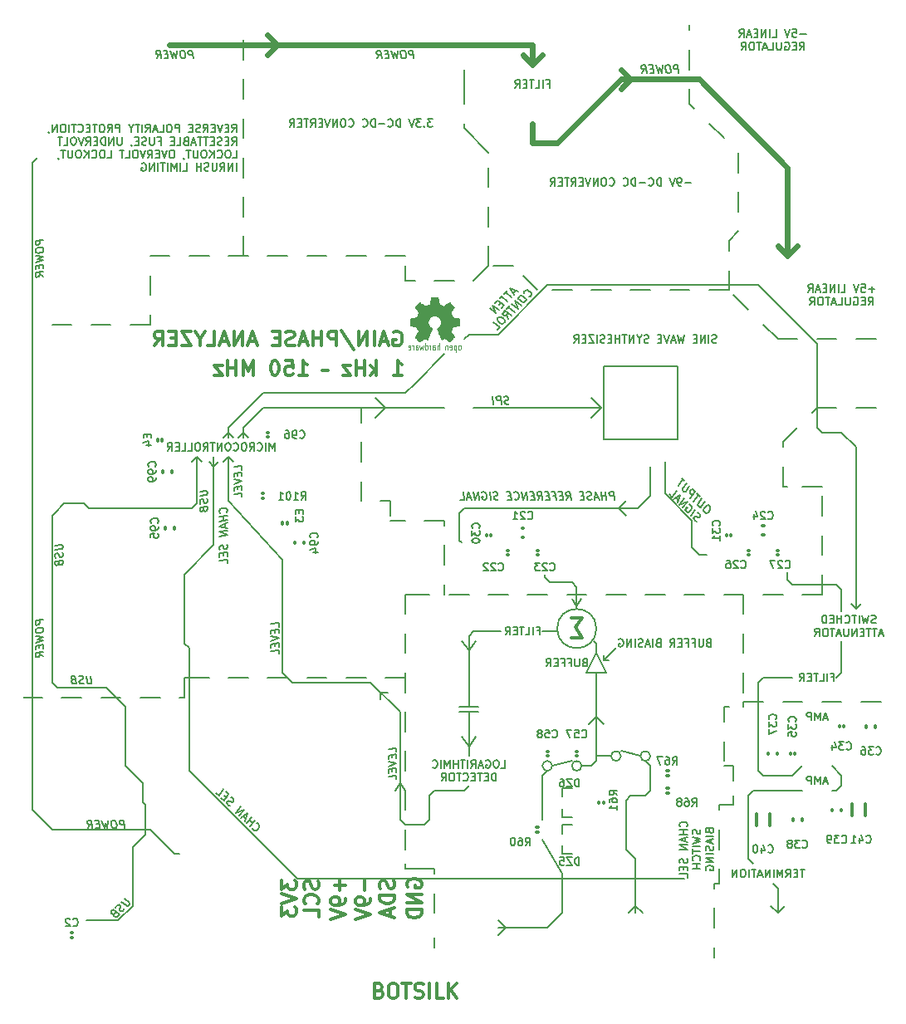
<source format=gbo>
G04 #@! TF.FileFunction,Legend,Bot*
%FSLAX46Y46*%
G04 Gerber Fmt 4.6, Leading zero omitted, Abs format (unit mm)*
G04 Created by KiCad (PCBNEW (after 2015-mar-04 BZR unknown)-product) date Tue 17 Mar 2015 04:43:59 PM EDT*
%MOMM*%
G01*
G04 APERTURE LIST*
%ADD10C,0.100000*%
%ADD11C,0.200000*%
%ADD12C,0.150000*%
%ADD13C,0.300000*%
%ADD14C,0.600000*%
%ADD15C,0.075000*%
%ADD16C,0.002540*%
%ADD17C,0.350000*%
%ADD18C,0.990600*%
%ADD19C,2.374900*%
%ADD20C,1.200000*%
%ADD21R,4.500000X2.000000*%
%ADD22O,5.000000X2.000000*%
%ADD23C,6.000000*%
%ADD24C,1.000000*%
%ADD25R,1.150000X1.450000*%
%ADD26R,1.450000X1.150000*%
%ADD27R,1.800000X1.200000*%
%ADD28R,1.300000X0.900000*%
%ADD29R,1.300000X0.800000*%
%ADD30O,1.550000X1.550000*%
%ADD31O,1.250000X1.250000*%
%ADD32C,2.000000*%
%ADD33C,2.400000*%
%ADD34R,1.524000X2.286000*%
%ADD35O,1.524000X2.286000*%
%ADD36R,0.950000X0.900000*%
%ADD37R,0.900000X0.950000*%
%ADD38R,0.850000X1.000000*%
%ADD39R,1.000000X0.850000*%
%ADD40R,1.000000X0.950000*%
%ADD41R,1.500000X1.500000*%
%ADD42C,1.500000*%
%ADD43C,0.254000*%
G04 APERTURE END LIST*
D10*
D11*
X121000000Y-64500000D02*
X124000000Y-61500000D01*
X126500000Y-59500000D02*
X126000000Y-60000000D01*
X127500000Y-59500000D02*
X126500000Y-59500000D01*
X158000000Y-118500000D02*
X158750000Y-117750000D01*
X158000000Y-118500000D02*
X157250000Y-117750000D01*
X143500000Y-117750000D02*
X144250000Y-118500000D01*
X142750000Y-118500000D02*
X143500000Y-117750000D01*
X130250000Y-120000000D02*
X129500000Y-120750000D01*
X129500000Y-119250000D02*
X130250000Y-120000000D01*
X139500000Y-98500000D02*
X140250000Y-99250000D01*
X139500000Y-98500000D02*
X138750000Y-99250000D01*
X117500000Y-96000000D02*
X118250000Y-96000000D01*
X117500000Y-96000000D02*
X117500000Y-96750000D01*
X119500000Y-105250000D02*
X120000000Y-106000000D01*
X119500000Y-105250000D02*
X119000000Y-106000000D01*
X126500000Y-101500000D02*
X127250000Y-100500000D01*
X125750000Y-100500000D02*
X126500000Y-101500000D01*
X126500000Y-91750000D02*
X127250000Y-90750000D01*
X125750000Y-90750000D02*
X126500000Y-91750000D01*
X137500000Y-87250000D02*
X138000000Y-86500000D01*
X137000000Y-86500000D02*
X137500000Y-87250000D01*
X141750000Y-77250000D02*
X142500000Y-78000000D01*
X141750000Y-77250000D02*
X142500000Y-76500000D01*
X148715714Y-109695238D02*
X148753810Y-109657143D01*
X148791905Y-109542857D01*
X148791905Y-109466667D01*
X148753810Y-109352381D01*
X148677619Y-109276190D01*
X148601429Y-109238095D01*
X148449048Y-109200000D01*
X148334762Y-109200000D01*
X148182381Y-109238095D01*
X148106190Y-109276190D01*
X148030000Y-109352381D01*
X147991905Y-109466667D01*
X147991905Y-109542857D01*
X148030000Y-109657143D01*
X148068095Y-109695238D01*
X148791905Y-110038095D02*
X147991905Y-110038095D01*
X148372857Y-110038095D02*
X148372857Y-110495238D01*
X148791905Y-110495238D02*
X147991905Y-110495238D01*
X148563333Y-110838095D02*
X148563333Y-111219047D01*
X148791905Y-110761904D02*
X147991905Y-111028571D01*
X148791905Y-111295238D01*
X148791905Y-111561904D02*
X147991905Y-111561904D01*
X148791905Y-112019047D01*
X147991905Y-112019047D01*
X148753810Y-112971428D02*
X148791905Y-113085714D01*
X148791905Y-113276190D01*
X148753810Y-113352380D01*
X148715714Y-113390476D01*
X148639524Y-113428571D01*
X148563333Y-113428571D01*
X148487143Y-113390476D01*
X148449048Y-113352380D01*
X148410952Y-113276190D01*
X148372857Y-113123809D01*
X148334762Y-113047618D01*
X148296667Y-113009523D01*
X148220476Y-112971428D01*
X148144286Y-112971428D01*
X148068095Y-113009523D01*
X148030000Y-113047618D01*
X147991905Y-113123809D01*
X147991905Y-113314285D01*
X148030000Y-113428571D01*
X148372857Y-113771428D02*
X148372857Y-114038095D01*
X148791905Y-114152381D02*
X148791905Y-113771428D01*
X147991905Y-113771428D01*
X147991905Y-114152381D01*
X148791905Y-114876191D02*
X148791905Y-114495238D01*
X147991905Y-114495238D01*
X150073810Y-110000000D02*
X150111905Y-110114286D01*
X150111905Y-110304762D01*
X150073810Y-110380952D01*
X150035714Y-110419048D01*
X149959524Y-110457143D01*
X149883333Y-110457143D01*
X149807143Y-110419048D01*
X149769048Y-110380952D01*
X149730952Y-110304762D01*
X149692857Y-110152381D01*
X149654762Y-110076190D01*
X149616667Y-110038095D01*
X149540476Y-110000000D01*
X149464286Y-110000000D01*
X149388095Y-110038095D01*
X149350000Y-110076190D01*
X149311905Y-110152381D01*
X149311905Y-110342857D01*
X149350000Y-110457143D01*
X149311905Y-110723810D02*
X150111905Y-110914286D01*
X149540476Y-111066667D01*
X150111905Y-111219048D01*
X149311905Y-111409524D01*
X150111905Y-111714286D02*
X149311905Y-111714286D01*
X149311905Y-111980952D02*
X149311905Y-112438095D01*
X150111905Y-112209524D02*
X149311905Y-112209524D01*
X150035714Y-113161905D02*
X150073810Y-113123810D01*
X150111905Y-113009524D01*
X150111905Y-112933334D01*
X150073810Y-112819048D01*
X149997619Y-112742857D01*
X149921429Y-112704762D01*
X149769048Y-112666667D01*
X149654762Y-112666667D01*
X149502381Y-112704762D01*
X149426190Y-112742857D01*
X149350000Y-112819048D01*
X149311905Y-112933334D01*
X149311905Y-113009524D01*
X149350000Y-113123810D01*
X149388095Y-113161905D01*
X150111905Y-113504762D02*
X149311905Y-113504762D01*
X149692857Y-113504762D02*
X149692857Y-113961905D01*
X150111905Y-113961905D02*
X149311905Y-113961905D01*
X151012857Y-110133334D02*
X151050952Y-110247620D01*
X151089048Y-110285715D01*
X151165238Y-110323810D01*
X151279524Y-110323810D01*
X151355714Y-110285715D01*
X151393810Y-110247620D01*
X151431905Y-110171429D01*
X151431905Y-109866667D01*
X150631905Y-109866667D01*
X150631905Y-110133334D01*
X150670000Y-110209524D01*
X150708095Y-110247620D01*
X150784286Y-110285715D01*
X150860476Y-110285715D01*
X150936667Y-110247620D01*
X150974762Y-110209524D01*
X151012857Y-110133334D01*
X151012857Y-109866667D01*
X151431905Y-110666667D02*
X150631905Y-110666667D01*
X151203333Y-111009524D02*
X151203333Y-111390476D01*
X151431905Y-110933333D02*
X150631905Y-111200000D01*
X151431905Y-111466667D01*
X151393810Y-111695238D02*
X151431905Y-111809524D01*
X151431905Y-112000000D01*
X151393810Y-112076190D01*
X151355714Y-112114286D01*
X151279524Y-112152381D01*
X151203333Y-112152381D01*
X151127143Y-112114286D01*
X151089048Y-112076190D01*
X151050952Y-112000000D01*
X151012857Y-111847619D01*
X150974762Y-111771428D01*
X150936667Y-111733333D01*
X150860476Y-111695238D01*
X150784286Y-111695238D01*
X150708095Y-111733333D01*
X150670000Y-111771428D01*
X150631905Y-111847619D01*
X150631905Y-112038095D01*
X150670000Y-112152381D01*
X151431905Y-112495238D02*
X150631905Y-112495238D01*
X151431905Y-112876190D02*
X150631905Y-112876190D01*
X151431905Y-113333333D01*
X150631905Y-113333333D01*
X150670000Y-114133333D02*
X150631905Y-114057142D01*
X150631905Y-113942857D01*
X150670000Y-113828571D01*
X150746190Y-113752380D01*
X150822381Y-113714285D01*
X150974762Y-113676190D01*
X151089048Y-113676190D01*
X151241429Y-113714285D01*
X151317619Y-113752380D01*
X151393810Y-113828571D01*
X151431905Y-113942857D01*
X151431905Y-114019047D01*
X151393810Y-114133333D01*
X151355714Y-114171428D01*
X151089048Y-114171428D01*
X151089048Y-114019047D01*
D12*
X104452936Y-109856997D02*
X104456303Y-109914239D01*
X104513545Y-110025356D01*
X104567420Y-110079231D01*
X104671802Y-110129738D01*
X104772818Y-110123004D01*
X104846896Y-110089333D01*
X104968114Y-109995052D01*
X105038824Y-109904137D01*
X105106168Y-109755982D01*
X105126372Y-109668435D01*
X105119637Y-109553951D01*
X105062394Y-109442834D01*
X105008520Y-109388960D01*
X104904137Y-109338452D01*
X104853630Y-109341819D01*
X104163359Y-109675170D02*
X104658334Y-109038774D01*
X104422632Y-109341819D02*
X104099383Y-109018570D01*
X103840110Y-109351921D02*
X104335085Y-108715525D01*
X103739096Y-108927657D02*
X103469722Y-108658283D01*
X103651549Y-109163360D02*
X103957961Y-108338402D01*
X103274425Y-108786236D01*
X103085863Y-108597674D02*
X103580838Y-107961278D01*
X102762614Y-108274425D01*
X103257589Y-107638029D01*
X102112749Y-107570686D02*
X102008367Y-107520178D01*
X101873680Y-107385491D01*
X101843376Y-107301312D01*
X101840008Y-107244069D01*
X101860211Y-107156523D01*
X101907352Y-107095914D01*
X101981430Y-107062242D01*
X102031938Y-107058876D01*
X102109383Y-107082445D01*
X102240702Y-107159890D01*
X102318148Y-107183461D01*
X102368655Y-107180093D01*
X102442733Y-107146421D01*
X102489873Y-107085813D01*
X102510077Y-106998266D01*
X102506710Y-106941024D01*
X102476404Y-106856845D01*
X102341718Y-106722158D01*
X102237335Y-106671650D01*
X101782767Y-106701954D02*
X101594205Y-106513392D01*
X101254119Y-106765930D02*
X101523494Y-107035305D01*
X102018469Y-106398909D01*
X101749094Y-106129534D01*
X100742308Y-106254119D02*
X101011683Y-106523494D01*
X101506658Y-105887098D01*
X119111905Y-102061905D02*
X119111905Y-101680952D01*
X118311905Y-101780952D01*
X118692857Y-102380952D02*
X118692857Y-102647619D01*
X119111905Y-102709524D02*
X119111905Y-102328571D01*
X118311905Y-102428571D01*
X118311905Y-102809524D01*
X118311905Y-103038095D02*
X119111905Y-103204762D01*
X118311905Y-103571429D01*
X118692857Y-103790476D02*
X118692857Y-104057143D01*
X119111905Y-104119048D02*
X119111905Y-103738095D01*
X118311905Y-103838095D01*
X118311905Y-104219048D01*
X119111905Y-104842858D02*
X119111905Y-104461905D01*
X118311905Y-104561905D01*
X107111905Y-89311905D02*
X107111905Y-88930952D01*
X106311905Y-89030952D01*
X106692857Y-89630952D02*
X106692857Y-89897619D01*
X107111905Y-89959524D02*
X107111905Y-89578571D01*
X106311905Y-89678571D01*
X106311905Y-90059524D01*
X106311905Y-90288095D02*
X107111905Y-90454762D01*
X106311905Y-90821429D01*
X106692857Y-91040476D02*
X106692857Y-91307143D01*
X107111905Y-91369048D02*
X107111905Y-90988095D01*
X106311905Y-91088095D01*
X106311905Y-91469048D01*
X107111905Y-92092858D02*
X107111905Y-91711905D01*
X106311905Y-91811905D01*
X103361905Y-73311905D02*
X103361905Y-72930952D01*
X102561905Y-73030952D01*
X102942857Y-73630952D02*
X102942857Y-73897619D01*
X103361905Y-73959524D02*
X103361905Y-73578571D01*
X102561905Y-73678571D01*
X102561905Y-74059524D01*
X102561905Y-74288095D02*
X103361905Y-74454762D01*
X102561905Y-74821429D01*
X102942857Y-75040476D02*
X102942857Y-75307143D01*
X103361905Y-75369048D02*
X103361905Y-74988095D01*
X102561905Y-75088095D01*
X102561905Y-75469048D01*
X103361905Y-76092858D02*
X103361905Y-75711905D01*
X102561905Y-75811905D01*
X101785714Y-77659524D02*
X101823810Y-77616667D01*
X101861905Y-77497619D01*
X101861905Y-77421429D01*
X101823810Y-77311905D01*
X101747619Y-77245238D01*
X101671429Y-77216666D01*
X101519048Y-77197619D01*
X101404762Y-77211905D01*
X101252381Y-77269047D01*
X101176190Y-77316666D01*
X101100000Y-77402381D01*
X101061905Y-77521429D01*
X101061905Y-77597619D01*
X101100000Y-77707143D01*
X101138095Y-77740476D01*
X101861905Y-77992857D02*
X101061905Y-78092857D01*
X101442857Y-78045238D02*
X101442857Y-78502381D01*
X101861905Y-78450000D02*
X101061905Y-78550000D01*
X101633333Y-78821428D02*
X101633333Y-79202380D01*
X101861905Y-78716666D02*
X101061905Y-79083333D01*
X101861905Y-79250000D01*
X101861905Y-79516666D02*
X101061905Y-79616666D01*
X101861905Y-79973809D01*
X101061905Y-80073809D01*
X101823810Y-80930952D02*
X101861905Y-81040476D01*
X101861905Y-81230952D01*
X101823810Y-81311904D01*
X101785714Y-81354762D01*
X101709524Y-81402381D01*
X101633333Y-81411904D01*
X101557143Y-81383333D01*
X101519048Y-81349999D01*
X101480952Y-81278571D01*
X101442857Y-81130952D01*
X101404762Y-81059523D01*
X101366667Y-81026190D01*
X101290476Y-80997619D01*
X101214286Y-81007142D01*
X101138095Y-81054761D01*
X101100000Y-81097618D01*
X101061905Y-81178571D01*
X101061905Y-81369047D01*
X101100000Y-81478571D01*
X101442857Y-81778571D02*
X101442857Y-82045238D01*
X101861905Y-82107143D02*
X101861905Y-81726190D01*
X101061905Y-81826190D01*
X101061905Y-82207143D01*
X101861905Y-82830953D02*
X101861905Y-82450000D01*
X101061905Y-82550000D01*
X99061905Y-75545238D02*
X99709524Y-75464286D01*
X99785714Y-75492857D01*
X99823810Y-75526191D01*
X99861905Y-75597619D01*
X99861905Y-75750000D01*
X99823810Y-75830953D01*
X99785714Y-75873810D01*
X99709524Y-75921429D01*
X99061905Y-76002381D01*
X99823810Y-76250000D02*
X99861905Y-76359524D01*
X99861905Y-76550000D01*
X99823810Y-76630952D01*
X99785714Y-76673810D01*
X99709524Y-76721429D01*
X99633333Y-76730952D01*
X99557143Y-76702381D01*
X99519048Y-76669047D01*
X99480952Y-76597619D01*
X99442857Y-76450000D01*
X99404762Y-76378571D01*
X99366667Y-76345238D01*
X99290476Y-76316667D01*
X99214286Y-76326190D01*
X99138095Y-76373809D01*
X99100000Y-76416666D01*
X99061905Y-76497619D01*
X99061905Y-76688095D01*
X99100000Y-76797619D01*
X99442857Y-77364286D02*
X99480952Y-77473810D01*
X99519048Y-77507143D01*
X99595238Y-77535714D01*
X99709524Y-77521429D01*
X99785714Y-77473810D01*
X99823810Y-77430953D01*
X99861905Y-77350000D01*
X99861905Y-77045238D01*
X99061905Y-77145238D01*
X99061905Y-77411905D01*
X99100000Y-77483333D01*
X99138095Y-77516667D01*
X99214286Y-77545238D01*
X99290476Y-77535715D01*
X99366667Y-77488096D01*
X99404762Y-77445238D01*
X99442857Y-77364286D01*
X99442857Y-77097619D01*
D11*
X100500000Y-73000000D02*
X101000000Y-72500000D01*
X100000000Y-72500000D02*
X100500000Y-73000000D01*
X109000000Y-115000000D02*
X148500000Y-115000000D01*
X98000000Y-104000000D02*
X109000000Y-115000000D01*
X98000000Y-91500000D02*
X98000000Y-104000000D01*
X97500000Y-91000000D02*
X98000000Y-91500000D01*
X97500000Y-84000000D02*
X97500000Y-91000000D01*
X100500000Y-81000000D02*
X97500000Y-84000000D01*
X100500000Y-72000000D02*
X100500000Y-81000000D01*
X102000000Y-69500000D02*
X102500000Y-70000000D01*
X101500000Y-70000000D02*
X102000000Y-69500000D01*
X102000000Y-69000000D02*
X102000000Y-70000000D01*
X105500000Y-65500000D02*
X102000000Y-69000000D01*
X120000000Y-65500000D02*
X105500000Y-65500000D01*
X121000000Y-64500000D02*
X120000000Y-65500000D01*
X122000000Y-58000000D02*
X121500000Y-58500000D01*
X129500000Y-59500000D02*
X127500000Y-59500000D01*
X118000000Y-67000000D02*
X117000000Y-68000000D01*
X118000000Y-67000000D02*
X117000000Y-66000000D01*
X103500000Y-69500000D02*
X104000000Y-70000000D01*
X103000000Y-70000000D02*
X103500000Y-69500000D01*
X103500000Y-69000000D02*
X103500000Y-70000000D01*
X104000000Y-68500000D02*
X103500000Y-69000000D01*
X105500000Y-67000000D02*
X104000000Y-68500000D01*
X113000000Y-67000000D02*
X105500000Y-67000000D01*
X102000000Y-72000000D02*
X102500000Y-72500000D01*
X102000000Y-72000000D02*
X101500000Y-72500000D01*
X102000000Y-76500000D02*
X102000000Y-72000000D01*
X107500000Y-82500000D02*
X102000000Y-76500000D01*
X98750000Y-72000000D02*
X99250000Y-72500000D01*
X98750000Y-72000000D02*
X98250000Y-72500000D01*
X98750000Y-76750000D02*
X98750000Y-72000000D01*
X98250000Y-77250000D02*
X98750000Y-76750000D01*
X94250000Y-77250000D02*
X98250000Y-77250000D01*
X106697619Y-71361905D02*
X106697619Y-70561905D01*
X106430952Y-71133333D01*
X106164285Y-70561905D01*
X106164285Y-71361905D01*
X105783333Y-71361905D02*
X105783333Y-70561905D01*
X104945238Y-71285714D02*
X104983333Y-71323810D01*
X105097619Y-71361905D01*
X105173809Y-71361905D01*
X105288095Y-71323810D01*
X105364286Y-71247619D01*
X105402381Y-71171429D01*
X105440476Y-71019048D01*
X105440476Y-70904762D01*
X105402381Y-70752381D01*
X105364286Y-70676190D01*
X105288095Y-70600000D01*
X105173809Y-70561905D01*
X105097619Y-70561905D01*
X104983333Y-70600000D01*
X104945238Y-70638095D01*
X104145238Y-71361905D02*
X104411905Y-70980952D01*
X104602381Y-71361905D02*
X104602381Y-70561905D01*
X104297619Y-70561905D01*
X104221428Y-70600000D01*
X104183333Y-70638095D01*
X104145238Y-70714286D01*
X104145238Y-70828571D01*
X104183333Y-70904762D01*
X104221428Y-70942857D01*
X104297619Y-70980952D01*
X104602381Y-70980952D01*
X103650000Y-70561905D02*
X103497619Y-70561905D01*
X103421428Y-70600000D01*
X103345238Y-70676190D01*
X103307143Y-70828571D01*
X103307143Y-71095238D01*
X103345238Y-71247619D01*
X103421428Y-71323810D01*
X103497619Y-71361905D01*
X103650000Y-71361905D01*
X103726190Y-71323810D01*
X103802381Y-71247619D01*
X103840476Y-71095238D01*
X103840476Y-70828571D01*
X103802381Y-70676190D01*
X103726190Y-70600000D01*
X103650000Y-70561905D01*
X102507143Y-71285714D02*
X102545238Y-71323810D01*
X102659524Y-71361905D01*
X102735714Y-71361905D01*
X102850000Y-71323810D01*
X102926191Y-71247619D01*
X102964286Y-71171429D01*
X103002381Y-71019048D01*
X103002381Y-70904762D01*
X102964286Y-70752381D01*
X102926191Y-70676190D01*
X102850000Y-70600000D01*
X102735714Y-70561905D01*
X102659524Y-70561905D01*
X102545238Y-70600000D01*
X102507143Y-70638095D01*
X102011905Y-70561905D02*
X101859524Y-70561905D01*
X101783333Y-70600000D01*
X101707143Y-70676190D01*
X101669048Y-70828571D01*
X101669048Y-71095238D01*
X101707143Y-71247619D01*
X101783333Y-71323810D01*
X101859524Y-71361905D01*
X102011905Y-71361905D01*
X102088095Y-71323810D01*
X102164286Y-71247619D01*
X102202381Y-71095238D01*
X102202381Y-70828571D01*
X102164286Y-70676190D01*
X102088095Y-70600000D01*
X102011905Y-70561905D01*
X101326191Y-71361905D02*
X101326191Y-70561905D01*
X100869048Y-71361905D01*
X100869048Y-70561905D01*
X100602382Y-70561905D02*
X100145239Y-70561905D01*
X100373810Y-71361905D02*
X100373810Y-70561905D01*
X99421429Y-71361905D02*
X99688096Y-70980952D01*
X99878572Y-71361905D02*
X99878572Y-70561905D01*
X99573810Y-70561905D01*
X99497619Y-70600000D01*
X99459524Y-70638095D01*
X99421429Y-70714286D01*
X99421429Y-70828571D01*
X99459524Y-70904762D01*
X99497619Y-70942857D01*
X99573810Y-70980952D01*
X99878572Y-70980952D01*
X98926191Y-70561905D02*
X98773810Y-70561905D01*
X98697619Y-70600000D01*
X98621429Y-70676190D01*
X98583334Y-70828571D01*
X98583334Y-71095238D01*
X98621429Y-71247619D01*
X98697619Y-71323810D01*
X98773810Y-71361905D01*
X98926191Y-71361905D01*
X99002381Y-71323810D01*
X99078572Y-71247619D01*
X99116667Y-71095238D01*
X99116667Y-70828571D01*
X99078572Y-70676190D01*
X99002381Y-70600000D01*
X98926191Y-70561905D01*
X97859524Y-71361905D02*
X98240477Y-71361905D01*
X98240477Y-70561905D01*
X97211905Y-71361905D02*
X97592858Y-71361905D01*
X97592858Y-70561905D01*
X96945239Y-70942857D02*
X96678572Y-70942857D01*
X96564286Y-71361905D02*
X96945239Y-71361905D01*
X96945239Y-70561905D01*
X96564286Y-70561905D01*
X95764286Y-71361905D02*
X96030953Y-70980952D01*
X96221429Y-71361905D02*
X96221429Y-70561905D01*
X95916667Y-70561905D01*
X95840476Y-70600000D01*
X95802381Y-70638095D01*
X95764286Y-70714286D01*
X95764286Y-70828571D01*
X95802381Y-70904762D01*
X95840476Y-70942857D01*
X95916667Y-70980952D01*
X96221429Y-70980952D01*
D12*
X84311905Y-81045238D02*
X84959524Y-80964286D01*
X85035714Y-80992857D01*
X85073810Y-81026191D01*
X85111905Y-81097619D01*
X85111905Y-81250000D01*
X85073810Y-81330953D01*
X85035714Y-81373810D01*
X84959524Y-81421429D01*
X84311905Y-81502381D01*
X85073810Y-81750000D02*
X85111905Y-81859524D01*
X85111905Y-82050000D01*
X85073810Y-82130952D01*
X85035714Y-82173810D01*
X84959524Y-82221429D01*
X84883333Y-82230952D01*
X84807143Y-82202381D01*
X84769048Y-82169047D01*
X84730952Y-82097619D01*
X84692857Y-81950000D01*
X84654762Y-81878571D01*
X84616667Y-81845238D01*
X84540476Y-81816667D01*
X84464286Y-81826190D01*
X84388095Y-81873809D01*
X84350000Y-81916666D01*
X84311905Y-81997619D01*
X84311905Y-82188095D01*
X84350000Y-82297619D01*
X84692857Y-82864286D02*
X84730952Y-82973810D01*
X84769048Y-83007143D01*
X84845238Y-83035714D01*
X84959524Y-83021429D01*
X85035714Y-82973810D01*
X85073810Y-82930953D01*
X85111905Y-82850000D01*
X85111905Y-82545238D01*
X84311905Y-82645238D01*
X84311905Y-82911905D01*
X84350000Y-82983333D01*
X84388095Y-83016667D01*
X84464286Y-83045238D01*
X84540476Y-83035715D01*
X84616667Y-82988096D01*
X84654762Y-82945238D01*
X84692857Y-82864286D01*
X84692857Y-82597619D01*
X87954762Y-94311905D02*
X88035714Y-94959524D01*
X88007143Y-95035714D01*
X87973809Y-95073810D01*
X87902381Y-95111905D01*
X87750000Y-95111905D01*
X87669047Y-95073810D01*
X87626190Y-95035714D01*
X87578571Y-94959524D01*
X87497619Y-94311905D01*
X87250000Y-95073810D02*
X87140476Y-95111905D01*
X86950000Y-95111905D01*
X86869048Y-95073810D01*
X86826190Y-95035714D01*
X86778571Y-94959524D01*
X86769048Y-94883333D01*
X86797619Y-94807143D01*
X86830953Y-94769048D01*
X86902381Y-94730952D01*
X87050000Y-94692857D01*
X87121429Y-94654762D01*
X87154762Y-94616667D01*
X87183333Y-94540476D01*
X87173810Y-94464286D01*
X87126191Y-94388095D01*
X87083334Y-94350000D01*
X87002381Y-94311905D01*
X86811905Y-94311905D01*
X86702381Y-94350000D01*
X86135714Y-94692857D02*
X86026190Y-94730952D01*
X85992857Y-94769048D01*
X85964286Y-94845238D01*
X85978571Y-94959524D01*
X86026190Y-95035714D01*
X86069047Y-95073810D01*
X86150000Y-95111905D01*
X86454762Y-95111905D01*
X86354762Y-94311905D01*
X86088095Y-94311905D01*
X86016667Y-94350000D01*
X85983333Y-94388095D01*
X85954762Y-94464286D01*
X85964285Y-94540476D01*
X86011904Y-94616667D01*
X86054762Y-94654762D01*
X86135714Y-94692857D01*
X86402381Y-94692857D01*
X91365339Y-117015101D02*
X91880516Y-117415795D01*
X91914188Y-117489873D01*
X91917555Y-117540381D01*
X91893985Y-117617826D01*
X91786236Y-117725575D01*
X91702056Y-117755881D01*
X91644814Y-117759247D01*
X91557267Y-117739044D01*
X91042090Y-117338350D01*
X91405745Y-118052192D02*
X91355237Y-118156574D01*
X91220550Y-118291261D01*
X91136371Y-118321565D01*
X91079128Y-118324933D01*
X90991582Y-118304730D01*
X90930973Y-118257588D01*
X90897301Y-118183511D01*
X90893935Y-118133003D01*
X90917504Y-118055558D01*
X90994949Y-117924238D01*
X91018520Y-117846793D01*
X91015153Y-117796286D01*
X90981480Y-117722208D01*
X90920872Y-117675067D01*
X90833325Y-117654864D01*
X90776083Y-117658231D01*
X90691904Y-117688536D01*
X90557217Y-117823223D01*
X90506709Y-117927606D01*
X90348451Y-118570736D02*
X90297943Y-118675119D01*
X90301311Y-118725627D01*
X90334983Y-118799704D01*
X90425896Y-118870415D01*
X90513443Y-118890618D01*
X90570685Y-118887251D01*
X90654865Y-118856946D01*
X90870364Y-118641447D01*
X90233968Y-118146472D01*
X90045406Y-118335034D01*
X90021836Y-118412479D01*
X90025202Y-118462987D01*
X90058875Y-118537065D01*
X90119483Y-118584205D01*
X90207030Y-118604409D01*
X90264272Y-118601041D01*
X90348451Y-118570736D01*
X90537013Y-118382174D01*
D11*
X84250000Y-77750000D02*
X84000000Y-78000000D01*
X84000000Y-95000000D02*
X84000000Y-78000000D01*
X87750000Y-77250000D02*
X94250000Y-77250000D01*
X87250000Y-76750000D02*
X87750000Y-77250000D01*
X85250000Y-76750000D02*
X87250000Y-76750000D01*
X84250000Y-77750000D02*
X85250000Y-76750000D01*
X84500000Y-95500000D02*
X84000000Y-95000000D01*
X89500000Y-95500000D02*
X84500000Y-95500000D01*
X91500000Y-97500000D02*
X89500000Y-95500000D01*
X91500000Y-103500000D02*
X91500000Y-97500000D01*
X93250000Y-105250000D02*
X91500000Y-103500000D01*
X93250000Y-107250000D02*
X93250000Y-105250000D01*
X93500000Y-107500000D02*
X93250000Y-107250000D01*
X93500000Y-110500000D02*
X93500000Y-107500000D01*
X92250000Y-111750000D02*
X93500000Y-110500000D01*
X92250000Y-117750000D02*
X92250000Y-111750000D01*
X90750000Y-119250000D02*
X92250000Y-117750000D01*
X87500000Y-119250000D02*
X90750000Y-119250000D01*
D12*
X83111905Y-49857143D02*
X82311905Y-49957143D01*
X82311905Y-50261905D01*
X82350000Y-50333334D01*
X82388095Y-50366667D01*
X82464286Y-50395238D01*
X82578571Y-50380953D01*
X82654762Y-50333334D01*
X82692857Y-50290477D01*
X82730952Y-50209524D01*
X82730952Y-49904762D01*
X82311905Y-50909524D02*
X82311905Y-51061905D01*
X82350000Y-51133334D01*
X82426190Y-51200000D01*
X82578571Y-51219048D01*
X82845238Y-51185714D01*
X82997619Y-51128572D01*
X83073810Y-51042858D01*
X83111905Y-50961905D01*
X83111905Y-50809524D01*
X83073810Y-50738096D01*
X82997619Y-50671429D01*
X82845238Y-50652381D01*
X82578571Y-50685715D01*
X82426190Y-50742857D01*
X82350000Y-50828572D01*
X82311905Y-50909524D01*
X82311905Y-51519048D02*
X83111905Y-51609524D01*
X82540476Y-51833334D01*
X83111905Y-51914286D01*
X82311905Y-52204762D01*
X82692857Y-52461905D02*
X82692857Y-52728572D01*
X83111905Y-52790477D02*
X83111905Y-52409524D01*
X82311905Y-52509524D01*
X82311905Y-52890477D01*
X83111905Y-53590477D02*
X82730952Y-53371429D01*
X83111905Y-53133334D02*
X82311905Y-53233334D01*
X82311905Y-53538096D01*
X82350000Y-53609525D01*
X82388095Y-53642858D01*
X82464286Y-53671429D01*
X82578571Y-53657144D01*
X82654762Y-53609525D01*
X82692857Y-53566668D01*
X82730952Y-53485715D01*
X82730952Y-53180953D01*
X83111905Y-88607143D02*
X82311905Y-88707143D01*
X82311905Y-89011905D01*
X82350000Y-89083334D01*
X82388095Y-89116667D01*
X82464286Y-89145238D01*
X82578571Y-89130953D01*
X82654762Y-89083334D01*
X82692857Y-89040477D01*
X82730952Y-88959524D01*
X82730952Y-88654762D01*
X82311905Y-89659524D02*
X82311905Y-89811905D01*
X82350000Y-89883334D01*
X82426190Y-89950000D01*
X82578571Y-89969048D01*
X82845238Y-89935714D01*
X82997619Y-89878572D01*
X83073810Y-89792858D01*
X83111905Y-89711905D01*
X83111905Y-89559524D01*
X83073810Y-89488096D01*
X82997619Y-89421429D01*
X82845238Y-89402381D01*
X82578571Y-89435715D01*
X82426190Y-89492857D01*
X82350000Y-89578572D01*
X82311905Y-89659524D01*
X82311905Y-90269048D02*
X83111905Y-90359524D01*
X82540476Y-90583334D01*
X83111905Y-90664286D01*
X82311905Y-90954762D01*
X82692857Y-91211905D02*
X82692857Y-91478572D01*
X83111905Y-91540477D02*
X83111905Y-91159524D01*
X82311905Y-91259524D01*
X82311905Y-91640477D01*
X83111905Y-92340477D02*
X82730952Y-92121429D01*
X83111905Y-91883334D02*
X82311905Y-91983334D01*
X82311905Y-92288096D01*
X82350000Y-92359525D01*
X82388095Y-92392858D01*
X82464286Y-92421429D01*
X82578571Y-92407144D01*
X82654762Y-92359525D01*
X82692857Y-92316668D01*
X82730952Y-92235715D01*
X82730952Y-91930953D01*
X91392857Y-109861905D02*
X91292857Y-109061905D01*
X90988095Y-109061905D01*
X90916666Y-109100000D01*
X90883333Y-109138095D01*
X90854762Y-109214286D01*
X90869047Y-109328571D01*
X90916666Y-109404762D01*
X90959523Y-109442857D01*
X91040476Y-109480952D01*
X91345238Y-109480952D01*
X90340476Y-109061905D02*
X90188095Y-109061905D01*
X90116666Y-109100000D01*
X90050000Y-109176190D01*
X90030952Y-109328571D01*
X90064286Y-109595238D01*
X90121428Y-109747619D01*
X90207142Y-109823810D01*
X90288095Y-109861905D01*
X90440476Y-109861905D01*
X90511904Y-109823810D01*
X90578571Y-109747619D01*
X90597619Y-109595238D01*
X90564285Y-109328571D01*
X90507143Y-109176190D01*
X90421428Y-109100000D01*
X90340476Y-109061905D01*
X89730952Y-109061905D02*
X89640476Y-109861905D01*
X89416666Y-109290476D01*
X89335714Y-109861905D01*
X89045238Y-109061905D01*
X88788095Y-109442857D02*
X88521428Y-109442857D01*
X88459523Y-109861905D02*
X88840476Y-109861905D01*
X88740476Y-109061905D01*
X88359523Y-109061905D01*
X87659523Y-109861905D02*
X87878571Y-109480952D01*
X88116666Y-109861905D02*
X88016666Y-109061905D01*
X87711904Y-109061905D01*
X87640475Y-109100000D01*
X87607142Y-109138095D01*
X87578571Y-109214286D01*
X87592856Y-109328571D01*
X87640475Y-109404762D01*
X87683332Y-109442857D01*
X87764285Y-109480952D01*
X88069047Y-109480952D01*
D11*
X82000000Y-42000000D02*
X82500000Y-41500000D01*
X82000000Y-108000000D02*
X82000000Y-42000000D01*
X84000000Y-110000000D02*
X82000000Y-108000000D01*
X94000000Y-110000000D02*
X84000000Y-110000000D01*
X96500000Y-112500000D02*
X94000000Y-110000000D01*
X97000000Y-112500000D02*
X96500000Y-112500000D01*
X159000000Y-84500000D02*
X159000000Y-83750000D01*
X159500000Y-85000000D02*
X163500000Y-85000000D01*
X159000000Y-84500000D02*
X159500000Y-85000000D01*
X164000000Y-85000000D02*
X163500000Y-85000000D01*
X164500000Y-85500000D02*
X164500000Y-87750000D01*
X164000000Y-85000000D02*
X164500000Y-85500000D01*
X164500000Y-94000000D02*
X164500000Y-90750000D01*
X164000000Y-94500000D02*
X164500000Y-94000000D01*
X145000000Y-103500000D02*
X145000000Y-106000000D01*
X142500000Y-107000000D02*
X142500000Y-112000000D01*
X144500000Y-106500000D02*
X143000000Y-106500000D01*
X143000000Y-106500000D02*
X142500000Y-107000000D01*
X144500000Y-106500000D02*
X145000000Y-106000000D01*
X139000000Y-103500000D02*
X138000000Y-103500000D01*
X139500000Y-103000000D02*
X139500000Y-102500000D01*
X139000000Y-103500000D02*
X139500000Y-103000000D01*
X134250000Y-84250000D02*
X134250000Y-84000000D01*
X134750000Y-84750000D02*
X134250000Y-84250000D01*
X137000000Y-84750000D02*
X134750000Y-84750000D01*
X137500000Y-85250000D02*
X137500000Y-87500000D01*
X137500000Y-85250000D02*
X137000000Y-84750000D01*
X127000000Y-89750000D02*
X129750000Y-89750000D01*
X126500000Y-90250000D02*
X126500000Y-97500000D01*
X127000000Y-89750000D02*
X126500000Y-90250000D01*
X126000000Y-106000000D02*
X126500000Y-105500000D01*
X123000000Y-106000000D02*
X126000000Y-106000000D01*
X122500000Y-106500000D02*
X123000000Y-106000000D01*
X122500000Y-109000000D02*
X122500000Y-106500000D01*
X120000000Y-109500000D02*
X119500000Y-109000000D01*
X122000000Y-109500000D02*
X120000000Y-109500000D01*
X122500000Y-109000000D02*
X122000000Y-109500000D01*
D12*
X131274955Y-55015580D02*
X131005581Y-55284954D01*
X131510658Y-55103127D02*
X130685699Y-54796715D01*
X131133534Y-55480251D01*
X130389389Y-55093026D02*
X130066140Y-55416275D01*
X130864160Y-55749625D02*
X130227764Y-55254650D01*
X129958390Y-55524024D02*
X129635141Y-55847273D01*
X130433161Y-56180624D02*
X129796765Y-55685649D01*
X129749624Y-56271537D02*
X129561062Y-56460099D01*
X129813601Y-56800184D02*
X130082975Y-56530810D01*
X129446579Y-56035835D01*
X129177205Y-56305210D01*
X129571164Y-57042621D02*
X128934768Y-56547646D01*
X129247915Y-57365870D01*
X128611519Y-56870895D01*
X132617448Y-55684639D02*
X132674690Y-55681272D01*
X132785807Y-55624030D01*
X132839681Y-55570155D01*
X132890189Y-55465773D01*
X132883455Y-55364757D01*
X132849784Y-55290679D01*
X132755503Y-55169461D01*
X132664588Y-55098751D01*
X132516433Y-55031407D01*
X132428886Y-55011203D01*
X132314402Y-55017938D01*
X132203285Y-55075181D01*
X132149411Y-55129055D01*
X132098903Y-55233438D01*
X132102270Y-55283945D01*
X131691475Y-55586991D02*
X131583725Y-55694741D01*
X131560155Y-55772186D01*
X131566889Y-55873200D01*
X131661170Y-55994419D01*
X131873303Y-56159410D01*
X132021458Y-56226754D01*
X132135942Y-56220021D01*
X132220122Y-56189715D01*
X132327871Y-56081966D01*
X132351441Y-56004521D01*
X132344707Y-55903505D01*
X132250426Y-55782287D01*
X132038293Y-55617295D01*
X131890138Y-55549951D01*
X131775654Y-55556687D01*
X131691475Y-55586991D01*
X131842998Y-56566839D02*
X131206602Y-56071864D01*
X131519749Y-56890088D01*
X130883353Y-56395113D01*
X130694792Y-56583674D02*
X130371543Y-56906923D01*
X131169563Y-57240274D02*
X130533167Y-56745299D01*
X130496128Y-57913709D02*
X130381644Y-57489444D01*
X130819377Y-57590460D02*
X130182981Y-57095485D01*
X129967482Y-57310984D01*
X129943911Y-57388430D01*
X129947278Y-57438937D01*
X129980951Y-57513015D01*
X130071863Y-57583725D01*
X130159410Y-57603929D01*
X130216652Y-57600562D01*
X130300832Y-57570257D01*
X130516331Y-57354757D01*
X129509546Y-57768920D02*
X129401796Y-57876670D01*
X129378225Y-57954115D01*
X129384960Y-58055130D01*
X129479241Y-58176348D01*
X129691373Y-58341339D01*
X129839529Y-58408684D01*
X129954013Y-58401950D01*
X130038192Y-58371645D01*
X130145942Y-58263895D01*
X130169512Y-58186451D01*
X130162777Y-58085435D01*
X130068497Y-57964216D01*
X129856364Y-57799225D01*
X129708209Y-57731881D01*
X129593725Y-57738616D01*
X129509546Y-57768920D01*
X129391694Y-59018142D02*
X129661069Y-58748768D01*
X129024673Y-58253793D01*
D11*
X134500000Y-54500000D02*
X129500000Y-59500000D01*
X156000000Y-54500000D02*
X134500000Y-54500000D01*
X156500000Y-55000000D02*
X156000000Y-54500000D01*
X162000000Y-60500000D02*
X156500000Y-55000000D01*
X162000000Y-69000000D02*
X162000000Y-60500000D01*
X162500000Y-69500000D02*
X162000000Y-69000000D01*
X164500000Y-69500000D02*
X162500000Y-69500000D01*
X166000000Y-71000000D02*
X164500000Y-69500000D01*
X166000000Y-87500000D02*
X166000000Y-71000000D01*
X166000000Y-87500000D02*
X166500000Y-87000000D01*
X165500000Y-87000000D02*
X166000000Y-87500000D01*
X158000000Y-116000000D02*
X157500000Y-115500000D01*
X155000000Y-113000000D02*
X155500000Y-113500000D01*
X160733333Y-114061905D02*
X160276190Y-114061905D01*
X160504761Y-114861905D02*
X160504761Y-114061905D01*
X160009523Y-114442857D02*
X159742856Y-114442857D01*
X159628570Y-114861905D02*
X160009523Y-114861905D01*
X160009523Y-114061905D01*
X159628570Y-114061905D01*
X158828570Y-114861905D02*
X159095237Y-114480952D01*
X159285713Y-114861905D02*
X159285713Y-114061905D01*
X158980951Y-114061905D01*
X158904760Y-114100000D01*
X158866665Y-114138095D01*
X158828570Y-114214286D01*
X158828570Y-114328571D01*
X158866665Y-114404762D01*
X158904760Y-114442857D01*
X158980951Y-114480952D01*
X159285713Y-114480952D01*
X158485713Y-114861905D02*
X158485713Y-114061905D01*
X158219046Y-114633333D01*
X157952379Y-114061905D01*
X157952379Y-114861905D01*
X157571427Y-114861905D02*
X157571427Y-114061905D01*
X157190475Y-114861905D02*
X157190475Y-114061905D01*
X156733332Y-114861905D01*
X156733332Y-114061905D01*
X156390475Y-114633333D02*
X156009523Y-114633333D01*
X156466666Y-114861905D02*
X156199999Y-114061905D01*
X155933332Y-114861905D01*
X155780952Y-114061905D02*
X155323809Y-114061905D01*
X155552380Y-114861905D02*
X155552380Y-114061905D01*
X155057142Y-114861905D02*
X155057142Y-114061905D01*
X154523809Y-114061905D02*
X154371428Y-114061905D01*
X154295237Y-114100000D01*
X154219047Y-114176190D01*
X154180952Y-114328571D01*
X154180952Y-114595238D01*
X154219047Y-114747619D01*
X154295237Y-114823810D01*
X154371428Y-114861905D01*
X154523809Y-114861905D01*
X154599999Y-114823810D01*
X154676190Y-114747619D01*
X154714285Y-114595238D01*
X154714285Y-114328571D01*
X154676190Y-114176190D01*
X154599999Y-114100000D01*
X154523809Y-114061905D01*
X153838095Y-114861905D02*
X153838095Y-114061905D01*
X153380952Y-114861905D01*
X153380952Y-114061905D01*
X163047619Y-105133333D02*
X162666667Y-105133333D01*
X163123810Y-105361905D02*
X162857143Y-104561905D01*
X162590476Y-105361905D01*
X162323810Y-105361905D02*
X162323810Y-104561905D01*
X162057143Y-105133333D01*
X161790476Y-104561905D01*
X161790476Y-105361905D01*
X161409524Y-105361905D02*
X161409524Y-104561905D01*
X161104762Y-104561905D01*
X161028571Y-104600000D01*
X160990476Y-104638095D01*
X160952381Y-104714286D01*
X160952381Y-104828571D01*
X160990476Y-104904762D01*
X161028571Y-104942857D01*
X161104762Y-104980952D01*
X161409524Y-104980952D01*
X163047619Y-98633333D02*
X162666667Y-98633333D01*
X163123810Y-98861905D02*
X162857143Y-98061905D01*
X162590476Y-98861905D01*
X162323810Y-98861905D02*
X162323810Y-98061905D01*
X162057143Y-98633333D01*
X161790476Y-98061905D01*
X161790476Y-98861905D01*
X161409524Y-98861905D02*
X161409524Y-98061905D01*
X161104762Y-98061905D01*
X161028571Y-98100000D01*
X160990476Y-98138095D01*
X160952381Y-98214286D01*
X160952381Y-98328571D01*
X160990476Y-98404762D01*
X161028571Y-98442857D01*
X161104762Y-98480952D01*
X161409524Y-98480952D01*
X158000000Y-116000000D02*
X158000000Y-118500000D01*
X155000000Y-106500000D02*
X155000000Y-113000000D01*
X155500000Y-106000000D02*
X155000000Y-106500000D01*
X160500000Y-106000000D02*
X155500000Y-106000000D01*
X164000000Y-106000000D02*
X163500000Y-106000000D01*
X164500000Y-105500000D02*
X164000000Y-106000000D01*
X164500000Y-104500000D02*
X164500000Y-105500000D01*
X163500000Y-103500000D02*
X164500000Y-104500000D01*
X159500000Y-104500000D02*
X160500000Y-103500000D01*
X156500000Y-104500000D02*
X159500000Y-104500000D01*
X156000000Y-104000000D02*
X156500000Y-104500000D01*
X156000000Y-95000000D02*
X156000000Y-104000000D01*
X156500000Y-94500000D02*
X156000000Y-95000000D01*
X159500000Y-94500000D02*
X156500000Y-94500000D01*
X163466666Y-94442857D02*
X163733333Y-94442857D01*
X163733333Y-94861905D02*
X163733333Y-94061905D01*
X163352380Y-94061905D01*
X163047619Y-94861905D02*
X163047619Y-94061905D01*
X162285714Y-94861905D02*
X162666667Y-94861905D01*
X162666667Y-94061905D01*
X162133334Y-94061905D02*
X161676191Y-94061905D01*
X161904762Y-94861905D02*
X161904762Y-94061905D01*
X161409524Y-94442857D02*
X161142857Y-94442857D01*
X161028571Y-94861905D02*
X161409524Y-94861905D01*
X161409524Y-94061905D01*
X161028571Y-94061905D01*
X160228571Y-94861905D02*
X160495238Y-94480952D01*
X160685714Y-94861905D02*
X160685714Y-94061905D01*
X160380952Y-94061905D01*
X160304761Y-94100000D01*
X160266666Y-94138095D01*
X160228571Y-94214286D01*
X160228571Y-94328571D01*
X160266666Y-94404762D01*
X160304761Y-94442857D01*
X160380952Y-94480952D01*
X160685714Y-94480952D01*
X168011905Y-88913810D02*
X167897619Y-88951905D01*
X167707143Y-88951905D01*
X167630953Y-88913810D01*
X167592857Y-88875714D01*
X167554762Y-88799524D01*
X167554762Y-88723333D01*
X167592857Y-88647143D01*
X167630953Y-88609048D01*
X167707143Y-88570952D01*
X167859524Y-88532857D01*
X167935715Y-88494762D01*
X167973810Y-88456667D01*
X168011905Y-88380476D01*
X168011905Y-88304286D01*
X167973810Y-88228095D01*
X167935715Y-88190000D01*
X167859524Y-88151905D01*
X167669048Y-88151905D01*
X167554762Y-88190000D01*
X167288095Y-88151905D02*
X167097619Y-88951905D01*
X166945238Y-88380476D01*
X166792857Y-88951905D01*
X166602381Y-88151905D01*
X166297619Y-88951905D02*
X166297619Y-88151905D01*
X166030953Y-88151905D02*
X165573810Y-88151905D01*
X165802381Y-88951905D02*
X165802381Y-88151905D01*
X164850000Y-88875714D02*
X164888095Y-88913810D01*
X165002381Y-88951905D01*
X165078571Y-88951905D01*
X165192857Y-88913810D01*
X165269048Y-88837619D01*
X165307143Y-88761429D01*
X165345238Y-88609048D01*
X165345238Y-88494762D01*
X165307143Y-88342381D01*
X165269048Y-88266190D01*
X165192857Y-88190000D01*
X165078571Y-88151905D01*
X165002381Y-88151905D01*
X164888095Y-88190000D01*
X164850000Y-88228095D01*
X164507143Y-88951905D02*
X164507143Y-88151905D01*
X164507143Y-88532857D02*
X164050000Y-88532857D01*
X164050000Y-88951905D02*
X164050000Y-88151905D01*
X163669048Y-88532857D02*
X163402381Y-88532857D01*
X163288095Y-88951905D02*
X163669048Y-88951905D01*
X163669048Y-88151905D01*
X163288095Y-88151905D01*
X162945238Y-88951905D02*
X162945238Y-88151905D01*
X162754762Y-88151905D01*
X162640476Y-88190000D01*
X162564285Y-88266190D01*
X162526190Y-88342381D01*
X162488095Y-88494762D01*
X162488095Y-88609048D01*
X162526190Y-88761429D01*
X162564285Y-88837619D01*
X162640476Y-88913810D01*
X162754762Y-88951905D01*
X162945238Y-88951905D01*
X168716666Y-90043333D02*
X168335714Y-90043333D01*
X168792857Y-90271905D02*
X168526190Y-89471905D01*
X168259523Y-90271905D01*
X168107143Y-89471905D02*
X167650000Y-89471905D01*
X167878571Y-90271905D02*
X167878571Y-89471905D01*
X167497619Y-89471905D02*
X167040476Y-89471905D01*
X167269047Y-90271905D02*
X167269047Y-89471905D01*
X166773809Y-89852857D02*
X166507142Y-89852857D01*
X166392856Y-90271905D02*
X166773809Y-90271905D01*
X166773809Y-89471905D01*
X166392856Y-89471905D01*
X166049999Y-90271905D02*
X166049999Y-89471905D01*
X165592856Y-90271905D01*
X165592856Y-89471905D01*
X165211904Y-89471905D02*
X165211904Y-90119524D01*
X165173809Y-90195714D01*
X165135713Y-90233810D01*
X165059523Y-90271905D01*
X164907142Y-90271905D01*
X164830951Y-90233810D01*
X164792856Y-90195714D01*
X164754761Y-90119524D01*
X164754761Y-89471905D01*
X164411904Y-90043333D02*
X164030952Y-90043333D01*
X164488095Y-90271905D02*
X164221428Y-89471905D01*
X163954761Y-90271905D01*
X163802381Y-89471905D02*
X163345238Y-89471905D01*
X163573809Y-90271905D02*
X163573809Y-89471905D01*
X162926190Y-89471905D02*
X162773809Y-89471905D01*
X162697618Y-89510000D01*
X162621428Y-89586190D01*
X162583333Y-89738571D01*
X162583333Y-90005238D01*
X162621428Y-90157619D01*
X162697618Y-90233810D01*
X162773809Y-90271905D01*
X162926190Y-90271905D01*
X163002380Y-90233810D01*
X163078571Y-90157619D01*
X163116666Y-90005238D01*
X163116666Y-89738571D01*
X163078571Y-89586190D01*
X163002380Y-89510000D01*
X162926190Y-89471905D01*
X161783333Y-90271905D02*
X162050000Y-89890952D01*
X162240476Y-90271905D02*
X162240476Y-89471905D01*
X161935714Y-89471905D01*
X161859523Y-89510000D01*
X161821428Y-89548095D01*
X161783333Y-89624286D01*
X161783333Y-89738571D01*
X161821428Y-89814762D01*
X161859523Y-89852857D01*
X161935714Y-89890952D01*
X162240476Y-89890952D01*
X140250000Y-70250000D02*
X140250000Y-62750000D01*
X147750000Y-70250000D02*
X140250000Y-70250000D01*
X147750000Y-62750000D02*
X147750000Y-70250000D01*
X140250000Y-62750000D02*
X147750000Y-62750000D01*
D12*
X130609523Y-66573810D02*
X130499999Y-66611905D01*
X130309523Y-66611905D01*
X130228571Y-66573810D01*
X130185713Y-66535714D01*
X130138094Y-66459524D01*
X130128571Y-66383333D01*
X130157142Y-66307143D01*
X130190476Y-66269048D01*
X130261904Y-66230952D01*
X130409523Y-66192857D01*
X130480952Y-66154762D01*
X130514285Y-66116667D01*
X130542856Y-66040476D01*
X130533333Y-65964286D01*
X130485714Y-65888095D01*
X130442857Y-65850000D01*
X130361904Y-65811905D01*
X130171428Y-65811905D01*
X130061904Y-65850000D01*
X129814285Y-66611905D02*
X129714285Y-65811905D01*
X129409523Y-65811905D01*
X129338094Y-65850000D01*
X129304761Y-65888095D01*
X129276190Y-65964286D01*
X129290475Y-66078571D01*
X129338094Y-66154762D01*
X129380951Y-66192857D01*
X129461904Y-66230952D01*
X129766666Y-66230952D01*
X129014285Y-66611905D02*
X128914285Y-65811905D01*
D11*
X140000000Y-67000000D02*
X139000000Y-68000000D01*
X140000000Y-67000000D02*
X139000000Y-66000000D01*
X127000000Y-67000000D02*
X140000000Y-67000000D01*
X113000000Y-67000000D02*
X124000000Y-67000000D01*
X107500000Y-94000000D02*
X107500000Y-82500000D01*
X108500000Y-95000000D02*
X107500000Y-94000000D01*
X116500000Y-95000000D02*
X108500000Y-95000000D01*
X119500000Y-98000000D02*
X116500000Y-95000000D01*
X119500000Y-109000000D02*
X119500000Y-98000000D01*
X151500000Y-122000000D02*
X151500000Y-123000000D01*
X151500000Y-118000000D02*
X151500000Y-120000000D01*
X151500000Y-115500000D02*
X151500000Y-116000000D01*
X152000000Y-114000000D02*
X152000000Y-115500000D01*
X152000000Y-110000000D02*
X152000000Y-112000000D01*
X152000000Y-107500000D02*
X152000000Y-108000000D01*
X153500000Y-106500000D02*
X153500000Y-107500000D01*
X153500000Y-103500000D02*
X153500000Y-105000000D01*
X152500000Y-101000000D02*
X152500000Y-103000000D01*
X152500000Y-97500000D02*
X152500000Y-99000000D01*
X153000000Y-97500000D02*
X152500000Y-97500000D01*
X166500000Y-97000000D02*
X168500000Y-97000000D01*
X162500000Y-97000000D02*
X164500000Y-97000000D01*
X158500000Y-97000000D02*
X160500000Y-97000000D01*
X154500000Y-97000000D02*
X156500000Y-97000000D01*
X154500000Y-97000000D02*
X154500000Y-97500000D01*
X154500000Y-94000000D02*
X154500000Y-96000000D01*
X154500000Y-90000000D02*
X154500000Y-92000000D01*
X154500000Y-86000000D02*
X154500000Y-88000000D01*
X120000000Y-54000000D02*
X120000000Y-52500000D01*
D13*
X118857143Y-59250000D02*
X119000000Y-59178571D01*
X119214286Y-59178571D01*
X119428571Y-59250000D01*
X119571429Y-59392857D01*
X119642857Y-59535714D01*
X119714286Y-59821429D01*
X119714286Y-60035714D01*
X119642857Y-60321429D01*
X119571429Y-60464286D01*
X119428571Y-60607143D01*
X119214286Y-60678571D01*
X119071429Y-60678571D01*
X118857143Y-60607143D01*
X118785714Y-60535714D01*
X118785714Y-60035714D01*
X119071429Y-60035714D01*
X118214286Y-60250000D02*
X117500000Y-60250000D01*
X118357143Y-60678571D02*
X117857143Y-59178571D01*
X117357143Y-60678571D01*
X116857143Y-60678571D02*
X116857143Y-59178571D01*
X116142857Y-60678571D02*
X116142857Y-59178571D01*
X115285714Y-60678571D01*
X115285714Y-59178571D01*
X113500000Y-59107143D02*
X114785714Y-61035714D01*
X112999999Y-60678571D02*
X112999999Y-59178571D01*
X112428571Y-59178571D01*
X112285713Y-59250000D01*
X112214285Y-59321429D01*
X112142856Y-59464286D01*
X112142856Y-59678571D01*
X112214285Y-59821429D01*
X112285713Y-59892857D01*
X112428571Y-59964286D01*
X112999999Y-59964286D01*
X111499999Y-60678571D02*
X111499999Y-59178571D01*
X111499999Y-59892857D02*
X110642856Y-59892857D01*
X110642856Y-60678571D02*
X110642856Y-59178571D01*
X109999999Y-60250000D02*
X109285713Y-60250000D01*
X110142856Y-60678571D02*
X109642856Y-59178571D01*
X109142856Y-60678571D01*
X108714285Y-60607143D02*
X108499999Y-60678571D01*
X108142856Y-60678571D01*
X107999999Y-60607143D01*
X107928570Y-60535714D01*
X107857142Y-60392857D01*
X107857142Y-60250000D01*
X107928570Y-60107143D01*
X107999999Y-60035714D01*
X108142856Y-59964286D01*
X108428570Y-59892857D01*
X108571428Y-59821429D01*
X108642856Y-59750000D01*
X108714285Y-59607143D01*
X108714285Y-59464286D01*
X108642856Y-59321429D01*
X108571428Y-59250000D01*
X108428570Y-59178571D01*
X108071428Y-59178571D01*
X107857142Y-59250000D01*
X107214285Y-59892857D02*
X106714285Y-59892857D01*
X106499999Y-60678571D02*
X107214285Y-60678571D01*
X107214285Y-59178571D01*
X106499999Y-59178571D01*
X104785714Y-60250000D02*
X104071428Y-60250000D01*
X104928571Y-60678571D02*
X104428571Y-59178571D01*
X103928571Y-60678571D01*
X103428571Y-60678571D02*
X103428571Y-59178571D01*
X102571428Y-60678571D01*
X102571428Y-59178571D01*
X101928571Y-60250000D02*
X101214285Y-60250000D01*
X102071428Y-60678571D02*
X101571428Y-59178571D01*
X101071428Y-60678571D01*
X99857142Y-60678571D02*
X100571428Y-60678571D01*
X100571428Y-59178571D01*
X99071428Y-59964286D02*
X99071428Y-60678571D01*
X99571428Y-59178571D02*
X99071428Y-59964286D01*
X98571428Y-59178571D01*
X98214285Y-59178571D02*
X97214285Y-59178571D01*
X98214285Y-60678571D01*
X97214285Y-60678571D01*
X96642857Y-59892857D02*
X96142857Y-59892857D01*
X95928571Y-60678571D02*
X96642857Y-60678571D01*
X96642857Y-59178571D01*
X95928571Y-59178571D01*
X94428571Y-60678571D02*
X94928571Y-59964286D01*
X95285714Y-60678571D02*
X95285714Y-59178571D01*
X94714286Y-59178571D01*
X94571428Y-59250000D01*
X94500000Y-59321429D01*
X94428571Y-59464286D01*
X94428571Y-59678571D01*
X94500000Y-59821429D01*
X94571428Y-59892857D01*
X94714286Y-59964286D01*
X95285714Y-59964286D01*
D11*
X94000000Y-57500000D02*
X94000000Y-58500000D01*
X94000000Y-53500000D02*
X94000000Y-55500000D01*
X96000000Y-51500000D02*
X94000000Y-51500000D01*
X100000000Y-51500000D02*
X98000000Y-51500000D01*
X104000000Y-51500000D02*
X102000000Y-51500000D01*
X108000000Y-51500000D02*
X106000000Y-51500000D01*
X112000000Y-51500000D02*
X110000000Y-51500000D01*
X116000000Y-51500000D02*
X114000000Y-51500000D01*
X120000000Y-51500000D02*
X118000000Y-51500000D01*
X86000000Y-58500000D02*
X84000000Y-58500000D01*
X90000000Y-58500000D02*
X88000000Y-58500000D01*
X94000000Y-58500000D02*
X92000000Y-58500000D01*
X103500000Y-31500000D02*
X103500000Y-29500000D01*
X103500000Y-35500000D02*
X103500000Y-33500000D01*
X103500000Y-39500000D02*
X103500000Y-37500000D01*
X103500000Y-43500000D02*
X103500000Y-41500000D01*
X103500000Y-47500000D02*
X103500000Y-45500000D01*
X103500000Y-51500000D02*
X103500000Y-49500000D01*
X124000000Y-85000000D02*
X124000000Y-86000000D01*
X124000000Y-81000000D02*
X124000000Y-83000000D01*
X124000000Y-78500000D02*
X124000000Y-79000000D01*
X120000000Y-78500000D02*
X118500000Y-78500000D01*
X124000000Y-78500000D02*
X122000000Y-78500000D01*
X118500000Y-76500000D02*
X118500000Y-78000000D01*
X117500000Y-76500000D02*
X118500000Y-76500000D01*
X115500000Y-74500000D02*
X115500000Y-76500000D01*
X115500000Y-70500000D02*
X115500000Y-72500000D01*
X115500000Y-67000000D02*
X115500000Y-68500000D01*
X115000000Y-67000000D02*
X115500000Y-67000000D01*
X113000000Y-67000000D02*
X114000000Y-67000000D01*
X126000000Y-36000000D02*
X126000000Y-32500000D01*
X121000000Y-54000000D02*
X120000000Y-54000000D01*
X125000000Y-54000000D02*
X123000000Y-54000000D01*
X128500000Y-44500000D02*
X128500000Y-42500000D01*
X128500000Y-48500000D02*
X128500000Y-46500000D01*
X128500000Y-52500000D02*
X128500000Y-50500000D01*
X131000000Y-52500000D02*
X129000000Y-52500000D01*
X133500000Y-55000000D02*
X132000000Y-53500000D01*
X137000000Y-55000000D02*
X135000000Y-55000000D01*
X141000000Y-55000000D02*
X139000000Y-55000000D01*
X145000000Y-55000000D02*
X143000000Y-55000000D01*
X149000000Y-55000000D02*
X147000000Y-55000000D01*
X153000000Y-55000000D02*
X151000000Y-55000000D01*
X149000000Y-28500000D02*
X149000000Y-28000000D01*
X149000000Y-32500000D02*
X149000000Y-30500000D01*
X149000000Y-36000000D02*
X149000000Y-34500000D01*
X149500000Y-36500000D02*
X149000000Y-36000000D01*
X152500000Y-39500000D02*
X151000000Y-38000000D01*
X154000000Y-43000000D02*
X154000000Y-41000000D01*
X154000000Y-47000000D02*
X154000000Y-45000000D01*
X153000000Y-51000000D02*
X153000000Y-50000000D01*
X153000000Y-55000000D02*
X153000000Y-53000000D01*
X155000000Y-57000000D02*
X153500000Y-55500000D01*
X158000000Y-60000000D02*
X156500000Y-58500000D01*
X166000000Y-60000000D02*
X168000000Y-60000000D01*
X162000000Y-60000000D02*
X164000000Y-60000000D01*
X158000000Y-60000000D02*
X160000000Y-60000000D01*
X166000000Y-67000000D02*
X168000000Y-67000000D01*
X162000000Y-67000000D02*
X164000000Y-67000000D01*
X161500000Y-67500000D02*
X162000000Y-67000000D01*
X158500000Y-70500000D02*
X160000000Y-69000000D01*
X158500000Y-71000000D02*
X158500000Y-70500000D01*
X158500000Y-75000000D02*
X158500000Y-73000000D01*
X158500000Y-75000000D02*
X159000000Y-75000000D01*
X162500000Y-75000000D02*
X160500000Y-75000000D01*
X162500000Y-78000000D02*
X162500000Y-76000000D01*
X162500000Y-82000000D02*
X162500000Y-80000000D01*
X162500000Y-86000000D02*
X162500000Y-84000000D01*
X160500000Y-86000000D02*
X162500000Y-86000000D01*
X156500000Y-86000000D02*
X158500000Y-86000000D01*
X83000000Y-96500000D02*
X81000000Y-96500000D01*
X87000000Y-96500000D02*
X85000000Y-96500000D01*
X91000000Y-96500000D02*
X89000000Y-96500000D01*
X95000000Y-96500000D02*
X93000000Y-96500000D01*
X97500000Y-96500000D02*
X97000000Y-96500000D01*
X100000000Y-94500000D02*
X97500000Y-94500000D01*
X104000000Y-94500000D02*
X102000000Y-94500000D01*
X108000000Y-94500000D02*
X106000000Y-94500000D01*
X112000000Y-94500000D02*
X110000000Y-94500000D01*
X116000000Y-94500000D02*
X114000000Y-94500000D01*
X120000000Y-94500000D02*
X118000000Y-94500000D01*
X123000000Y-121000000D02*
X123000000Y-122000000D01*
X123000000Y-116500000D02*
X123000000Y-118500000D01*
X123000000Y-114000000D02*
X123000000Y-114500000D01*
X120000000Y-113500000D02*
X120000000Y-114000000D01*
X120000000Y-110000000D02*
X120000000Y-112000000D01*
X120000000Y-106000000D02*
X120000000Y-108000000D01*
X120000000Y-102000000D02*
X120000000Y-104000000D01*
X120000000Y-98000000D02*
X120000000Y-100000000D01*
X120000000Y-94000000D02*
X120000000Y-96000000D01*
X120000000Y-90000000D02*
X120000000Y-92000000D01*
X120000000Y-86000000D02*
X120000000Y-88000000D01*
X120500000Y-86000000D02*
X120000000Y-86000000D01*
X122500000Y-86000000D02*
X120500000Y-86000000D01*
X126500000Y-86000000D02*
X124500000Y-86000000D01*
X130500000Y-86000000D02*
X128500000Y-86000000D01*
X134500000Y-86000000D02*
X132500000Y-86000000D01*
X138500000Y-86000000D02*
X136500000Y-86000000D01*
X142500000Y-86000000D02*
X140500000Y-86000000D01*
X146500000Y-86000000D02*
X144500000Y-86000000D01*
X150500000Y-86000000D02*
X148500000Y-86000000D01*
X154500000Y-86000000D02*
X152500000Y-86000000D01*
X150000000Y-82000000D02*
X150750000Y-82000000D01*
X149250000Y-81250000D02*
X150000000Y-82000000D01*
X149250000Y-78500000D02*
X149250000Y-81250000D01*
X146500000Y-75750000D02*
X149250000Y-78500000D01*
X146500000Y-72500000D02*
X146500000Y-75750000D01*
X125500000Y-80500000D02*
X125750000Y-80750000D01*
X125500000Y-77750000D02*
X125500000Y-80500000D01*
X126000000Y-77250000D02*
X125500000Y-77750000D01*
X143750000Y-77250000D02*
X126000000Y-77250000D01*
X145000000Y-76000000D02*
X143750000Y-77250000D01*
X145000000Y-73000000D02*
X145000000Y-76000000D01*
X126500000Y-101000000D02*
X126500000Y-102500000D01*
X129776189Y-103701905D02*
X130157142Y-103701905D01*
X130157142Y-102901905D01*
X129357142Y-102901905D02*
X129204761Y-102901905D01*
X129128570Y-102940000D01*
X129052380Y-103016190D01*
X129014285Y-103168571D01*
X129014285Y-103435238D01*
X129052380Y-103587619D01*
X129128570Y-103663810D01*
X129204761Y-103701905D01*
X129357142Y-103701905D01*
X129433332Y-103663810D01*
X129509523Y-103587619D01*
X129547618Y-103435238D01*
X129547618Y-103168571D01*
X129509523Y-103016190D01*
X129433332Y-102940000D01*
X129357142Y-102901905D01*
X128252380Y-102940000D02*
X128328571Y-102901905D01*
X128442856Y-102901905D01*
X128557142Y-102940000D01*
X128633333Y-103016190D01*
X128671428Y-103092381D01*
X128709523Y-103244762D01*
X128709523Y-103359048D01*
X128671428Y-103511429D01*
X128633333Y-103587619D01*
X128557142Y-103663810D01*
X128442856Y-103701905D01*
X128366666Y-103701905D01*
X128252380Y-103663810D01*
X128214285Y-103625714D01*
X128214285Y-103359048D01*
X128366666Y-103359048D01*
X127909523Y-103473333D02*
X127528571Y-103473333D01*
X127985714Y-103701905D02*
X127719047Y-102901905D01*
X127452380Y-103701905D01*
X126728571Y-103701905D02*
X126995238Y-103320952D01*
X127185714Y-103701905D02*
X127185714Y-102901905D01*
X126880952Y-102901905D01*
X126804761Y-102940000D01*
X126766666Y-102978095D01*
X126728571Y-103054286D01*
X126728571Y-103168571D01*
X126766666Y-103244762D01*
X126804761Y-103282857D01*
X126880952Y-103320952D01*
X127185714Y-103320952D01*
X126385714Y-103701905D02*
X126385714Y-102901905D01*
X126119048Y-102901905D02*
X125661905Y-102901905D01*
X125890476Y-103701905D02*
X125890476Y-102901905D01*
X125395238Y-103701905D02*
X125395238Y-102901905D01*
X125395238Y-103282857D02*
X124938095Y-103282857D01*
X124938095Y-103701905D02*
X124938095Y-102901905D01*
X124557143Y-103701905D02*
X124557143Y-102901905D01*
X124290476Y-103473333D01*
X124023809Y-102901905D01*
X124023809Y-103701905D01*
X123642857Y-103701905D02*
X123642857Y-102901905D01*
X122804762Y-103625714D02*
X122842857Y-103663810D01*
X122957143Y-103701905D01*
X123033333Y-103701905D01*
X123147619Y-103663810D01*
X123223810Y-103587619D01*
X123261905Y-103511429D01*
X123300000Y-103359048D01*
X123300000Y-103244762D01*
X123261905Y-103092381D01*
X123223810Y-103016190D01*
X123147619Y-102940000D01*
X123033333Y-102901905D01*
X122957143Y-102901905D01*
X122842857Y-102940000D01*
X122804762Y-102978095D01*
X129261905Y-105021905D02*
X129261905Y-104221905D01*
X129071429Y-104221905D01*
X128957143Y-104260000D01*
X128880952Y-104336190D01*
X128842857Y-104412381D01*
X128804762Y-104564762D01*
X128804762Y-104679048D01*
X128842857Y-104831429D01*
X128880952Y-104907619D01*
X128957143Y-104983810D01*
X129071429Y-105021905D01*
X129261905Y-105021905D01*
X128461905Y-104602857D02*
X128195238Y-104602857D01*
X128080952Y-105021905D02*
X128461905Y-105021905D01*
X128461905Y-104221905D01*
X128080952Y-104221905D01*
X127852381Y-104221905D02*
X127395238Y-104221905D01*
X127623809Y-105021905D02*
X127623809Y-104221905D01*
X127128571Y-104602857D02*
X126861904Y-104602857D01*
X126747618Y-105021905D02*
X127128571Y-105021905D01*
X127128571Y-104221905D01*
X126747618Y-104221905D01*
X125947618Y-104945714D02*
X125985713Y-104983810D01*
X126099999Y-105021905D01*
X126176189Y-105021905D01*
X126290475Y-104983810D01*
X126366666Y-104907619D01*
X126404761Y-104831429D01*
X126442856Y-104679048D01*
X126442856Y-104564762D01*
X126404761Y-104412381D01*
X126366666Y-104336190D01*
X126290475Y-104260000D01*
X126176189Y-104221905D01*
X126099999Y-104221905D01*
X125985713Y-104260000D01*
X125947618Y-104298095D01*
X125719047Y-104221905D02*
X125261904Y-104221905D01*
X125490475Y-105021905D02*
X125490475Y-104221905D01*
X124842856Y-104221905D02*
X124690475Y-104221905D01*
X124614284Y-104260000D01*
X124538094Y-104336190D01*
X124499999Y-104488571D01*
X124499999Y-104755238D01*
X124538094Y-104907619D01*
X124614284Y-104983810D01*
X124690475Y-105021905D01*
X124842856Y-105021905D01*
X124919046Y-104983810D01*
X124995237Y-104907619D01*
X125033332Y-104755238D01*
X125033332Y-104488571D01*
X124995237Y-104336190D01*
X124919046Y-104260000D01*
X124842856Y-104221905D01*
X123699999Y-105021905D02*
X123966666Y-104640952D01*
X124157142Y-105021905D02*
X124157142Y-104221905D01*
X123852380Y-104221905D01*
X123776189Y-104260000D01*
X123738094Y-104298095D01*
X123699999Y-104374286D01*
X123699999Y-104488571D01*
X123738094Y-104564762D01*
X123776189Y-104602857D01*
X123852380Y-104640952D01*
X124157142Y-104640952D01*
X126500000Y-98000000D02*
X126500000Y-101000000D01*
X125500000Y-98000000D02*
X127500000Y-98000000D01*
X125500000Y-97500000D02*
X127500000Y-97500000D01*
X135500000Y-89750000D02*
X134000000Y-89750000D01*
X139500000Y-91500000D02*
X139500000Y-91000000D01*
X134500000Y-120000000D02*
X129500000Y-120000000D01*
X136000000Y-118500000D02*
X134500000Y-120000000D01*
X136000000Y-114500000D02*
X136000000Y-118500000D01*
X134000000Y-111000000D02*
X136000000Y-114500000D01*
X134000000Y-104500000D02*
X134000000Y-109000000D01*
X134500000Y-104000000D02*
X134000000Y-104500000D01*
X135000000Y-103500000D02*
X137000000Y-103000000D01*
X135000000Y-103500000D02*
G75*
G03X135000000Y-103500000I-500000J0D01*
G01*
X138000000Y-103500000D02*
G75*
G03X138000000Y-103500000I-500000J0D01*
G01*
X143500000Y-113000000D02*
X143500000Y-118500000D01*
X142500000Y-112000000D02*
X143500000Y-113000000D01*
X144500000Y-103000000D02*
X145000000Y-103500000D01*
X141000000Y-102500000D02*
X139500000Y-102500000D01*
X144000000Y-102500000D02*
X142000000Y-102000000D01*
X145000000Y-102500000D02*
G75*
G03X145000000Y-102500000I-500000J0D01*
G01*
X142000000Y-102500000D02*
G75*
G03X142000000Y-102500000I-500000J0D01*
G01*
X139500000Y-94000000D02*
X139500000Y-102500000D01*
X140250000Y-92750000D02*
X140750000Y-92750000D01*
X140250000Y-92750000D02*
X140250000Y-92250000D01*
X141500000Y-91500000D02*
X140250000Y-92750000D01*
X150938094Y-90942857D02*
X150823808Y-90980952D01*
X150785713Y-91019048D01*
X150747618Y-91095238D01*
X150747618Y-91209524D01*
X150785713Y-91285714D01*
X150823808Y-91323810D01*
X150899999Y-91361905D01*
X151204761Y-91361905D01*
X151204761Y-90561905D01*
X150938094Y-90561905D01*
X150861904Y-90600000D01*
X150823808Y-90638095D01*
X150785713Y-90714286D01*
X150785713Y-90790476D01*
X150823808Y-90866667D01*
X150861904Y-90904762D01*
X150938094Y-90942857D01*
X151204761Y-90942857D01*
X150404761Y-90561905D02*
X150404761Y-91209524D01*
X150366666Y-91285714D01*
X150328570Y-91323810D01*
X150252380Y-91361905D01*
X150099999Y-91361905D01*
X150023808Y-91323810D01*
X149985713Y-91285714D01*
X149947618Y-91209524D01*
X149947618Y-90561905D01*
X149299999Y-90942857D02*
X149566666Y-90942857D01*
X149566666Y-91361905D02*
X149566666Y-90561905D01*
X149185713Y-90561905D01*
X148614285Y-90942857D02*
X148880952Y-90942857D01*
X148880952Y-91361905D02*
X148880952Y-90561905D01*
X148499999Y-90561905D01*
X148195238Y-90942857D02*
X147928571Y-90942857D01*
X147814285Y-91361905D02*
X148195238Y-91361905D01*
X148195238Y-90561905D01*
X147814285Y-90561905D01*
X147014285Y-91361905D02*
X147280952Y-90980952D01*
X147471428Y-91361905D02*
X147471428Y-90561905D01*
X147166666Y-90561905D01*
X147090475Y-90600000D01*
X147052380Y-90638095D01*
X147014285Y-90714286D01*
X147014285Y-90828571D01*
X147052380Y-90904762D01*
X147090475Y-90942857D01*
X147166666Y-90980952D01*
X147471428Y-90980952D01*
X145795237Y-90942857D02*
X145680951Y-90980952D01*
X145642856Y-91019048D01*
X145604761Y-91095238D01*
X145604761Y-91209524D01*
X145642856Y-91285714D01*
X145680951Y-91323810D01*
X145757142Y-91361905D01*
X146061904Y-91361905D01*
X146061904Y-90561905D01*
X145795237Y-90561905D01*
X145719047Y-90600000D01*
X145680951Y-90638095D01*
X145642856Y-90714286D01*
X145642856Y-90790476D01*
X145680951Y-90866667D01*
X145719047Y-90904762D01*
X145795237Y-90942857D01*
X146061904Y-90942857D01*
X145261904Y-91361905D02*
X145261904Y-90561905D01*
X144919047Y-91133333D02*
X144538095Y-91133333D01*
X144995238Y-91361905D02*
X144728571Y-90561905D01*
X144461904Y-91361905D01*
X144233333Y-91323810D02*
X144119047Y-91361905D01*
X143928571Y-91361905D01*
X143852381Y-91323810D01*
X143814285Y-91285714D01*
X143776190Y-91209524D01*
X143776190Y-91133333D01*
X143814285Y-91057143D01*
X143852381Y-91019048D01*
X143928571Y-90980952D01*
X144080952Y-90942857D01*
X144157143Y-90904762D01*
X144195238Y-90866667D01*
X144233333Y-90790476D01*
X144233333Y-90714286D01*
X144195238Y-90638095D01*
X144157143Y-90600000D01*
X144080952Y-90561905D01*
X143890476Y-90561905D01*
X143776190Y-90600000D01*
X143433333Y-91361905D02*
X143433333Y-90561905D01*
X143052381Y-91361905D02*
X143052381Y-90561905D01*
X142595238Y-91361905D01*
X142595238Y-90561905D01*
X141795238Y-90600000D02*
X141871429Y-90561905D01*
X141985714Y-90561905D01*
X142100000Y-90600000D01*
X142176191Y-90676190D01*
X142214286Y-90752381D01*
X142252381Y-90904762D01*
X142252381Y-91019048D01*
X142214286Y-91171429D01*
X142176191Y-91247619D01*
X142100000Y-91323810D01*
X141985714Y-91361905D01*
X141909524Y-91361905D01*
X141795238Y-91323810D01*
X141757143Y-91285714D01*
X141757143Y-91019048D01*
X141909524Y-91019048D01*
X138309523Y-92942857D02*
X138195237Y-92980952D01*
X138157142Y-93019048D01*
X138119047Y-93095238D01*
X138119047Y-93209524D01*
X138157142Y-93285714D01*
X138195237Y-93323810D01*
X138271428Y-93361905D01*
X138576190Y-93361905D01*
X138576190Y-92561905D01*
X138309523Y-92561905D01*
X138233333Y-92600000D01*
X138195237Y-92638095D01*
X138157142Y-92714286D01*
X138157142Y-92790476D01*
X138195237Y-92866667D01*
X138233333Y-92904762D01*
X138309523Y-92942857D01*
X138576190Y-92942857D01*
X137776190Y-92561905D02*
X137776190Y-93209524D01*
X137738095Y-93285714D01*
X137699999Y-93323810D01*
X137623809Y-93361905D01*
X137471428Y-93361905D01*
X137395237Y-93323810D01*
X137357142Y-93285714D01*
X137319047Y-93209524D01*
X137319047Y-92561905D01*
X136671428Y-92942857D02*
X136938095Y-92942857D01*
X136938095Y-93361905D02*
X136938095Y-92561905D01*
X136557142Y-92561905D01*
X135985714Y-92942857D02*
X136252381Y-92942857D01*
X136252381Y-93361905D02*
X136252381Y-92561905D01*
X135871428Y-92561905D01*
X135566667Y-92942857D02*
X135300000Y-92942857D01*
X135185714Y-93361905D02*
X135566667Y-93361905D01*
X135566667Y-92561905D01*
X135185714Y-92561905D01*
X134385714Y-93361905D02*
X134652381Y-92980952D01*
X134842857Y-93361905D02*
X134842857Y-92561905D01*
X134538095Y-92561905D01*
X134461904Y-92600000D01*
X134423809Y-92638095D01*
X134385714Y-92714286D01*
X134385714Y-92828571D01*
X134423809Y-92904762D01*
X134461904Y-92942857D01*
X134538095Y-92980952D01*
X134842857Y-92980952D01*
X139500000Y-91000000D02*
X139250000Y-90750000D01*
X139500000Y-92000000D02*
X139500000Y-91500000D01*
X140500000Y-94000000D02*
X139500000Y-92000000D01*
X138500000Y-94000000D02*
X140500000Y-94000000D01*
X139500000Y-92000000D02*
X138500000Y-94000000D01*
X133466666Y-89692857D02*
X133733333Y-89692857D01*
X133733333Y-90111905D02*
X133733333Y-89311905D01*
X133352380Y-89311905D01*
X133047619Y-90111905D02*
X133047619Y-89311905D01*
X132285714Y-90111905D02*
X132666667Y-90111905D01*
X132666667Y-89311905D01*
X132133334Y-89311905D02*
X131676191Y-89311905D01*
X131904762Y-90111905D02*
X131904762Y-89311905D01*
X131409524Y-89692857D02*
X131142857Y-89692857D01*
X131028571Y-90111905D02*
X131409524Y-90111905D01*
X131409524Y-89311905D01*
X131028571Y-89311905D01*
X130228571Y-90111905D02*
X130495238Y-89730952D01*
X130685714Y-90111905D02*
X130685714Y-89311905D01*
X130380952Y-89311905D01*
X130304761Y-89350000D01*
X130266666Y-89388095D01*
X130228571Y-89464286D01*
X130228571Y-89578571D01*
X130266666Y-89654762D01*
X130304761Y-89692857D01*
X130380952Y-89730952D01*
X130685714Y-89730952D01*
D13*
X136976191Y-90404762D02*
X138023810Y-90404762D01*
X137357143Y-89357143D01*
X138023810Y-88404762D01*
X136976191Y-88404762D01*
D11*
X139500000Y-89500000D02*
G75*
G03X139500000Y-89500000I-2000000J0D01*
G01*
D12*
X151080409Y-77062823D02*
X150972659Y-76955073D01*
X150895214Y-76931503D01*
X150794200Y-76938237D01*
X150672981Y-77032518D01*
X150507990Y-77244650D01*
X150440645Y-77392806D01*
X150447379Y-77507290D01*
X150477684Y-77591469D01*
X150585434Y-77699219D01*
X150662878Y-77722789D01*
X150763894Y-77716054D01*
X150885113Y-77621774D01*
X151050104Y-77409641D01*
X151117448Y-77261486D01*
X151110713Y-77147002D01*
X151080409Y-77062823D01*
X150595536Y-76577950D02*
X150194842Y-77093127D01*
X150120764Y-77126799D01*
X150070256Y-77130166D01*
X149992811Y-77106596D01*
X149885062Y-76998847D01*
X149854757Y-76914667D01*
X149851390Y-76857425D01*
X149871593Y-76769878D01*
X150272287Y-76254701D01*
X150083725Y-76066140D02*
X149760477Y-75742891D01*
X149427126Y-76540911D02*
X149922101Y-75904515D01*
X149076940Y-76190725D02*
X149571915Y-75554329D01*
X149356415Y-75338829D01*
X149278970Y-75315259D01*
X149228463Y-75318626D01*
X149154385Y-75352298D01*
X149083674Y-75443211D01*
X149063471Y-75530758D01*
X149066838Y-75588000D01*
X149097143Y-75672179D01*
X149312643Y-75887679D01*
X149006229Y-74988643D02*
X148605535Y-75503821D01*
X148531458Y-75537492D01*
X148480949Y-75540860D01*
X148403505Y-75517290D01*
X148295755Y-75409540D01*
X148265450Y-75325360D01*
X148262083Y-75268118D01*
X148282286Y-75180572D01*
X148682980Y-74665394D01*
X148494419Y-74476833D02*
X148171170Y-74153584D01*
X147837819Y-74951604D02*
X148332794Y-74315208D01*
X149697509Y-78553472D02*
X149593127Y-78502964D01*
X149458440Y-78368277D01*
X149428135Y-78284098D01*
X149424768Y-78226855D01*
X149444971Y-78139308D01*
X149492112Y-78078700D01*
X149566189Y-78045028D01*
X149616697Y-78041661D01*
X149694142Y-78065231D01*
X149825462Y-78142676D01*
X149902907Y-78166246D01*
X149953415Y-78162879D01*
X150027492Y-78129207D01*
X150074633Y-78068599D01*
X150094837Y-77981052D01*
X150091469Y-77923810D01*
X150061164Y-77839630D01*
X149926477Y-77704943D01*
X149822095Y-77654435D01*
X149108254Y-78018091D02*
X149603228Y-77381694D01*
X149013973Y-76846314D02*
X149091418Y-76869884D01*
X149172230Y-76950696D01*
X149229472Y-77061813D01*
X149236207Y-77176297D01*
X149216004Y-77263844D01*
X149148660Y-77411999D01*
X149077949Y-77502913D01*
X148956731Y-77597194D01*
X148882653Y-77630865D01*
X148781637Y-77637600D01*
X148677255Y-77587092D01*
X148623381Y-77533218D01*
X148566138Y-77422101D01*
X148562772Y-77364858D01*
X148727763Y-77152727D01*
X148835513Y-77260477D01*
X148273194Y-77183031D02*
X148768169Y-76546635D01*
X147949946Y-76859782D01*
X148444920Y-76223386D01*
X147848931Y-76435518D02*
X147579557Y-76166145D01*
X147761384Y-76671221D02*
X148067797Y-75846263D01*
X147384260Y-76294097D01*
X146926324Y-75836161D02*
X147195699Y-76105536D01*
X147690674Y-75469140D01*
X141335715Y-76361905D02*
X141235715Y-75561905D01*
X140930953Y-75561905D01*
X140859524Y-75600000D01*
X140826191Y-75638095D01*
X140797620Y-75714286D01*
X140811905Y-75828571D01*
X140859524Y-75904762D01*
X140902381Y-75942857D01*
X140983334Y-75980952D01*
X141288096Y-75980952D01*
X140535715Y-76361905D02*
X140435715Y-75561905D01*
X140483334Y-75942857D02*
X140026191Y-75942857D01*
X140078572Y-76361905D02*
X139978572Y-75561905D01*
X139707144Y-76133333D02*
X139326192Y-76133333D01*
X139811906Y-76361905D02*
X139445239Y-75561905D01*
X139278572Y-76361905D01*
X139045239Y-76323810D02*
X138935715Y-76361905D01*
X138745239Y-76361905D01*
X138664287Y-76323810D01*
X138621429Y-76285714D01*
X138573810Y-76209524D01*
X138564287Y-76133333D01*
X138592858Y-76057143D01*
X138626192Y-76019048D01*
X138697620Y-75980952D01*
X138845239Y-75942857D01*
X138916668Y-75904762D01*
X138950001Y-75866667D01*
X138978572Y-75790476D01*
X138969049Y-75714286D01*
X138921430Y-75638095D01*
X138878573Y-75600000D01*
X138797620Y-75561905D01*
X138607144Y-75561905D01*
X138497620Y-75600000D01*
X138197620Y-75942857D02*
X137930953Y-75942857D01*
X137869048Y-76361905D02*
X138250001Y-76361905D01*
X138150001Y-75561905D01*
X137769048Y-75561905D01*
X136459524Y-76361905D02*
X136678572Y-75980952D01*
X136916667Y-76361905D02*
X136816667Y-75561905D01*
X136511905Y-75561905D01*
X136440476Y-75600000D01*
X136407143Y-75638095D01*
X136378572Y-75714286D01*
X136392857Y-75828571D01*
X136440476Y-75904762D01*
X136483333Y-75942857D01*
X136564286Y-75980952D01*
X136869048Y-75980952D01*
X136064286Y-75942857D02*
X135797619Y-75942857D01*
X135735714Y-76361905D02*
X136116667Y-76361905D01*
X136016667Y-75561905D01*
X135635714Y-75561905D01*
X135073809Y-75942857D02*
X135340476Y-75942857D01*
X135392857Y-76361905D02*
X135292857Y-75561905D01*
X134911904Y-75561905D01*
X134654762Y-75942857D02*
X134388095Y-75942857D01*
X134326190Y-76361905D02*
X134707143Y-76361905D01*
X134607143Y-75561905D01*
X134226190Y-75561905D01*
X133526190Y-76361905D02*
X133745238Y-75980952D01*
X133983333Y-76361905D02*
X133883333Y-75561905D01*
X133578571Y-75561905D01*
X133507142Y-75600000D01*
X133473809Y-75638095D01*
X133445238Y-75714286D01*
X133459523Y-75828571D01*
X133507142Y-75904762D01*
X133549999Y-75942857D01*
X133630952Y-75980952D01*
X133935714Y-75980952D01*
X133130952Y-75942857D02*
X132864285Y-75942857D01*
X132802380Y-76361905D02*
X133183333Y-76361905D01*
X133083333Y-75561905D01*
X132702380Y-75561905D01*
X132459523Y-76361905D02*
X132359523Y-75561905D01*
X132002380Y-76361905D01*
X131902380Y-75561905D01*
X131154761Y-76285714D02*
X131197618Y-76323810D01*
X131316666Y-76361905D01*
X131392856Y-76361905D01*
X131502380Y-76323810D01*
X131569047Y-76247619D01*
X131597619Y-76171429D01*
X131616666Y-76019048D01*
X131602380Y-75904762D01*
X131545238Y-75752381D01*
X131497619Y-75676190D01*
X131411904Y-75600000D01*
X131292856Y-75561905D01*
X131216666Y-75561905D01*
X131107142Y-75600000D01*
X131073809Y-75638095D01*
X130769047Y-75942857D02*
X130502380Y-75942857D01*
X130440475Y-76361905D02*
X130821428Y-76361905D01*
X130721428Y-75561905D01*
X130340475Y-75561905D01*
X129521427Y-76323810D02*
X129411903Y-76361905D01*
X129221427Y-76361905D01*
X129140475Y-76323810D01*
X129097617Y-76285714D01*
X129049998Y-76209524D01*
X129040475Y-76133333D01*
X129069046Y-76057143D01*
X129102380Y-76019048D01*
X129173808Y-75980952D01*
X129321427Y-75942857D01*
X129392856Y-75904762D01*
X129426189Y-75866667D01*
X129454760Y-75790476D01*
X129445237Y-75714286D01*
X129397618Y-75638095D01*
X129354761Y-75600000D01*
X129273808Y-75561905D01*
X129083332Y-75561905D01*
X128973808Y-75600000D01*
X128726189Y-76361905D02*
X128626189Y-75561905D01*
X127830951Y-75600000D02*
X127902380Y-75561905D01*
X128016665Y-75561905D01*
X128135713Y-75600000D01*
X128221428Y-75676190D01*
X128269047Y-75752381D01*
X128326189Y-75904762D01*
X128340475Y-76019048D01*
X128321428Y-76171429D01*
X128292856Y-76247619D01*
X128226189Y-76323810D01*
X128116665Y-76361905D01*
X128040475Y-76361905D01*
X127921427Y-76323810D01*
X127878570Y-76285714D01*
X127845237Y-76019048D01*
X127997618Y-76019048D01*
X127545237Y-76361905D02*
X127445237Y-75561905D01*
X127088094Y-76361905D01*
X126988094Y-75561905D01*
X126716666Y-76133333D02*
X126335714Y-76133333D01*
X126821428Y-76361905D02*
X126454761Y-75561905D01*
X126288094Y-76361905D01*
X125640475Y-76361905D02*
X126021428Y-76361905D01*
X125921428Y-75561905D01*
D11*
X151757143Y-60323810D02*
X151642857Y-60361905D01*
X151452381Y-60361905D01*
X151376191Y-60323810D01*
X151338095Y-60285714D01*
X151300000Y-60209524D01*
X151300000Y-60133333D01*
X151338095Y-60057143D01*
X151376191Y-60019048D01*
X151452381Y-59980952D01*
X151604762Y-59942857D01*
X151680953Y-59904762D01*
X151719048Y-59866667D01*
X151757143Y-59790476D01*
X151757143Y-59714286D01*
X151719048Y-59638095D01*
X151680953Y-59600000D01*
X151604762Y-59561905D01*
X151414286Y-59561905D01*
X151300000Y-59600000D01*
X150957143Y-60361905D02*
X150957143Y-59561905D01*
X150576191Y-60361905D02*
X150576191Y-59561905D01*
X150119048Y-60361905D01*
X150119048Y-59561905D01*
X149738096Y-59942857D02*
X149471429Y-59942857D01*
X149357143Y-60361905D02*
X149738096Y-60361905D01*
X149738096Y-59561905D01*
X149357143Y-59561905D01*
X148480952Y-59561905D02*
X148290476Y-60361905D01*
X148138095Y-59790476D01*
X147985714Y-60361905D01*
X147795238Y-59561905D01*
X147528571Y-60133333D02*
X147147619Y-60133333D01*
X147604762Y-60361905D02*
X147338095Y-59561905D01*
X147071428Y-60361905D01*
X146919048Y-59561905D02*
X146652381Y-60361905D01*
X146385714Y-59561905D01*
X146119048Y-59942857D02*
X145852381Y-59942857D01*
X145738095Y-60361905D02*
X146119048Y-60361905D01*
X146119048Y-59561905D01*
X145738095Y-59561905D01*
X144823809Y-60323810D02*
X144709523Y-60361905D01*
X144519047Y-60361905D01*
X144442857Y-60323810D01*
X144404761Y-60285714D01*
X144366666Y-60209524D01*
X144366666Y-60133333D01*
X144404761Y-60057143D01*
X144442857Y-60019048D01*
X144519047Y-59980952D01*
X144671428Y-59942857D01*
X144747619Y-59904762D01*
X144785714Y-59866667D01*
X144823809Y-59790476D01*
X144823809Y-59714286D01*
X144785714Y-59638095D01*
X144747619Y-59600000D01*
X144671428Y-59561905D01*
X144480952Y-59561905D01*
X144366666Y-59600000D01*
X143871428Y-59980952D02*
X143871428Y-60361905D01*
X144138095Y-59561905D02*
X143871428Y-59980952D01*
X143604761Y-59561905D01*
X143338095Y-60361905D02*
X143338095Y-59561905D01*
X142880952Y-60361905D01*
X142880952Y-59561905D01*
X142614286Y-59561905D02*
X142157143Y-59561905D01*
X142385714Y-60361905D02*
X142385714Y-59561905D01*
X141890476Y-60361905D02*
X141890476Y-59561905D01*
X141890476Y-59942857D02*
X141433333Y-59942857D01*
X141433333Y-60361905D02*
X141433333Y-59561905D01*
X141052381Y-59942857D02*
X140785714Y-59942857D01*
X140671428Y-60361905D02*
X141052381Y-60361905D01*
X141052381Y-59561905D01*
X140671428Y-59561905D01*
X140366666Y-60323810D02*
X140252380Y-60361905D01*
X140061904Y-60361905D01*
X139985714Y-60323810D01*
X139947618Y-60285714D01*
X139909523Y-60209524D01*
X139909523Y-60133333D01*
X139947618Y-60057143D01*
X139985714Y-60019048D01*
X140061904Y-59980952D01*
X140214285Y-59942857D01*
X140290476Y-59904762D01*
X140328571Y-59866667D01*
X140366666Y-59790476D01*
X140366666Y-59714286D01*
X140328571Y-59638095D01*
X140290476Y-59600000D01*
X140214285Y-59561905D01*
X140023809Y-59561905D01*
X139909523Y-59600000D01*
X139566666Y-60361905D02*
X139566666Y-59561905D01*
X139261904Y-59561905D02*
X138728571Y-59561905D01*
X139261904Y-60361905D01*
X138728571Y-60361905D01*
X138423809Y-59942857D02*
X138157142Y-59942857D01*
X138042856Y-60361905D02*
X138423809Y-60361905D01*
X138423809Y-59561905D01*
X138042856Y-59561905D01*
X137242856Y-60361905D02*
X137509523Y-59980952D01*
X137699999Y-60361905D02*
X137699999Y-59561905D01*
X137395237Y-59561905D01*
X137319046Y-59600000D01*
X137280951Y-59638095D01*
X137242856Y-59714286D01*
X137242856Y-59828571D01*
X137280951Y-59904762D01*
X137319046Y-59942857D01*
X137395237Y-59980952D01*
X137699999Y-59980952D01*
X167871428Y-54897143D02*
X167261904Y-54897143D01*
X167566666Y-55201905D02*
X167566666Y-54592381D01*
X166499999Y-54401905D02*
X166880952Y-54401905D01*
X166919047Y-54782857D01*
X166880952Y-54744762D01*
X166804761Y-54706667D01*
X166614285Y-54706667D01*
X166538095Y-54744762D01*
X166499999Y-54782857D01*
X166461904Y-54859048D01*
X166461904Y-55049524D01*
X166499999Y-55125714D01*
X166538095Y-55163810D01*
X166614285Y-55201905D01*
X166804761Y-55201905D01*
X166880952Y-55163810D01*
X166919047Y-55125714D01*
X166233333Y-54401905D02*
X165966666Y-55201905D01*
X165699999Y-54401905D01*
X164442856Y-55201905D02*
X164823809Y-55201905D01*
X164823809Y-54401905D01*
X164176190Y-55201905D02*
X164176190Y-54401905D01*
X163795238Y-55201905D02*
X163795238Y-54401905D01*
X163338095Y-55201905D01*
X163338095Y-54401905D01*
X162957143Y-54782857D02*
X162690476Y-54782857D01*
X162576190Y-55201905D02*
X162957143Y-55201905D01*
X162957143Y-54401905D01*
X162576190Y-54401905D01*
X162271428Y-54973333D02*
X161890476Y-54973333D01*
X162347619Y-55201905D02*
X162080952Y-54401905D01*
X161814285Y-55201905D01*
X161090476Y-55201905D02*
X161357143Y-54820952D01*
X161547619Y-55201905D02*
X161547619Y-54401905D01*
X161242857Y-54401905D01*
X161166666Y-54440000D01*
X161128571Y-54478095D01*
X161090476Y-54554286D01*
X161090476Y-54668571D01*
X161128571Y-54744762D01*
X161166666Y-54782857D01*
X161242857Y-54820952D01*
X161547619Y-54820952D01*
X167223809Y-56521905D02*
X167490476Y-56140952D01*
X167680952Y-56521905D02*
X167680952Y-55721905D01*
X167376190Y-55721905D01*
X167299999Y-55760000D01*
X167261904Y-55798095D01*
X167223809Y-55874286D01*
X167223809Y-55988571D01*
X167261904Y-56064762D01*
X167299999Y-56102857D01*
X167376190Y-56140952D01*
X167680952Y-56140952D01*
X166880952Y-56102857D02*
X166614285Y-56102857D01*
X166499999Y-56521905D02*
X166880952Y-56521905D01*
X166880952Y-55721905D01*
X166499999Y-55721905D01*
X165738094Y-55760000D02*
X165814285Y-55721905D01*
X165928570Y-55721905D01*
X166042856Y-55760000D01*
X166119047Y-55836190D01*
X166157142Y-55912381D01*
X166195237Y-56064762D01*
X166195237Y-56179048D01*
X166157142Y-56331429D01*
X166119047Y-56407619D01*
X166042856Y-56483810D01*
X165928570Y-56521905D01*
X165852380Y-56521905D01*
X165738094Y-56483810D01*
X165699999Y-56445714D01*
X165699999Y-56179048D01*
X165852380Y-56179048D01*
X165357142Y-55721905D02*
X165357142Y-56369524D01*
X165319047Y-56445714D01*
X165280951Y-56483810D01*
X165204761Y-56521905D01*
X165052380Y-56521905D01*
X164976189Y-56483810D01*
X164938094Y-56445714D01*
X164899999Y-56369524D01*
X164899999Y-55721905D01*
X164138094Y-56521905D02*
X164519047Y-56521905D01*
X164519047Y-55721905D01*
X163909523Y-56293333D02*
X163528571Y-56293333D01*
X163985714Y-56521905D02*
X163719047Y-55721905D01*
X163452380Y-56521905D01*
X163300000Y-55721905D02*
X162842857Y-55721905D01*
X163071428Y-56521905D02*
X163071428Y-55721905D01*
X162423809Y-55721905D02*
X162271428Y-55721905D01*
X162195237Y-55760000D01*
X162119047Y-55836190D01*
X162080952Y-55988571D01*
X162080952Y-56255238D01*
X162119047Y-56407619D01*
X162195237Y-56483810D01*
X162271428Y-56521905D01*
X162423809Y-56521905D01*
X162499999Y-56483810D01*
X162576190Y-56407619D01*
X162614285Y-56255238D01*
X162614285Y-55988571D01*
X162576190Y-55836190D01*
X162499999Y-55760000D01*
X162423809Y-55721905D01*
X161280952Y-56521905D02*
X161547619Y-56140952D01*
X161738095Y-56521905D02*
X161738095Y-55721905D01*
X161433333Y-55721905D01*
X161357142Y-55760000D01*
X161319047Y-55798095D01*
X161280952Y-55874286D01*
X161280952Y-55988571D01*
X161319047Y-56064762D01*
X161357142Y-56102857D01*
X161433333Y-56140952D01*
X161738095Y-56140952D01*
X160871428Y-28897143D02*
X160261904Y-28897143D01*
X159499999Y-28401905D02*
X159880952Y-28401905D01*
X159919047Y-28782857D01*
X159880952Y-28744762D01*
X159804761Y-28706667D01*
X159614285Y-28706667D01*
X159538095Y-28744762D01*
X159499999Y-28782857D01*
X159461904Y-28859048D01*
X159461904Y-29049524D01*
X159499999Y-29125714D01*
X159538095Y-29163810D01*
X159614285Y-29201905D01*
X159804761Y-29201905D01*
X159880952Y-29163810D01*
X159919047Y-29125714D01*
X159233333Y-28401905D02*
X158966666Y-29201905D01*
X158699999Y-28401905D01*
X157442856Y-29201905D02*
X157823809Y-29201905D01*
X157823809Y-28401905D01*
X157176190Y-29201905D02*
X157176190Y-28401905D01*
X156795238Y-29201905D02*
X156795238Y-28401905D01*
X156338095Y-29201905D01*
X156338095Y-28401905D01*
X155957143Y-28782857D02*
X155690476Y-28782857D01*
X155576190Y-29201905D02*
X155957143Y-29201905D01*
X155957143Y-28401905D01*
X155576190Y-28401905D01*
X155271428Y-28973333D02*
X154890476Y-28973333D01*
X155347619Y-29201905D02*
X155080952Y-28401905D01*
X154814285Y-29201905D01*
X154090476Y-29201905D02*
X154357143Y-28820952D01*
X154547619Y-29201905D02*
X154547619Y-28401905D01*
X154242857Y-28401905D01*
X154166666Y-28440000D01*
X154128571Y-28478095D01*
X154090476Y-28554286D01*
X154090476Y-28668571D01*
X154128571Y-28744762D01*
X154166666Y-28782857D01*
X154242857Y-28820952D01*
X154547619Y-28820952D01*
X160223809Y-30521905D02*
X160490476Y-30140952D01*
X160680952Y-30521905D02*
X160680952Y-29721905D01*
X160376190Y-29721905D01*
X160299999Y-29760000D01*
X160261904Y-29798095D01*
X160223809Y-29874286D01*
X160223809Y-29988571D01*
X160261904Y-30064762D01*
X160299999Y-30102857D01*
X160376190Y-30140952D01*
X160680952Y-30140952D01*
X159880952Y-30102857D02*
X159614285Y-30102857D01*
X159499999Y-30521905D02*
X159880952Y-30521905D01*
X159880952Y-29721905D01*
X159499999Y-29721905D01*
X158738094Y-29760000D02*
X158814285Y-29721905D01*
X158928570Y-29721905D01*
X159042856Y-29760000D01*
X159119047Y-29836190D01*
X159157142Y-29912381D01*
X159195237Y-30064762D01*
X159195237Y-30179048D01*
X159157142Y-30331429D01*
X159119047Y-30407619D01*
X159042856Y-30483810D01*
X158928570Y-30521905D01*
X158852380Y-30521905D01*
X158738094Y-30483810D01*
X158699999Y-30445714D01*
X158699999Y-30179048D01*
X158852380Y-30179048D01*
X158357142Y-29721905D02*
X158357142Y-30369524D01*
X158319047Y-30445714D01*
X158280951Y-30483810D01*
X158204761Y-30521905D01*
X158052380Y-30521905D01*
X157976189Y-30483810D01*
X157938094Y-30445714D01*
X157899999Y-30369524D01*
X157899999Y-29721905D01*
X157138094Y-30521905D02*
X157519047Y-30521905D01*
X157519047Y-29721905D01*
X156909523Y-30293333D02*
X156528571Y-30293333D01*
X156985714Y-30521905D02*
X156719047Y-29721905D01*
X156452380Y-30521905D01*
X156300000Y-29721905D02*
X155842857Y-29721905D01*
X156071428Y-30521905D02*
X156071428Y-29721905D01*
X155423809Y-29721905D02*
X155271428Y-29721905D01*
X155195237Y-29760000D01*
X155119047Y-29836190D01*
X155080952Y-29988571D01*
X155080952Y-30255238D01*
X155119047Y-30407619D01*
X155195237Y-30483810D01*
X155271428Y-30521905D01*
X155423809Y-30521905D01*
X155499999Y-30483810D01*
X155576190Y-30407619D01*
X155614285Y-30255238D01*
X155614285Y-29988571D01*
X155576190Y-29836190D01*
X155499999Y-29760000D01*
X155423809Y-29721905D01*
X154280952Y-30521905D02*
X154547619Y-30140952D01*
X154738095Y-30521905D02*
X154738095Y-29721905D01*
X154433333Y-29721905D01*
X154357142Y-29760000D01*
X154319047Y-29798095D01*
X154280952Y-29874286D01*
X154280952Y-29988571D01*
X154319047Y-30064762D01*
X154357142Y-30102857D01*
X154433333Y-30140952D01*
X154738095Y-30140952D01*
X149142857Y-44057143D02*
X148533333Y-44057143D01*
X148114286Y-44361905D02*
X147961905Y-44361905D01*
X147885714Y-44323810D01*
X147847619Y-44285714D01*
X147771428Y-44171429D01*
X147733333Y-44019048D01*
X147733333Y-43714286D01*
X147771428Y-43638095D01*
X147809524Y-43600000D01*
X147885714Y-43561905D01*
X148038095Y-43561905D01*
X148114286Y-43600000D01*
X148152381Y-43638095D01*
X148190476Y-43714286D01*
X148190476Y-43904762D01*
X148152381Y-43980952D01*
X148114286Y-44019048D01*
X148038095Y-44057143D01*
X147885714Y-44057143D01*
X147809524Y-44019048D01*
X147771428Y-43980952D01*
X147733333Y-43904762D01*
X147504762Y-43561905D02*
X147238095Y-44361905D01*
X146971428Y-43561905D01*
X146095238Y-44361905D02*
X146095238Y-43561905D01*
X145904762Y-43561905D01*
X145790476Y-43600000D01*
X145714285Y-43676190D01*
X145676190Y-43752381D01*
X145638095Y-43904762D01*
X145638095Y-44019048D01*
X145676190Y-44171429D01*
X145714285Y-44247619D01*
X145790476Y-44323810D01*
X145904762Y-44361905D01*
X146095238Y-44361905D01*
X144838095Y-44285714D02*
X144876190Y-44323810D01*
X144990476Y-44361905D01*
X145066666Y-44361905D01*
X145180952Y-44323810D01*
X145257143Y-44247619D01*
X145295238Y-44171429D01*
X145333333Y-44019048D01*
X145333333Y-43904762D01*
X145295238Y-43752381D01*
X145257143Y-43676190D01*
X145180952Y-43600000D01*
X145066666Y-43561905D01*
X144990476Y-43561905D01*
X144876190Y-43600000D01*
X144838095Y-43638095D01*
X144495238Y-44057143D02*
X143885714Y-44057143D01*
X143504762Y-44361905D02*
X143504762Y-43561905D01*
X143314286Y-43561905D01*
X143200000Y-43600000D01*
X143123809Y-43676190D01*
X143085714Y-43752381D01*
X143047619Y-43904762D01*
X143047619Y-44019048D01*
X143085714Y-44171429D01*
X143123809Y-44247619D01*
X143200000Y-44323810D01*
X143314286Y-44361905D01*
X143504762Y-44361905D01*
X142247619Y-44285714D02*
X142285714Y-44323810D01*
X142400000Y-44361905D01*
X142476190Y-44361905D01*
X142590476Y-44323810D01*
X142666667Y-44247619D01*
X142704762Y-44171429D01*
X142742857Y-44019048D01*
X142742857Y-43904762D01*
X142704762Y-43752381D01*
X142666667Y-43676190D01*
X142590476Y-43600000D01*
X142476190Y-43561905D01*
X142400000Y-43561905D01*
X142285714Y-43600000D01*
X142247619Y-43638095D01*
X140838095Y-44285714D02*
X140876190Y-44323810D01*
X140990476Y-44361905D01*
X141066666Y-44361905D01*
X141180952Y-44323810D01*
X141257143Y-44247619D01*
X141295238Y-44171429D01*
X141333333Y-44019048D01*
X141333333Y-43904762D01*
X141295238Y-43752381D01*
X141257143Y-43676190D01*
X141180952Y-43600000D01*
X141066666Y-43561905D01*
X140990476Y-43561905D01*
X140876190Y-43600000D01*
X140838095Y-43638095D01*
X140342857Y-43561905D02*
X140190476Y-43561905D01*
X140114285Y-43600000D01*
X140038095Y-43676190D01*
X140000000Y-43828571D01*
X140000000Y-44095238D01*
X140038095Y-44247619D01*
X140114285Y-44323810D01*
X140190476Y-44361905D01*
X140342857Y-44361905D01*
X140419047Y-44323810D01*
X140495238Y-44247619D01*
X140533333Y-44095238D01*
X140533333Y-43828571D01*
X140495238Y-43676190D01*
X140419047Y-43600000D01*
X140342857Y-43561905D01*
X139657143Y-44361905D02*
X139657143Y-43561905D01*
X139200000Y-44361905D01*
X139200000Y-43561905D01*
X138933334Y-43561905D02*
X138666667Y-44361905D01*
X138400000Y-43561905D01*
X138133334Y-43942857D02*
X137866667Y-43942857D01*
X137752381Y-44361905D02*
X138133334Y-44361905D01*
X138133334Y-43561905D01*
X137752381Y-43561905D01*
X136952381Y-44361905D02*
X137219048Y-43980952D01*
X137409524Y-44361905D02*
X137409524Y-43561905D01*
X137104762Y-43561905D01*
X137028571Y-43600000D01*
X136990476Y-43638095D01*
X136952381Y-43714286D01*
X136952381Y-43828571D01*
X136990476Y-43904762D01*
X137028571Y-43942857D01*
X137104762Y-43980952D01*
X137409524Y-43980952D01*
X136723810Y-43561905D02*
X136266667Y-43561905D01*
X136495238Y-44361905D02*
X136495238Y-43561905D01*
X136000000Y-43942857D02*
X135733333Y-43942857D01*
X135619047Y-44361905D02*
X136000000Y-44361905D01*
X136000000Y-43561905D01*
X135619047Y-43561905D01*
X134819047Y-44361905D02*
X135085714Y-43980952D01*
X135276190Y-44361905D02*
X135276190Y-43561905D01*
X134971428Y-43561905D01*
X134895237Y-43600000D01*
X134857142Y-43638095D01*
X134819047Y-43714286D01*
X134819047Y-43828571D01*
X134857142Y-43904762D01*
X134895237Y-43942857D01*
X134971428Y-43980952D01*
X135276190Y-43980952D01*
X126000000Y-38500000D02*
X126000000Y-38000000D01*
X122795238Y-37561905D02*
X122300000Y-37561905D01*
X122566667Y-37866667D01*
X122452381Y-37866667D01*
X122376191Y-37904762D01*
X122338095Y-37942857D01*
X122300000Y-38019048D01*
X122300000Y-38209524D01*
X122338095Y-38285714D01*
X122376191Y-38323810D01*
X122452381Y-38361905D01*
X122680953Y-38361905D01*
X122757143Y-38323810D01*
X122795238Y-38285714D01*
X121957143Y-38285714D02*
X121919048Y-38323810D01*
X121957143Y-38361905D01*
X121995238Y-38323810D01*
X121957143Y-38285714D01*
X121957143Y-38361905D01*
X121652381Y-37561905D02*
X121157143Y-37561905D01*
X121423810Y-37866667D01*
X121309524Y-37866667D01*
X121233334Y-37904762D01*
X121195238Y-37942857D01*
X121157143Y-38019048D01*
X121157143Y-38209524D01*
X121195238Y-38285714D01*
X121233334Y-38323810D01*
X121309524Y-38361905D01*
X121538096Y-38361905D01*
X121614286Y-38323810D01*
X121652381Y-38285714D01*
X120928572Y-37561905D02*
X120661905Y-38361905D01*
X120395238Y-37561905D01*
X119519048Y-38361905D02*
X119519048Y-37561905D01*
X119328572Y-37561905D01*
X119214286Y-37600000D01*
X119138095Y-37676190D01*
X119100000Y-37752381D01*
X119061905Y-37904762D01*
X119061905Y-38019048D01*
X119100000Y-38171429D01*
X119138095Y-38247619D01*
X119214286Y-38323810D01*
X119328572Y-38361905D01*
X119519048Y-38361905D01*
X118261905Y-38285714D02*
X118300000Y-38323810D01*
X118414286Y-38361905D01*
X118490476Y-38361905D01*
X118604762Y-38323810D01*
X118680953Y-38247619D01*
X118719048Y-38171429D01*
X118757143Y-38019048D01*
X118757143Y-37904762D01*
X118719048Y-37752381D01*
X118680953Y-37676190D01*
X118604762Y-37600000D01*
X118490476Y-37561905D01*
X118414286Y-37561905D01*
X118300000Y-37600000D01*
X118261905Y-37638095D01*
X117919048Y-38057143D02*
X117309524Y-38057143D01*
X116928572Y-38361905D02*
X116928572Y-37561905D01*
X116738096Y-37561905D01*
X116623810Y-37600000D01*
X116547619Y-37676190D01*
X116509524Y-37752381D01*
X116471429Y-37904762D01*
X116471429Y-38019048D01*
X116509524Y-38171429D01*
X116547619Y-38247619D01*
X116623810Y-38323810D01*
X116738096Y-38361905D01*
X116928572Y-38361905D01*
X115671429Y-38285714D02*
X115709524Y-38323810D01*
X115823810Y-38361905D01*
X115900000Y-38361905D01*
X116014286Y-38323810D01*
X116090477Y-38247619D01*
X116128572Y-38171429D01*
X116166667Y-38019048D01*
X116166667Y-37904762D01*
X116128572Y-37752381D01*
X116090477Y-37676190D01*
X116014286Y-37600000D01*
X115900000Y-37561905D01*
X115823810Y-37561905D01*
X115709524Y-37600000D01*
X115671429Y-37638095D01*
X114261905Y-38285714D02*
X114300000Y-38323810D01*
X114414286Y-38361905D01*
X114490476Y-38361905D01*
X114604762Y-38323810D01*
X114680953Y-38247619D01*
X114719048Y-38171429D01*
X114757143Y-38019048D01*
X114757143Y-37904762D01*
X114719048Y-37752381D01*
X114680953Y-37676190D01*
X114604762Y-37600000D01*
X114490476Y-37561905D01*
X114414286Y-37561905D01*
X114300000Y-37600000D01*
X114261905Y-37638095D01*
X113766667Y-37561905D02*
X113614286Y-37561905D01*
X113538095Y-37600000D01*
X113461905Y-37676190D01*
X113423810Y-37828571D01*
X113423810Y-38095238D01*
X113461905Y-38247619D01*
X113538095Y-38323810D01*
X113614286Y-38361905D01*
X113766667Y-38361905D01*
X113842857Y-38323810D01*
X113919048Y-38247619D01*
X113957143Y-38095238D01*
X113957143Y-37828571D01*
X113919048Y-37676190D01*
X113842857Y-37600000D01*
X113766667Y-37561905D01*
X113080953Y-38361905D02*
X113080953Y-37561905D01*
X112623810Y-38361905D01*
X112623810Y-37561905D01*
X112357144Y-37561905D02*
X112090477Y-38361905D01*
X111823810Y-37561905D01*
X111557144Y-37942857D02*
X111290477Y-37942857D01*
X111176191Y-38361905D02*
X111557144Y-38361905D01*
X111557144Y-37561905D01*
X111176191Y-37561905D01*
X110376191Y-38361905D02*
X110642858Y-37980952D01*
X110833334Y-38361905D02*
X110833334Y-37561905D01*
X110528572Y-37561905D01*
X110452381Y-37600000D01*
X110414286Y-37638095D01*
X110376191Y-37714286D01*
X110376191Y-37828571D01*
X110414286Y-37904762D01*
X110452381Y-37942857D01*
X110528572Y-37980952D01*
X110833334Y-37980952D01*
X110147620Y-37561905D02*
X109690477Y-37561905D01*
X109919048Y-38361905D02*
X109919048Y-37561905D01*
X109423810Y-37942857D02*
X109157143Y-37942857D01*
X109042857Y-38361905D02*
X109423810Y-38361905D01*
X109423810Y-37561905D01*
X109042857Y-37561905D01*
X108242857Y-38361905D02*
X108509524Y-37980952D01*
X108700000Y-38361905D02*
X108700000Y-37561905D01*
X108395238Y-37561905D01*
X108319047Y-37600000D01*
X108280952Y-37638095D01*
X108242857Y-37714286D01*
X108242857Y-37828571D01*
X108280952Y-37904762D01*
X108319047Y-37942857D01*
X108395238Y-37980952D01*
X108700000Y-37980952D01*
X102352381Y-38881905D02*
X102619048Y-38500952D01*
X102809524Y-38881905D02*
X102809524Y-38081905D01*
X102504762Y-38081905D01*
X102428571Y-38120000D01*
X102390476Y-38158095D01*
X102352381Y-38234286D01*
X102352381Y-38348571D01*
X102390476Y-38424762D01*
X102428571Y-38462857D01*
X102504762Y-38500952D01*
X102809524Y-38500952D01*
X102009524Y-38462857D02*
X101742857Y-38462857D01*
X101628571Y-38881905D02*
X102009524Y-38881905D01*
X102009524Y-38081905D01*
X101628571Y-38081905D01*
X101400000Y-38081905D02*
X101133333Y-38881905D01*
X100866666Y-38081905D01*
X100600000Y-38462857D02*
X100333333Y-38462857D01*
X100219047Y-38881905D02*
X100600000Y-38881905D01*
X100600000Y-38081905D01*
X100219047Y-38081905D01*
X99419047Y-38881905D02*
X99685714Y-38500952D01*
X99876190Y-38881905D02*
X99876190Y-38081905D01*
X99571428Y-38081905D01*
X99495237Y-38120000D01*
X99457142Y-38158095D01*
X99419047Y-38234286D01*
X99419047Y-38348571D01*
X99457142Y-38424762D01*
X99495237Y-38462857D01*
X99571428Y-38500952D01*
X99876190Y-38500952D01*
X99114285Y-38843810D02*
X98999999Y-38881905D01*
X98809523Y-38881905D01*
X98733333Y-38843810D01*
X98695237Y-38805714D01*
X98657142Y-38729524D01*
X98657142Y-38653333D01*
X98695237Y-38577143D01*
X98733333Y-38539048D01*
X98809523Y-38500952D01*
X98961904Y-38462857D01*
X99038095Y-38424762D01*
X99076190Y-38386667D01*
X99114285Y-38310476D01*
X99114285Y-38234286D01*
X99076190Y-38158095D01*
X99038095Y-38120000D01*
X98961904Y-38081905D01*
X98771428Y-38081905D01*
X98657142Y-38120000D01*
X98314285Y-38462857D02*
X98047618Y-38462857D01*
X97933332Y-38881905D02*
X98314285Y-38881905D01*
X98314285Y-38081905D01*
X97933332Y-38081905D01*
X96980951Y-38881905D02*
X96980951Y-38081905D01*
X96676189Y-38081905D01*
X96599998Y-38120000D01*
X96561903Y-38158095D01*
X96523808Y-38234286D01*
X96523808Y-38348571D01*
X96561903Y-38424762D01*
X96599998Y-38462857D01*
X96676189Y-38500952D01*
X96980951Y-38500952D01*
X96028570Y-38081905D02*
X95876189Y-38081905D01*
X95799998Y-38120000D01*
X95723808Y-38196190D01*
X95685713Y-38348571D01*
X95685713Y-38615238D01*
X95723808Y-38767619D01*
X95799998Y-38843810D01*
X95876189Y-38881905D01*
X96028570Y-38881905D01*
X96104760Y-38843810D01*
X96180951Y-38767619D01*
X96219046Y-38615238D01*
X96219046Y-38348571D01*
X96180951Y-38196190D01*
X96104760Y-38120000D01*
X96028570Y-38081905D01*
X94961903Y-38881905D02*
X95342856Y-38881905D01*
X95342856Y-38081905D01*
X94733332Y-38653333D02*
X94352380Y-38653333D01*
X94809523Y-38881905D02*
X94542856Y-38081905D01*
X94276189Y-38881905D01*
X93552380Y-38881905D02*
X93819047Y-38500952D01*
X94009523Y-38881905D02*
X94009523Y-38081905D01*
X93704761Y-38081905D01*
X93628570Y-38120000D01*
X93590475Y-38158095D01*
X93552380Y-38234286D01*
X93552380Y-38348571D01*
X93590475Y-38424762D01*
X93628570Y-38462857D01*
X93704761Y-38500952D01*
X94009523Y-38500952D01*
X93209523Y-38881905D02*
X93209523Y-38081905D01*
X92942857Y-38081905D02*
X92485714Y-38081905D01*
X92714285Y-38881905D02*
X92714285Y-38081905D01*
X92066666Y-38500952D02*
X92066666Y-38881905D01*
X92333333Y-38081905D02*
X92066666Y-38500952D01*
X91799999Y-38081905D01*
X90923809Y-38881905D02*
X90923809Y-38081905D01*
X90619047Y-38081905D01*
X90542856Y-38120000D01*
X90504761Y-38158095D01*
X90466666Y-38234286D01*
X90466666Y-38348571D01*
X90504761Y-38424762D01*
X90542856Y-38462857D01*
X90619047Y-38500952D01*
X90923809Y-38500952D01*
X89666666Y-38881905D02*
X89933333Y-38500952D01*
X90123809Y-38881905D02*
X90123809Y-38081905D01*
X89819047Y-38081905D01*
X89742856Y-38120000D01*
X89704761Y-38158095D01*
X89666666Y-38234286D01*
X89666666Y-38348571D01*
X89704761Y-38424762D01*
X89742856Y-38462857D01*
X89819047Y-38500952D01*
X90123809Y-38500952D01*
X89171428Y-38081905D02*
X89019047Y-38081905D01*
X88942856Y-38120000D01*
X88866666Y-38196190D01*
X88828571Y-38348571D01*
X88828571Y-38615238D01*
X88866666Y-38767619D01*
X88942856Y-38843810D01*
X89019047Y-38881905D01*
X89171428Y-38881905D01*
X89247618Y-38843810D01*
X89323809Y-38767619D01*
X89361904Y-38615238D01*
X89361904Y-38348571D01*
X89323809Y-38196190D01*
X89247618Y-38120000D01*
X89171428Y-38081905D01*
X88600000Y-38081905D02*
X88142857Y-38081905D01*
X88371428Y-38881905D02*
X88371428Y-38081905D01*
X87876190Y-38462857D02*
X87609523Y-38462857D01*
X87495237Y-38881905D02*
X87876190Y-38881905D01*
X87876190Y-38081905D01*
X87495237Y-38081905D01*
X86695237Y-38805714D02*
X86733332Y-38843810D01*
X86847618Y-38881905D01*
X86923808Y-38881905D01*
X87038094Y-38843810D01*
X87114285Y-38767619D01*
X87152380Y-38691429D01*
X87190475Y-38539048D01*
X87190475Y-38424762D01*
X87152380Y-38272381D01*
X87114285Y-38196190D01*
X87038094Y-38120000D01*
X86923808Y-38081905D01*
X86847618Y-38081905D01*
X86733332Y-38120000D01*
X86695237Y-38158095D01*
X86466666Y-38081905D02*
X86009523Y-38081905D01*
X86238094Y-38881905D02*
X86238094Y-38081905D01*
X85742856Y-38881905D02*
X85742856Y-38081905D01*
X85209523Y-38081905D02*
X85057142Y-38081905D01*
X84980951Y-38120000D01*
X84904761Y-38196190D01*
X84866666Y-38348571D01*
X84866666Y-38615238D01*
X84904761Y-38767619D01*
X84980951Y-38843810D01*
X85057142Y-38881905D01*
X85209523Y-38881905D01*
X85285713Y-38843810D01*
X85361904Y-38767619D01*
X85399999Y-38615238D01*
X85399999Y-38348571D01*
X85361904Y-38196190D01*
X85285713Y-38120000D01*
X85209523Y-38081905D01*
X84523809Y-38881905D02*
X84523809Y-38081905D01*
X84066666Y-38881905D01*
X84066666Y-38081905D01*
X83647619Y-38843810D02*
X83647619Y-38881905D01*
X83685714Y-38958095D01*
X83723809Y-38996190D01*
X102352381Y-40201905D02*
X102619048Y-39820952D01*
X102809524Y-40201905D02*
X102809524Y-39401905D01*
X102504762Y-39401905D01*
X102428571Y-39440000D01*
X102390476Y-39478095D01*
X102352381Y-39554286D01*
X102352381Y-39668571D01*
X102390476Y-39744762D01*
X102428571Y-39782857D01*
X102504762Y-39820952D01*
X102809524Y-39820952D01*
X102009524Y-39782857D02*
X101742857Y-39782857D01*
X101628571Y-40201905D02*
X102009524Y-40201905D01*
X102009524Y-39401905D01*
X101628571Y-39401905D01*
X101323809Y-40163810D02*
X101209523Y-40201905D01*
X101019047Y-40201905D01*
X100942857Y-40163810D01*
X100904761Y-40125714D01*
X100866666Y-40049524D01*
X100866666Y-39973333D01*
X100904761Y-39897143D01*
X100942857Y-39859048D01*
X101019047Y-39820952D01*
X101171428Y-39782857D01*
X101247619Y-39744762D01*
X101285714Y-39706667D01*
X101323809Y-39630476D01*
X101323809Y-39554286D01*
X101285714Y-39478095D01*
X101247619Y-39440000D01*
X101171428Y-39401905D01*
X100980952Y-39401905D01*
X100866666Y-39440000D01*
X100523809Y-39782857D02*
X100257142Y-39782857D01*
X100142856Y-40201905D02*
X100523809Y-40201905D01*
X100523809Y-39401905D01*
X100142856Y-39401905D01*
X99914285Y-39401905D02*
X99457142Y-39401905D01*
X99685713Y-40201905D02*
X99685713Y-39401905D01*
X99304761Y-39401905D02*
X98847618Y-39401905D01*
X99076189Y-40201905D02*
X99076189Y-39401905D01*
X98619046Y-39973333D02*
X98238094Y-39973333D01*
X98695237Y-40201905D02*
X98428570Y-39401905D01*
X98161903Y-40201905D01*
X97628570Y-39782857D02*
X97514284Y-39820952D01*
X97476189Y-39859048D01*
X97438094Y-39935238D01*
X97438094Y-40049524D01*
X97476189Y-40125714D01*
X97514284Y-40163810D01*
X97590475Y-40201905D01*
X97895237Y-40201905D01*
X97895237Y-39401905D01*
X97628570Y-39401905D01*
X97552380Y-39440000D01*
X97514284Y-39478095D01*
X97476189Y-39554286D01*
X97476189Y-39630476D01*
X97514284Y-39706667D01*
X97552380Y-39744762D01*
X97628570Y-39782857D01*
X97895237Y-39782857D01*
X96714284Y-40201905D02*
X97095237Y-40201905D01*
X97095237Y-39401905D01*
X96447618Y-39782857D02*
X96180951Y-39782857D01*
X96066665Y-40201905D02*
X96447618Y-40201905D01*
X96447618Y-39401905D01*
X96066665Y-39401905D01*
X94847617Y-39782857D02*
X95114284Y-39782857D01*
X95114284Y-40201905D02*
X95114284Y-39401905D01*
X94733331Y-39401905D01*
X94428570Y-39401905D02*
X94428570Y-40049524D01*
X94390475Y-40125714D01*
X94352379Y-40163810D01*
X94276189Y-40201905D01*
X94123808Y-40201905D01*
X94047617Y-40163810D01*
X94009522Y-40125714D01*
X93971427Y-40049524D01*
X93971427Y-39401905D01*
X93628570Y-40163810D02*
X93514284Y-40201905D01*
X93323808Y-40201905D01*
X93247618Y-40163810D01*
X93209522Y-40125714D01*
X93171427Y-40049524D01*
X93171427Y-39973333D01*
X93209522Y-39897143D01*
X93247618Y-39859048D01*
X93323808Y-39820952D01*
X93476189Y-39782857D01*
X93552380Y-39744762D01*
X93590475Y-39706667D01*
X93628570Y-39630476D01*
X93628570Y-39554286D01*
X93590475Y-39478095D01*
X93552380Y-39440000D01*
X93476189Y-39401905D01*
X93285713Y-39401905D01*
X93171427Y-39440000D01*
X92828570Y-39782857D02*
X92561903Y-39782857D01*
X92447617Y-40201905D02*
X92828570Y-40201905D01*
X92828570Y-39401905D01*
X92447617Y-39401905D01*
X92066665Y-40163810D02*
X92066665Y-40201905D01*
X92104760Y-40278095D01*
X92142855Y-40316190D01*
X91114284Y-39401905D02*
X91114284Y-40049524D01*
X91076189Y-40125714D01*
X91038093Y-40163810D01*
X90961903Y-40201905D01*
X90809522Y-40201905D01*
X90733331Y-40163810D01*
X90695236Y-40125714D01*
X90657141Y-40049524D01*
X90657141Y-39401905D01*
X90276189Y-40201905D02*
X90276189Y-39401905D01*
X89819046Y-40201905D01*
X89819046Y-39401905D01*
X89438094Y-40201905D02*
X89438094Y-39401905D01*
X89247618Y-39401905D01*
X89133332Y-39440000D01*
X89057141Y-39516190D01*
X89019046Y-39592381D01*
X88980951Y-39744762D01*
X88980951Y-39859048D01*
X89019046Y-40011429D01*
X89057141Y-40087619D01*
X89133332Y-40163810D01*
X89247618Y-40201905D01*
X89438094Y-40201905D01*
X88638094Y-39782857D02*
X88371427Y-39782857D01*
X88257141Y-40201905D02*
X88638094Y-40201905D01*
X88638094Y-39401905D01*
X88257141Y-39401905D01*
X87457141Y-40201905D02*
X87723808Y-39820952D01*
X87914284Y-40201905D02*
X87914284Y-39401905D01*
X87609522Y-39401905D01*
X87533331Y-39440000D01*
X87495236Y-39478095D01*
X87457141Y-39554286D01*
X87457141Y-39668571D01*
X87495236Y-39744762D01*
X87533331Y-39782857D01*
X87609522Y-39820952D01*
X87914284Y-39820952D01*
X87228570Y-39401905D02*
X86961903Y-40201905D01*
X86695236Y-39401905D01*
X86276189Y-39401905D02*
X86123808Y-39401905D01*
X86047617Y-39440000D01*
X85971427Y-39516190D01*
X85933332Y-39668571D01*
X85933332Y-39935238D01*
X85971427Y-40087619D01*
X86047617Y-40163810D01*
X86123808Y-40201905D01*
X86276189Y-40201905D01*
X86352379Y-40163810D01*
X86428570Y-40087619D01*
X86466665Y-39935238D01*
X86466665Y-39668571D01*
X86428570Y-39516190D01*
X86352379Y-39440000D01*
X86276189Y-39401905D01*
X85209522Y-40201905D02*
X85590475Y-40201905D01*
X85590475Y-39401905D01*
X85057142Y-39401905D02*
X84599999Y-39401905D01*
X84828570Y-40201905D02*
X84828570Y-39401905D01*
X102428571Y-41521905D02*
X102809524Y-41521905D01*
X102809524Y-40721905D01*
X102009524Y-40721905D02*
X101857143Y-40721905D01*
X101780952Y-40760000D01*
X101704762Y-40836190D01*
X101666667Y-40988571D01*
X101666667Y-41255238D01*
X101704762Y-41407619D01*
X101780952Y-41483810D01*
X101857143Y-41521905D01*
X102009524Y-41521905D01*
X102085714Y-41483810D01*
X102161905Y-41407619D01*
X102200000Y-41255238D01*
X102200000Y-40988571D01*
X102161905Y-40836190D01*
X102085714Y-40760000D01*
X102009524Y-40721905D01*
X100866667Y-41445714D02*
X100904762Y-41483810D01*
X101019048Y-41521905D01*
X101095238Y-41521905D01*
X101209524Y-41483810D01*
X101285715Y-41407619D01*
X101323810Y-41331429D01*
X101361905Y-41179048D01*
X101361905Y-41064762D01*
X101323810Y-40912381D01*
X101285715Y-40836190D01*
X101209524Y-40760000D01*
X101095238Y-40721905D01*
X101019048Y-40721905D01*
X100904762Y-40760000D01*
X100866667Y-40798095D01*
X100523810Y-41521905D02*
X100523810Y-40721905D01*
X100066667Y-41521905D02*
X100409524Y-41064762D01*
X100066667Y-40721905D02*
X100523810Y-41179048D01*
X99571429Y-40721905D02*
X99419048Y-40721905D01*
X99342857Y-40760000D01*
X99266667Y-40836190D01*
X99228572Y-40988571D01*
X99228572Y-41255238D01*
X99266667Y-41407619D01*
X99342857Y-41483810D01*
X99419048Y-41521905D01*
X99571429Y-41521905D01*
X99647619Y-41483810D01*
X99723810Y-41407619D01*
X99761905Y-41255238D01*
X99761905Y-40988571D01*
X99723810Y-40836190D01*
X99647619Y-40760000D01*
X99571429Y-40721905D01*
X98885715Y-40721905D02*
X98885715Y-41369524D01*
X98847620Y-41445714D01*
X98809524Y-41483810D01*
X98733334Y-41521905D01*
X98580953Y-41521905D01*
X98504762Y-41483810D01*
X98466667Y-41445714D01*
X98428572Y-41369524D01*
X98428572Y-40721905D01*
X98161906Y-40721905D02*
X97704763Y-40721905D01*
X97933334Y-41521905D02*
X97933334Y-40721905D01*
X97400001Y-41483810D02*
X97400001Y-41521905D01*
X97438096Y-41598095D01*
X97476191Y-41636190D01*
X96295239Y-40721905D02*
X96142858Y-40721905D01*
X96066667Y-40760000D01*
X95990477Y-40836190D01*
X95952382Y-40988571D01*
X95952382Y-41255238D01*
X95990477Y-41407619D01*
X96066667Y-41483810D01*
X96142858Y-41521905D01*
X96295239Y-41521905D01*
X96371429Y-41483810D01*
X96447620Y-41407619D01*
X96485715Y-41255238D01*
X96485715Y-40988571D01*
X96447620Y-40836190D01*
X96371429Y-40760000D01*
X96295239Y-40721905D01*
X95723811Y-40721905D02*
X95457144Y-41521905D01*
X95190477Y-40721905D01*
X94923811Y-41102857D02*
X94657144Y-41102857D01*
X94542858Y-41521905D02*
X94923811Y-41521905D01*
X94923811Y-40721905D01*
X94542858Y-40721905D01*
X93742858Y-41521905D02*
X94009525Y-41140952D01*
X94200001Y-41521905D02*
X94200001Y-40721905D01*
X93895239Y-40721905D01*
X93819048Y-40760000D01*
X93780953Y-40798095D01*
X93742858Y-40874286D01*
X93742858Y-40988571D01*
X93780953Y-41064762D01*
X93819048Y-41102857D01*
X93895239Y-41140952D01*
X94200001Y-41140952D01*
X93514287Y-40721905D02*
X93247620Y-41521905D01*
X92980953Y-40721905D01*
X92561906Y-40721905D02*
X92409525Y-40721905D01*
X92333334Y-40760000D01*
X92257144Y-40836190D01*
X92219049Y-40988571D01*
X92219049Y-41255238D01*
X92257144Y-41407619D01*
X92333334Y-41483810D01*
X92409525Y-41521905D01*
X92561906Y-41521905D01*
X92638096Y-41483810D01*
X92714287Y-41407619D01*
X92752382Y-41255238D01*
X92752382Y-40988571D01*
X92714287Y-40836190D01*
X92638096Y-40760000D01*
X92561906Y-40721905D01*
X91495239Y-41521905D02*
X91876192Y-41521905D01*
X91876192Y-40721905D01*
X91342859Y-40721905D02*
X90885716Y-40721905D01*
X91114287Y-41521905D02*
X91114287Y-40721905D01*
X89628572Y-41521905D02*
X90009525Y-41521905D01*
X90009525Y-40721905D01*
X89209525Y-40721905D02*
X89057144Y-40721905D01*
X88980953Y-40760000D01*
X88904763Y-40836190D01*
X88866668Y-40988571D01*
X88866668Y-41255238D01*
X88904763Y-41407619D01*
X88980953Y-41483810D01*
X89057144Y-41521905D01*
X89209525Y-41521905D01*
X89285715Y-41483810D01*
X89361906Y-41407619D01*
X89400001Y-41255238D01*
X89400001Y-40988571D01*
X89361906Y-40836190D01*
X89285715Y-40760000D01*
X89209525Y-40721905D01*
X88066668Y-41445714D02*
X88104763Y-41483810D01*
X88219049Y-41521905D01*
X88295239Y-41521905D01*
X88409525Y-41483810D01*
X88485716Y-41407619D01*
X88523811Y-41331429D01*
X88561906Y-41179048D01*
X88561906Y-41064762D01*
X88523811Y-40912381D01*
X88485716Y-40836190D01*
X88409525Y-40760000D01*
X88295239Y-40721905D01*
X88219049Y-40721905D01*
X88104763Y-40760000D01*
X88066668Y-40798095D01*
X87723811Y-41521905D02*
X87723811Y-40721905D01*
X87266668Y-41521905D02*
X87609525Y-41064762D01*
X87266668Y-40721905D02*
X87723811Y-41179048D01*
X86771430Y-40721905D02*
X86619049Y-40721905D01*
X86542858Y-40760000D01*
X86466668Y-40836190D01*
X86428573Y-40988571D01*
X86428573Y-41255238D01*
X86466668Y-41407619D01*
X86542858Y-41483810D01*
X86619049Y-41521905D01*
X86771430Y-41521905D01*
X86847620Y-41483810D01*
X86923811Y-41407619D01*
X86961906Y-41255238D01*
X86961906Y-40988571D01*
X86923811Y-40836190D01*
X86847620Y-40760000D01*
X86771430Y-40721905D01*
X86085716Y-40721905D02*
X86085716Y-41369524D01*
X86047621Y-41445714D01*
X86009525Y-41483810D01*
X85933335Y-41521905D01*
X85780954Y-41521905D01*
X85704763Y-41483810D01*
X85666668Y-41445714D01*
X85628573Y-41369524D01*
X85628573Y-40721905D01*
X85361907Y-40721905D02*
X84904764Y-40721905D01*
X85133335Y-41521905D02*
X85133335Y-40721905D01*
X84600002Y-41483810D02*
X84600002Y-41521905D01*
X84638097Y-41598095D01*
X84676192Y-41636190D01*
X102809524Y-42841905D02*
X102809524Y-42041905D01*
X102428572Y-42841905D02*
X102428572Y-42041905D01*
X101971429Y-42841905D01*
X101971429Y-42041905D01*
X101133334Y-42841905D02*
X101400001Y-42460952D01*
X101590477Y-42841905D02*
X101590477Y-42041905D01*
X101285715Y-42041905D01*
X101209524Y-42080000D01*
X101171429Y-42118095D01*
X101133334Y-42194286D01*
X101133334Y-42308571D01*
X101171429Y-42384762D01*
X101209524Y-42422857D01*
X101285715Y-42460952D01*
X101590477Y-42460952D01*
X100790477Y-42041905D02*
X100790477Y-42689524D01*
X100752382Y-42765714D01*
X100714286Y-42803810D01*
X100638096Y-42841905D01*
X100485715Y-42841905D01*
X100409524Y-42803810D01*
X100371429Y-42765714D01*
X100333334Y-42689524D01*
X100333334Y-42041905D01*
X99990477Y-42803810D02*
X99876191Y-42841905D01*
X99685715Y-42841905D01*
X99609525Y-42803810D01*
X99571429Y-42765714D01*
X99533334Y-42689524D01*
X99533334Y-42613333D01*
X99571429Y-42537143D01*
X99609525Y-42499048D01*
X99685715Y-42460952D01*
X99838096Y-42422857D01*
X99914287Y-42384762D01*
X99952382Y-42346667D01*
X99990477Y-42270476D01*
X99990477Y-42194286D01*
X99952382Y-42118095D01*
X99914287Y-42080000D01*
X99838096Y-42041905D01*
X99647620Y-42041905D01*
X99533334Y-42080000D01*
X99190477Y-42841905D02*
X99190477Y-42041905D01*
X99190477Y-42422857D02*
X98733334Y-42422857D01*
X98733334Y-42841905D02*
X98733334Y-42041905D01*
X97361905Y-42841905D02*
X97742858Y-42841905D01*
X97742858Y-42041905D01*
X97095239Y-42841905D02*
X97095239Y-42041905D01*
X96714287Y-42841905D02*
X96714287Y-42041905D01*
X96447620Y-42613333D01*
X96180953Y-42041905D01*
X96180953Y-42841905D01*
X95800001Y-42841905D02*
X95800001Y-42041905D01*
X95533335Y-42041905D02*
X95076192Y-42041905D01*
X95304763Y-42841905D02*
X95304763Y-42041905D01*
X94809525Y-42841905D02*
X94809525Y-42041905D01*
X94428573Y-42841905D02*
X94428573Y-42041905D01*
X93971430Y-42841905D01*
X93971430Y-42041905D01*
X93171430Y-42080000D02*
X93247621Y-42041905D01*
X93361906Y-42041905D01*
X93476192Y-42080000D01*
X93552383Y-42156190D01*
X93590478Y-42232381D01*
X93628573Y-42384762D01*
X93628573Y-42499048D01*
X93590478Y-42651429D01*
X93552383Y-42727619D01*
X93476192Y-42803810D01*
X93361906Y-42841905D01*
X93285716Y-42841905D01*
X93171430Y-42803810D01*
X93133335Y-42765714D01*
X93133335Y-42499048D01*
X93285716Y-42499048D01*
D12*
X147892857Y-32861905D02*
X147792857Y-32061905D01*
X147488095Y-32061905D01*
X147416666Y-32100000D01*
X147383333Y-32138095D01*
X147354762Y-32214286D01*
X147369047Y-32328571D01*
X147416666Y-32404762D01*
X147459523Y-32442857D01*
X147540476Y-32480952D01*
X147845238Y-32480952D01*
X146840476Y-32061905D02*
X146688095Y-32061905D01*
X146616666Y-32100000D01*
X146550000Y-32176190D01*
X146530952Y-32328571D01*
X146564286Y-32595238D01*
X146621428Y-32747619D01*
X146707142Y-32823810D01*
X146788095Y-32861905D01*
X146940476Y-32861905D01*
X147011904Y-32823810D01*
X147078571Y-32747619D01*
X147097619Y-32595238D01*
X147064285Y-32328571D01*
X147007143Y-32176190D01*
X146921428Y-32100000D01*
X146840476Y-32061905D01*
X146230952Y-32061905D02*
X146140476Y-32861905D01*
X145916666Y-32290476D01*
X145835714Y-32861905D01*
X145545238Y-32061905D01*
X145288095Y-32442857D02*
X145021428Y-32442857D01*
X144959523Y-32861905D02*
X145340476Y-32861905D01*
X145240476Y-32061905D01*
X144859523Y-32061905D01*
X144159523Y-32861905D02*
X144378571Y-32480952D01*
X144616666Y-32861905D02*
X144516666Y-32061905D01*
X144211904Y-32061905D01*
X144140475Y-32100000D01*
X144107142Y-32138095D01*
X144078571Y-32214286D01*
X144092856Y-32328571D01*
X144140475Y-32404762D01*
X144183332Y-32442857D01*
X144264285Y-32480952D01*
X144569047Y-32480952D01*
D11*
X134466666Y-33942857D02*
X134733333Y-33942857D01*
X134733333Y-34361905D02*
X134733333Y-33561905D01*
X134352380Y-33561905D01*
X134047619Y-34361905D02*
X134047619Y-33561905D01*
X133285714Y-34361905D02*
X133666667Y-34361905D01*
X133666667Y-33561905D01*
X133133334Y-33561905D02*
X132676191Y-33561905D01*
X132904762Y-34361905D02*
X132904762Y-33561905D01*
X132409524Y-33942857D02*
X132142857Y-33942857D01*
X132028571Y-34361905D02*
X132409524Y-34361905D01*
X132409524Y-33561905D01*
X132028571Y-33561905D01*
X131228571Y-34361905D02*
X131495238Y-33980952D01*
X131685714Y-34361905D02*
X131685714Y-33561905D01*
X131380952Y-33561905D01*
X131304761Y-33600000D01*
X131266666Y-33638095D01*
X131228571Y-33714286D01*
X131228571Y-33828571D01*
X131266666Y-33904762D01*
X131304761Y-33942857D01*
X131380952Y-33980952D01*
X131685714Y-33980952D01*
D12*
X120892857Y-31361905D02*
X120792857Y-30561905D01*
X120488095Y-30561905D01*
X120416666Y-30600000D01*
X120383333Y-30638095D01*
X120354762Y-30714286D01*
X120369047Y-30828571D01*
X120416666Y-30904762D01*
X120459523Y-30942857D01*
X120540476Y-30980952D01*
X120845238Y-30980952D01*
X119840476Y-30561905D02*
X119688095Y-30561905D01*
X119616666Y-30600000D01*
X119550000Y-30676190D01*
X119530952Y-30828571D01*
X119564286Y-31095238D01*
X119621428Y-31247619D01*
X119707142Y-31323810D01*
X119788095Y-31361905D01*
X119940476Y-31361905D01*
X120011904Y-31323810D01*
X120078571Y-31247619D01*
X120097619Y-31095238D01*
X120064285Y-30828571D01*
X120007143Y-30676190D01*
X119921428Y-30600000D01*
X119840476Y-30561905D01*
X119230952Y-30561905D02*
X119140476Y-31361905D01*
X118916666Y-30790476D01*
X118835714Y-31361905D01*
X118545238Y-30561905D01*
X118288095Y-30942857D02*
X118021428Y-30942857D01*
X117959523Y-31361905D02*
X118340476Y-31361905D01*
X118240476Y-30561905D01*
X117859523Y-30561905D01*
X117159523Y-31361905D02*
X117378571Y-30980952D01*
X117616666Y-31361905D02*
X117516666Y-30561905D01*
X117211904Y-30561905D01*
X117140475Y-30600000D01*
X117107142Y-30638095D01*
X117078571Y-30714286D01*
X117092856Y-30828571D01*
X117140475Y-30904762D01*
X117183332Y-30942857D01*
X117264285Y-30980952D01*
X117569047Y-30980952D01*
X98392857Y-31361905D02*
X98292857Y-30561905D01*
X97988095Y-30561905D01*
X97916666Y-30600000D01*
X97883333Y-30638095D01*
X97854762Y-30714286D01*
X97869047Y-30828571D01*
X97916666Y-30904762D01*
X97959523Y-30942857D01*
X98040476Y-30980952D01*
X98345238Y-30980952D01*
X97340476Y-30561905D02*
X97188095Y-30561905D01*
X97116666Y-30600000D01*
X97050000Y-30676190D01*
X97030952Y-30828571D01*
X97064286Y-31095238D01*
X97121428Y-31247619D01*
X97207142Y-31323810D01*
X97288095Y-31361905D01*
X97440476Y-31361905D01*
X97511904Y-31323810D01*
X97578571Y-31247619D01*
X97597619Y-31095238D01*
X97564285Y-30828571D01*
X97507143Y-30676190D01*
X97421428Y-30600000D01*
X97340476Y-30561905D01*
X96730952Y-30561905D02*
X96640476Y-31361905D01*
X96416666Y-30790476D01*
X96335714Y-31361905D01*
X96045238Y-30561905D01*
X95788095Y-30942857D02*
X95521428Y-30942857D01*
X95459523Y-31361905D02*
X95840476Y-31361905D01*
X95740476Y-30561905D01*
X95359523Y-30561905D01*
X94659523Y-31361905D02*
X94878571Y-30980952D01*
X95116666Y-31361905D02*
X95016666Y-30561905D01*
X94711904Y-30561905D01*
X94640475Y-30600000D01*
X94607142Y-30638095D01*
X94578571Y-30714286D01*
X94592856Y-30828571D01*
X94640475Y-30904762D01*
X94683332Y-30942857D01*
X94764285Y-30980952D01*
X95069047Y-30980952D01*
D14*
X143000000Y-33500000D02*
X142000000Y-34500000D01*
X143000000Y-33500000D02*
X142000000Y-32500000D01*
X159000000Y-51500000D02*
X160000000Y-50500000D01*
X159000000Y-51500000D02*
X158000000Y-50500000D01*
X159000000Y-42500000D02*
X159000000Y-51500000D01*
X150000000Y-33500000D02*
X159000000Y-42500000D01*
X142000000Y-33500000D02*
X150000000Y-33500000D01*
X135500000Y-40000000D02*
X142000000Y-33500000D01*
X133000000Y-40000000D02*
X135500000Y-40000000D01*
X133000000Y-38000000D02*
X133000000Y-40000000D01*
X107000000Y-30000000D02*
X106000000Y-31000000D01*
X107000000Y-30000000D02*
X106000000Y-29000000D01*
X133000000Y-32000000D02*
X134000000Y-31000000D01*
X132000000Y-31000000D02*
X133000000Y-32000000D01*
X133000000Y-30000000D02*
X133000000Y-32000000D01*
X96000000Y-30000000D02*
X133000000Y-30000000D01*
D11*
X97500000Y-96500000D02*
X97500000Y-94500000D01*
X153500000Y-103500000D02*
X152500000Y-103500000D01*
X152000000Y-107500000D02*
X153500000Y-107500000D01*
X151500000Y-115500000D02*
X152000000Y-115500000D01*
X120000000Y-114000000D02*
X123000000Y-114000000D01*
X153000000Y-50000000D02*
X154000000Y-49000000D01*
X128500000Y-41000000D02*
X126000000Y-38500000D01*
X127000000Y-54000000D02*
X128500000Y-52500000D01*
D13*
X118857143Y-63678571D02*
X119714286Y-63678571D01*
X119285714Y-63678571D02*
X119285714Y-62178571D01*
X119428571Y-62392857D01*
X119571429Y-62535714D01*
X119714286Y-62607143D01*
X117071429Y-63678571D02*
X117071429Y-62178571D01*
X116928572Y-63107143D02*
X116500001Y-63678571D01*
X116500001Y-62678571D02*
X117071429Y-63250000D01*
X115857143Y-63678571D02*
X115857143Y-62178571D01*
X115857143Y-62892857D02*
X115000000Y-62892857D01*
X115000000Y-63678571D02*
X115000000Y-62178571D01*
X114428571Y-62678571D02*
X113642857Y-62678571D01*
X114428571Y-63678571D01*
X113642857Y-63678571D01*
X111571428Y-63178571D02*
X112142857Y-63178571D01*
X109142857Y-63678571D02*
X110000000Y-63678571D01*
X109571428Y-63678571D02*
X109571428Y-62178571D01*
X109714285Y-62392857D01*
X109857143Y-62535714D01*
X110000000Y-62607143D01*
X107785714Y-62178571D02*
X108500000Y-62178571D01*
X108571429Y-62892857D01*
X108500000Y-62821429D01*
X108357143Y-62750000D01*
X108000000Y-62750000D01*
X107857143Y-62821429D01*
X107785714Y-62892857D01*
X107714286Y-63035714D01*
X107714286Y-63392857D01*
X107785714Y-63535714D01*
X107857143Y-63607143D01*
X108000000Y-63678571D01*
X108357143Y-63678571D01*
X108500000Y-63607143D01*
X108571429Y-63535714D01*
X106785715Y-62178571D02*
X106642858Y-62178571D01*
X106500001Y-62250000D01*
X106428572Y-62321429D01*
X106357143Y-62464286D01*
X106285715Y-62750000D01*
X106285715Y-63107143D01*
X106357143Y-63392857D01*
X106428572Y-63535714D01*
X106500001Y-63607143D01*
X106642858Y-63678571D01*
X106785715Y-63678571D01*
X106928572Y-63607143D01*
X107000001Y-63535714D01*
X107071429Y-63392857D01*
X107142858Y-63107143D01*
X107142858Y-62750000D01*
X107071429Y-62464286D01*
X107000001Y-62321429D01*
X106928572Y-62250000D01*
X106785715Y-62178571D01*
X104500001Y-63678571D02*
X104500001Y-62178571D01*
X104000001Y-63250000D01*
X103500001Y-62178571D01*
X103500001Y-63678571D01*
X102785715Y-63678571D02*
X102785715Y-62178571D01*
X102785715Y-62892857D02*
X101928572Y-62892857D01*
X101928572Y-63678571D02*
X101928572Y-62178571D01*
X101357143Y-62678571D02*
X100571429Y-62678571D01*
X101357143Y-63678571D01*
X100571429Y-63678571D01*
X117357143Y-126392857D02*
X117571429Y-126464286D01*
X117642857Y-126535714D01*
X117714286Y-126678571D01*
X117714286Y-126892857D01*
X117642857Y-127035714D01*
X117571429Y-127107143D01*
X117428571Y-127178571D01*
X116857143Y-127178571D01*
X116857143Y-125678571D01*
X117357143Y-125678571D01*
X117500000Y-125750000D01*
X117571429Y-125821429D01*
X117642857Y-125964286D01*
X117642857Y-126107143D01*
X117571429Y-126250000D01*
X117500000Y-126321429D01*
X117357143Y-126392857D01*
X116857143Y-126392857D01*
X118642857Y-125678571D02*
X118928571Y-125678571D01*
X119071429Y-125750000D01*
X119214286Y-125892857D01*
X119285714Y-126178571D01*
X119285714Y-126678571D01*
X119214286Y-126964286D01*
X119071429Y-127107143D01*
X118928571Y-127178571D01*
X118642857Y-127178571D01*
X118500000Y-127107143D01*
X118357143Y-126964286D01*
X118285714Y-126678571D01*
X118285714Y-126178571D01*
X118357143Y-125892857D01*
X118500000Y-125750000D01*
X118642857Y-125678571D01*
X119714286Y-125678571D02*
X120571429Y-125678571D01*
X120142858Y-127178571D02*
X120142858Y-125678571D01*
X121000000Y-127107143D02*
X121214286Y-127178571D01*
X121571429Y-127178571D01*
X121714286Y-127107143D01*
X121785715Y-127035714D01*
X121857143Y-126892857D01*
X121857143Y-126750000D01*
X121785715Y-126607143D01*
X121714286Y-126535714D01*
X121571429Y-126464286D01*
X121285715Y-126392857D01*
X121142857Y-126321429D01*
X121071429Y-126250000D01*
X121000000Y-126107143D01*
X121000000Y-125964286D01*
X121071429Y-125821429D01*
X121142857Y-125750000D01*
X121285715Y-125678571D01*
X121642857Y-125678571D01*
X121857143Y-125750000D01*
X122500000Y-127178571D02*
X122500000Y-125678571D01*
X123928572Y-127178571D02*
X123214286Y-127178571D01*
X123214286Y-125678571D01*
X124428572Y-127178571D02*
X124428572Y-125678571D01*
X125285715Y-127178571D02*
X124642858Y-126321429D01*
X125285715Y-125678571D02*
X124428572Y-126535714D01*
X107428571Y-115142858D02*
X107428571Y-116071429D01*
X108000000Y-115571429D01*
X108000000Y-115785715D01*
X108071429Y-115928572D01*
X108142857Y-116000001D01*
X108285714Y-116071429D01*
X108642857Y-116071429D01*
X108785714Y-116000001D01*
X108857143Y-115928572D01*
X108928571Y-115785715D01*
X108928571Y-115357143D01*
X108857143Y-115214286D01*
X108785714Y-115142858D01*
X107428571Y-116500000D02*
X108928571Y-117000000D01*
X107428571Y-117500000D01*
X107428571Y-117857143D02*
X107428571Y-118785714D01*
X108000000Y-118285714D01*
X108000000Y-118500000D01*
X108071429Y-118642857D01*
X108142857Y-118714286D01*
X108285714Y-118785714D01*
X108642857Y-118785714D01*
X108785714Y-118714286D01*
X108857143Y-118642857D01*
X108928571Y-118500000D01*
X108928571Y-118071428D01*
X108857143Y-117928571D01*
X108785714Y-117857143D01*
X111107143Y-115214286D02*
X111178571Y-115428572D01*
X111178571Y-115785715D01*
X111107143Y-115928572D01*
X111035714Y-116000001D01*
X110892857Y-116071429D01*
X110750000Y-116071429D01*
X110607143Y-116000001D01*
X110535714Y-115928572D01*
X110464286Y-115785715D01*
X110392857Y-115500001D01*
X110321429Y-115357143D01*
X110250000Y-115285715D01*
X110107143Y-115214286D01*
X109964286Y-115214286D01*
X109821429Y-115285715D01*
X109750000Y-115357143D01*
X109678571Y-115500001D01*
X109678571Y-115857143D01*
X109750000Y-116071429D01*
X111035714Y-117571429D02*
X111107143Y-117500000D01*
X111178571Y-117285714D01*
X111178571Y-117142857D01*
X111107143Y-116928572D01*
X110964286Y-116785714D01*
X110821429Y-116714286D01*
X110535714Y-116642857D01*
X110321429Y-116642857D01*
X110035714Y-116714286D01*
X109892857Y-116785714D01*
X109750000Y-116928572D01*
X109678571Y-117142857D01*
X109678571Y-117285714D01*
X109750000Y-117500000D01*
X109821429Y-117571429D01*
X111178571Y-118928572D02*
X111178571Y-118214286D01*
X109678571Y-118214286D01*
X113357143Y-115071429D02*
X113357143Y-116214286D01*
X113928571Y-115642857D02*
X112785714Y-115642857D01*
X113928571Y-117000000D02*
X113928571Y-117285715D01*
X113857143Y-117428572D01*
X113785714Y-117500000D01*
X113571429Y-117642858D01*
X113285714Y-117714286D01*
X112714286Y-117714286D01*
X112571429Y-117642858D01*
X112500000Y-117571429D01*
X112428571Y-117428572D01*
X112428571Y-117142858D01*
X112500000Y-117000000D01*
X112571429Y-116928572D01*
X112714286Y-116857143D01*
X113071429Y-116857143D01*
X113214286Y-116928572D01*
X113285714Y-117000000D01*
X113357143Y-117142858D01*
X113357143Y-117428572D01*
X113285714Y-117571429D01*
X113214286Y-117642858D01*
X113071429Y-117714286D01*
X112428571Y-118142857D02*
X113928571Y-118642857D01*
X112428571Y-119142857D01*
X115857143Y-115071429D02*
X115857143Y-116214286D01*
X116428571Y-117000000D02*
X116428571Y-117285715D01*
X116357143Y-117428572D01*
X116285714Y-117500000D01*
X116071429Y-117642858D01*
X115785714Y-117714286D01*
X115214286Y-117714286D01*
X115071429Y-117642858D01*
X115000000Y-117571429D01*
X114928571Y-117428572D01*
X114928571Y-117142858D01*
X115000000Y-117000000D01*
X115071429Y-116928572D01*
X115214286Y-116857143D01*
X115571429Y-116857143D01*
X115714286Y-116928572D01*
X115785714Y-117000000D01*
X115857143Y-117142858D01*
X115857143Y-117428572D01*
X115785714Y-117571429D01*
X115714286Y-117642858D01*
X115571429Y-117714286D01*
X114928571Y-118142857D02*
X116428571Y-118642857D01*
X114928571Y-119142857D01*
X118857143Y-115178572D02*
X118928571Y-115392858D01*
X118928571Y-115750001D01*
X118857143Y-115892858D01*
X118785714Y-115964287D01*
X118642857Y-116035715D01*
X118500000Y-116035715D01*
X118357143Y-115964287D01*
X118285714Y-115892858D01*
X118214286Y-115750001D01*
X118142857Y-115464287D01*
X118071429Y-115321429D01*
X118000000Y-115250001D01*
X117857143Y-115178572D01*
X117714286Y-115178572D01*
X117571429Y-115250001D01*
X117500000Y-115321429D01*
X117428571Y-115464287D01*
X117428571Y-115821429D01*
X117500000Y-116035715D01*
X118928571Y-116678572D02*
X117428571Y-116678572D01*
X117428571Y-117035715D01*
X117500000Y-117250000D01*
X117642857Y-117392858D01*
X117785714Y-117464286D01*
X118071429Y-117535715D01*
X118285714Y-117535715D01*
X118571429Y-117464286D01*
X118714286Y-117392858D01*
X118857143Y-117250000D01*
X118928571Y-117035715D01*
X118928571Y-116678572D01*
X118500000Y-118107143D02*
X118500000Y-118821429D01*
X118928571Y-117964286D02*
X117428571Y-118464286D01*
X118928571Y-118964286D01*
X120250000Y-115857143D02*
X120178571Y-115714286D01*
X120178571Y-115500000D01*
X120250000Y-115285715D01*
X120392857Y-115142857D01*
X120535714Y-115071429D01*
X120821429Y-115000000D01*
X121035714Y-115000000D01*
X121321429Y-115071429D01*
X121464286Y-115142857D01*
X121607143Y-115285715D01*
X121678571Y-115500000D01*
X121678571Y-115642857D01*
X121607143Y-115857143D01*
X121535714Y-115928572D01*
X121035714Y-115928572D01*
X121035714Y-115642857D01*
X121678571Y-116571429D02*
X120178571Y-116571429D01*
X121678571Y-117428572D01*
X120178571Y-117428572D01*
X121678571Y-118142858D02*
X120178571Y-118142858D01*
X120178571Y-118500001D01*
X120250000Y-118714286D01*
X120392857Y-118857144D01*
X120535714Y-118928572D01*
X120821429Y-119000001D01*
X121035714Y-119000001D01*
X121321429Y-118928572D01*
X121464286Y-118857144D01*
X121607143Y-118714286D01*
X121678571Y-118500001D01*
X121678571Y-118142858D01*
D15*
X120840000Y-60620000D02*
X120840000Y-61080000D01*
X120750000Y-60620000D02*
X120700000Y-60620000D01*
X120800000Y-60650000D02*
X120750000Y-60620000D01*
X120820000Y-60670000D02*
X120800000Y-60650000D01*
X120840000Y-60740000D02*
X120820000Y-60670000D01*
X120400000Y-61080000D02*
X120350000Y-61050000D01*
X120500000Y-61080000D02*
X120400000Y-61080000D01*
X120540000Y-61050000D02*
X120500000Y-61080000D01*
X120560000Y-60980000D02*
X120540000Y-61050000D01*
X120560000Y-60710000D02*
X120560000Y-60980000D01*
X120530000Y-60650000D02*
X120560000Y-60710000D01*
X120490000Y-60620000D02*
X120530000Y-60650000D01*
X120390000Y-60620000D02*
X120490000Y-60620000D01*
X120350000Y-60660000D02*
X120390000Y-60620000D01*
X120330000Y-60730000D02*
X120350000Y-60660000D01*
X120330000Y-60850000D02*
X120330000Y-60730000D01*
X120330000Y-60850000D02*
X120560000Y-60850000D01*
X121080000Y-60710000D02*
X121080000Y-61080000D01*
X121110000Y-60650000D02*
X121080000Y-60710000D01*
X121150000Y-60620000D02*
X121110000Y-60650000D01*
X121250000Y-60620000D02*
X121150000Y-60620000D01*
X121300000Y-60650000D02*
X121250000Y-60620000D01*
X121240000Y-60810000D02*
X121290000Y-60840000D01*
X121120000Y-60810000D02*
X121240000Y-60810000D01*
X121080000Y-60780000D02*
X121120000Y-60810000D01*
X121130000Y-61080000D02*
X121080000Y-61040000D01*
X121250000Y-61080000D02*
X121130000Y-61080000D01*
X121300000Y-61040000D02*
X121250000Y-61080000D01*
X121320000Y-60980000D02*
X121300000Y-61040000D01*
X121320000Y-60910000D02*
X121320000Y-60980000D01*
X121290000Y-60840000D02*
X121320000Y-60910000D01*
X121870000Y-60620000D02*
X121770000Y-61080000D01*
X121770000Y-61080000D02*
X121680000Y-60740000D01*
X121680000Y-60740000D02*
X121580000Y-61080000D01*
X121580000Y-61080000D02*
X121480000Y-60620000D01*
X122060000Y-61050000D02*
X122100000Y-61080000D01*
X122100000Y-61080000D02*
X122210000Y-61080000D01*
X122210000Y-61080000D02*
X122250000Y-61050000D01*
X122250000Y-61050000D02*
X122270000Y-61020000D01*
X122270000Y-61020000D02*
X122300000Y-60950000D01*
X122300000Y-60950000D02*
X122300000Y-60750000D01*
X122300000Y-60750000D02*
X122270000Y-60680000D01*
X122270000Y-60680000D02*
X122250000Y-60650000D01*
X122250000Y-60650000D02*
X122190000Y-60610000D01*
X122190000Y-60610000D02*
X122120000Y-60610000D01*
X122120000Y-60610000D02*
X122060000Y-60650000D01*
X122060000Y-60380000D02*
X122060000Y-61080000D01*
X122580000Y-60740000D02*
X122560000Y-60670000D01*
X122560000Y-60670000D02*
X122540000Y-60650000D01*
X122540000Y-60650000D02*
X122490000Y-60620000D01*
X122490000Y-60620000D02*
X122440000Y-60620000D01*
X122580000Y-60620000D02*
X122580000Y-61080000D01*
X123030000Y-60840000D02*
X123060000Y-60910000D01*
X123060000Y-60910000D02*
X123060000Y-60980000D01*
X123060000Y-60980000D02*
X123040000Y-61040000D01*
X123040000Y-61040000D02*
X122990000Y-61080000D01*
X122990000Y-61080000D02*
X122870000Y-61080000D01*
X122870000Y-61080000D02*
X122820000Y-61040000D01*
X122820000Y-60780000D02*
X122860000Y-60810000D01*
X122860000Y-60810000D02*
X122980000Y-60810000D01*
X122980000Y-60810000D02*
X123030000Y-60840000D01*
X123040000Y-60650000D02*
X122990000Y-60620000D01*
X122990000Y-60620000D02*
X122890000Y-60620000D01*
X122890000Y-60620000D02*
X122850000Y-60650000D01*
X122850000Y-60650000D02*
X122820000Y-60710000D01*
X122820000Y-60710000D02*
X122820000Y-61080000D01*
X123490000Y-60690000D02*
X123470000Y-60650000D01*
X123470000Y-60650000D02*
X123420000Y-60620000D01*
X123420000Y-60620000D02*
X123340000Y-60620000D01*
X123340000Y-60620000D02*
X123300000Y-60650000D01*
X123300000Y-60650000D02*
X123280000Y-60710000D01*
X123280000Y-60710000D02*
X123280000Y-61080000D01*
X123490000Y-60380000D02*
X123490000Y-61080000D01*
X124540000Y-60850000D02*
X124770000Y-60850000D01*
X124320000Y-60680000D02*
X124300000Y-60650000D01*
X124300000Y-60650000D02*
X124260000Y-60620000D01*
X124260000Y-60620000D02*
X124170000Y-60620000D01*
X124170000Y-60620000D02*
X124130000Y-60650000D01*
X124130000Y-60650000D02*
X124110000Y-60710000D01*
X124110000Y-60710000D02*
X124110000Y-61080000D01*
X124320000Y-60620000D02*
X124320000Y-61080000D01*
X124540000Y-60850000D02*
X124540000Y-60730000D01*
X124540000Y-60730000D02*
X124560000Y-60660000D01*
X124560000Y-60660000D02*
X124600000Y-60620000D01*
X124600000Y-60620000D02*
X124700000Y-60620000D01*
X124700000Y-60620000D02*
X124740000Y-60650000D01*
X124740000Y-60650000D02*
X124770000Y-60710000D01*
X124770000Y-60710000D02*
X124770000Y-60980000D01*
X124770000Y-60980000D02*
X124750000Y-61050000D01*
X124750000Y-61050000D02*
X124710000Y-61080000D01*
X124710000Y-61080000D02*
X124610000Y-61080000D01*
X124610000Y-61080000D02*
X124560000Y-61050000D01*
X125200000Y-60650000D02*
X125160000Y-60620000D01*
X125160000Y-60620000D02*
X125060000Y-60620000D01*
X125060000Y-60620000D02*
X125020000Y-60650000D01*
X125020000Y-60650000D02*
X124990000Y-60680000D01*
X124990000Y-60680000D02*
X124970000Y-60740000D01*
X124970000Y-60740000D02*
X124970000Y-60960000D01*
X124970000Y-60960000D02*
X124990000Y-61020000D01*
X124990000Y-61020000D02*
X125010000Y-61050000D01*
X125010000Y-61050000D02*
X125050000Y-61080000D01*
X125050000Y-61080000D02*
X125150000Y-61080000D01*
X125150000Y-61080000D02*
X125200000Y-61050000D01*
X125200000Y-61320000D02*
X125200000Y-60620000D01*
X125510000Y-60620000D02*
X125590000Y-60620000D01*
X125590000Y-60620000D02*
X125630000Y-60650000D01*
X125630000Y-60650000D02*
X125650000Y-60680000D01*
X125650000Y-60680000D02*
X125680000Y-60750000D01*
X125590000Y-61080000D02*
X125510000Y-61080000D01*
X125510000Y-61080000D02*
X125460000Y-61050000D01*
X125460000Y-61050000D02*
X125440000Y-61020000D01*
X125440000Y-61020000D02*
X125420000Y-60950000D01*
X125420000Y-60950000D02*
X125420000Y-60750000D01*
X125420000Y-60750000D02*
X125440000Y-60690000D01*
X125440000Y-60690000D02*
X125460000Y-60660000D01*
X125460000Y-60660000D02*
X125510000Y-60620000D01*
X125680000Y-60750000D02*
X125680000Y-60950000D01*
X125680000Y-60950000D02*
X125660000Y-61010000D01*
X125660000Y-61010000D02*
X125640000Y-61040000D01*
X125640000Y-61040000D02*
X125590000Y-61080000D01*
D16*
G36*
X124513840Y-60245360D02*
X124488440Y-60230120D01*
X124430020Y-60194560D01*
X124346200Y-60138680D01*
X124247140Y-60072640D01*
X124148080Y-60006600D01*
X124066800Y-59953260D01*
X124010920Y-59915160D01*
X123985520Y-59902460D01*
X123972820Y-59907540D01*
X123927100Y-59930400D01*
X123858520Y-59965960D01*
X123817880Y-59986280D01*
X123756920Y-60011680D01*
X123723900Y-60019300D01*
X123718820Y-60009140D01*
X123695960Y-59960880D01*
X123660400Y-59879600D01*
X123614680Y-59770380D01*
X123558800Y-59643380D01*
X123502920Y-59508760D01*
X123444500Y-59369060D01*
X123388620Y-59234440D01*
X123340360Y-59115060D01*
X123299720Y-59018540D01*
X123274320Y-58949960D01*
X123264160Y-58922020D01*
X123266700Y-58914400D01*
X123299720Y-58883920D01*
X123353060Y-58843280D01*
X123472440Y-58746760D01*
X123589280Y-58601980D01*
X123660400Y-58436880D01*
X123683260Y-58251460D01*
X123662940Y-58081280D01*
X123596900Y-57918720D01*
X123482600Y-57771400D01*
X123342900Y-57662180D01*
X123180340Y-57593600D01*
X123000000Y-57570740D01*
X122827280Y-57591060D01*
X122659640Y-57657100D01*
X122512320Y-57768860D01*
X122448820Y-57839980D01*
X122362460Y-57989840D01*
X122314200Y-58147320D01*
X122309120Y-58187960D01*
X122316740Y-58363220D01*
X122367540Y-58533400D01*
X122461520Y-58683260D01*
X122591060Y-58807720D01*
X122606300Y-58817880D01*
X122664720Y-58863600D01*
X122705360Y-58894080D01*
X122735840Y-58919480D01*
X122512320Y-59457960D01*
X122476760Y-59541780D01*
X122415800Y-59689100D01*
X122362460Y-59816100D01*
X122319280Y-59917700D01*
X122288800Y-59983740D01*
X122276100Y-60011680D01*
X122276100Y-60014220D01*
X122255780Y-60016760D01*
X122215140Y-60001520D01*
X122138940Y-59965960D01*
X122090680Y-59940560D01*
X122032260Y-59912620D01*
X122006860Y-59902460D01*
X121984000Y-59915160D01*
X121930660Y-59950720D01*
X121849380Y-60004060D01*
X121752860Y-60067560D01*
X121661420Y-60131060D01*
X121577600Y-60186940D01*
X121516640Y-60225040D01*
X121486160Y-60242820D01*
X121481080Y-60242820D01*
X121455680Y-60227580D01*
X121407420Y-60186940D01*
X121333760Y-60118360D01*
X121229620Y-60014220D01*
X121214380Y-59998980D01*
X121128020Y-59912620D01*
X121059440Y-59838960D01*
X121013720Y-59788160D01*
X120995940Y-59765300D01*
X120995940Y-59765300D01*
X121011180Y-59734820D01*
X121049280Y-59673860D01*
X121105160Y-59587500D01*
X121173740Y-59488440D01*
X121351540Y-59229360D01*
X121255020Y-58985520D01*
X121224540Y-58909320D01*
X121186440Y-58820420D01*
X121158500Y-58754380D01*
X121143260Y-58726440D01*
X121117860Y-58716280D01*
X121049280Y-58701040D01*
X120952760Y-58680720D01*
X120838460Y-58660400D01*
X120726700Y-58640080D01*
X120627640Y-58619760D01*
X120556520Y-58607060D01*
X120523500Y-58599440D01*
X120515880Y-58594360D01*
X120508260Y-58579120D01*
X120505720Y-58546100D01*
X120503180Y-58485140D01*
X120500640Y-58391160D01*
X120500640Y-58251460D01*
X120500640Y-58236220D01*
X120503180Y-58106680D01*
X120505720Y-58000000D01*
X120508260Y-57933960D01*
X120513340Y-57906020D01*
X120513340Y-57906020D01*
X120543820Y-57898400D01*
X120614940Y-57883160D01*
X120714000Y-57865380D01*
X120833380Y-57842520D01*
X120841000Y-57839980D01*
X120957840Y-57817120D01*
X121056900Y-57796800D01*
X121128020Y-57781560D01*
X121155960Y-57771400D01*
X121163580Y-57763780D01*
X121186440Y-57718060D01*
X121219460Y-57644400D01*
X121260100Y-57555500D01*
X121298200Y-57461520D01*
X121331220Y-57377700D01*
X121354080Y-57316740D01*
X121361700Y-57288800D01*
X121359160Y-57286260D01*
X121341380Y-57258320D01*
X121300740Y-57197360D01*
X121244860Y-57113540D01*
X121176280Y-57011940D01*
X121171200Y-57004320D01*
X121102620Y-56905260D01*
X121046740Y-56818900D01*
X121011180Y-56760480D01*
X120995940Y-56732540D01*
X120995940Y-56730000D01*
X121018800Y-56699520D01*
X121069600Y-56643640D01*
X121143260Y-56567440D01*
X121229620Y-56478540D01*
X121257560Y-56453140D01*
X121356620Y-56356620D01*
X121422660Y-56295660D01*
X121465840Y-56262640D01*
X121486160Y-56255020D01*
X121486160Y-56255020D01*
X121516640Y-56272800D01*
X121580140Y-56313440D01*
X121663960Y-56371860D01*
X121765560Y-56440440D01*
X121773180Y-56445520D01*
X121872240Y-56514100D01*
X121956060Y-56569980D01*
X122014480Y-56610620D01*
X122042420Y-56625860D01*
X122044960Y-56625860D01*
X122085600Y-56613160D01*
X122156720Y-56587760D01*
X122245620Y-56554740D01*
X122337060Y-56516640D01*
X122420880Y-56481080D01*
X122484380Y-56453140D01*
X122514860Y-56435360D01*
X122514860Y-56435360D01*
X122525020Y-56399800D01*
X122542800Y-56323600D01*
X122563120Y-56222000D01*
X122588520Y-56100080D01*
X122591060Y-56079760D01*
X122613920Y-55960380D01*
X122631700Y-55861320D01*
X122646940Y-55792740D01*
X122654560Y-55764800D01*
X122669800Y-55762260D01*
X122728220Y-55757180D01*
X122817120Y-55754640D01*
X122926340Y-55754640D01*
X123038100Y-55754640D01*
X123147320Y-55757180D01*
X123241300Y-55759720D01*
X123309880Y-55764800D01*
X123337820Y-55769880D01*
X123337820Y-55772420D01*
X123347980Y-55810520D01*
X123365760Y-55884180D01*
X123386080Y-55988320D01*
X123408940Y-56110240D01*
X123414020Y-56133100D01*
X123436880Y-56249940D01*
X123457200Y-56349000D01*
X123469900Y-56415040D01*
X123477520Y-56442980D01*
X123490220Y-56448060D01*
X123538480Y-56468380D01*
X123617220Y-56501400D01*
X123716280Y-56542040D01*
X123944880Y-56633480D01*
X124226820Y-56442980D01*
X124252220Y-56425200D01*
X124353820Y-56356620D01*
X124435100Y-56300740D01*
X124493520Y-56262640D01*
X124516380Y-56249940D01*
X124518920Y-56249940D01*
X124546860Y-56275340D01*
X124602740Y-56328680D01*
X124678940Y-56402340D01*
X124767840Y-56488700D01*
X124831340Y-56554740D01*
X124910080Y-56633480D01*
X124958340Y-56686820D01*
X124986280Y-56719840D01*
X124993900Y-56740160D01*
X124991360Y-56755400D01*
X124973580Y-56783340D01*
X124932940Y-56844300D01*
X124874520Y-56930660D01*
X124805940Y-57029720D01*
X124750060Y-57113540D01*
X124689100Y-57207520D01*
X124651000Y-57273560D01*
X124635760Y-57306580D01*
X124640840Y-57319280D01*
X124658620Y-57375160D01*
X124694180Y-57458980D01*
X124734820Y-57558040D01*
X124833880Y-57779020D01*
X124978660Y-57806960D01*
X125067560Y-57824740D01*
X125189480Y-57847600D01*
X125308860Y-57870460D01*
X125491740Y-57906020D01*
X125499360Y-58581660D01*
X125471420Y-58594360D01*
X125443480Y-58601980D01*
X125374900Y-58617220D01*
X125278380Y-58637540D01*
X125161540Y-58657860D01*
X125065020Y-58675640D01*
X124965960Y-58695960D01*
X124894840Y-58708660D01*
X124864360Y-58716280D01*
X124854200Y-58726440D01*
X124831340Y-58774700D01*
X124795780Y-58850900D01*
X124755140Y-58942340D01*
X124717040Y-59036320D01*
X124681480Y-59125220D01*
X124658620Y-59191260D01*
X124648460Y-59224280D01*
X124661160Y-59252220D01*
X124699260Y-59310640D01*
X124752600Y-59391920D01*
X124821180Y-59490980D01*
X124887220Y-59587500D01*
X124945640Y-59671320D01*
X124983740Y-59732280D01*
X125001520Y-59760220D01*
X124991360Y-59778000D01*
X124953260Y-59826260D01*
X124879600Y-59902460D01*
X124767840Y-60011680D01*
X124750060Y-60029460D01*
X124663700Y-60113280D01*
X124590040Y-60181860D01*
X124536700Y-60227580D01*
X124513840Y-60245360D01*
X124513840Y-60245360D01*
G37*
X124513840Y-60245360D02*
X124488440Y-60230120D01*
X124430020Y-60194560D01*
X124346200Y-60138680D01*
X124247140Y-60072640D01*
X124148080Y-60006600D01*
X124066800Y-59953260D01*
X124010920Y-59915160D01*
X123985520Y-59902460D01*
X123972820Y-59907540D01*
X123927100Y-59930400D01*
X123858520Y-59965960D01*
X123817880Y-59986280D01*
X123756920Y-60011680D01*
X123723900Y-60019300D01*
X123718820Y-60009140D01*
X123695960Y-59960880D01*
X123660400Y-59879600D01*
X123614680Y-59770380D01*
X123558800Y-59643380D01*
X123502920Y-59508760D01*
X123444500Y-59369060D01*
X123388620Y-59234440D01*
X123340360Y-59115060D01*
X123299720Y-59018540D01*
X123274320Y-58949960D01*
X123264160Y-58922020D01*
X123266700Y-58914400D01*
X123299720Y-58883920D01*
X123353060Y-58843280D01*
X123472440Y-58746760D01*
X123589280Y-58601980D01*
X123660400Y-58436880D01*
X123683260Y-58251460D01*
X123662940Y-58081280D01*
X123596900Y-57918720D01*
X123482600Y-57771400D01*
X123342900Y-57662180D01*
X123180340Y-57593600D01*
X123000000Y-57570740D01*
X122827280Y-57591060D01*
X122659640Y-57657100D01*
X122512320Y-57768860D01*
X122448820Y-57839980D01*
X122362460Y-57989840D01*
X122314200Y-58147320D01*
X122309120Y-58187960D01*
X122316740Y-58363220D01*
X122367540Y-58533400D01*
X122461520Y-58683260D01*
X122591060Y-58807720D01*
X122606300Y-58817880D01*
X122664720Y-58863600D01*
X122705360Y-58894080D01*
X122735840Y-58919480D01*
X122512320Y-59457960D01*
X122476760Y-59541780D01*
X122415800Y-59689100D01*
X122362460Y-59816100D01*
X122319280Y-59917700D01*
X122288800Y-59983740D01*
X122276100Y-60011680D01*
X122276100Y-60014220D01*
X122255780Y-60016760D01*
X122215140Y-60001520D01*
X122138940Y-59965960D01*
X122090680Y-59940560D01*
X122032260Y-59912620D01*
X122006860Y-59902460D01*
X121984000Y-59915160D01*
X121930660Y-59950720D01*
X121849380Y-60004060D01*
X121752860Y-60067560D01*
X121661420Y-60131060D01*
X121577600Y-60186940D01*
X121516640Y-60225040D01*
X121486160Y-60242820D01*
X121481080Y-60242820D01*
X121455680Y-60227580D01*
X121407420Y-60186940D01*
X121333760Y-60118360D01*
X121229620Y-60014220D01*
X121214380Y-59998980D01*
X121128020Y-59912620D01*
X121059440Y-59838960D01*
X121013720Y-59788160D01*
X120995940Y-59765300D01*
X120995940Y-59765300D01*
X121011180Y-59734820D01*
X121049280Y-59673860D01*
X121105160Y-59587500D01*
X121173740Y-59488440D01*
X121351540Y-59229360D01*
X121255020Y-58985520D01*
X121224540Y-58909320D01*
X121186440Y-58820420D01*
X121158500Y-58754380D01*
X121143260Y-58726440D01*
X121117860Y-58716280D01*
X121049280Y-58701040D01*
X120952760Y-58680720D01*
X120838460Y-58660400D01*
X120726700Y-58640080D01*
X120627640Y-58619760D01*
X120556520Y-58607060D01*
X120523500Y-58599440D01*
X120515880Y-58594360D01*
X120508260Y-58579120D01*
X120505720Y-58546100D01*
X120503180Y-58485140D01*
X120500640Y-58391160D01*
X120500640Y-58251460D01*
X120500640Y-58236220D01*
X120503180Y-58106680D01*
X120505720Y-58000000D01*
X120508260Y-57933960D01*
X120513340Y-57906020D01*
X120513340Y-57906020D01*
X120543820Y-57898400D01*
X120614940Y-57883160D01*
X120714000Y-57865380D01*
X120833380Y-57842520D01*
X120841000Y-57839980D01*
X120957840Y-57817120D01*
X121056900Y-57796800D01*
X121128020Y-57781560D01*
X121155960Y-57771400D01*
X121163580Y-57763780D01*
X121186440Y-57718060D01*
X121219460Y-57644400D01*
X121260100Y-57555500D01*
X121298200Y-57461520D01*
X121331220Y-57377700D01*
X121354080Y-57316740D01*
X121361700Y-57288800D01*
X121359160Y-57286260D01*
X121341380Y-57258320D01*
X121300740Y-57197360D01*
X121244860Y-57113540D01*
X121176280Y-57011940D01*
X121171200Y-57004320D01*
X121102620Y-56905260D01*
X121046740Y-56818900D01*
X121011180Y-56760480D01*
X120995940Y-56732540D01*
X120995940Y-56730000D01*
X121018800Y-56699520D01*
X121069600Y-56643640D01*
X121143260Y-56567440D01*
X121229620Y-56478540D01*
X121257560Y-56453140D01*
X121356620Y-56356620D01*
X121422660Y-56295660D01*
X121465840Y-56262640D01*
X121486160Y-56255020D01*
X121486160Y-56255020D01*
X121516640Y-56272800D01*
X121580140Y-56313440D01*
X121663960Y-56371860D01*
X121765560Y-56440440D01*
X121773180Y-56445520D01*
X121872240Y-56514100D01*
X121956060Y-56569980D01*
X122014480Y-56610620D01*
X122042420Y-56625860D01*
X122044960Y-56625860D01*
X122085600Y-56613160D01*
X122156720Y-56587760D01*
X122245620Y-56554740D01*
X122337060Y-56516640D01*
X122420880Y-56481080D01*
X122484380Y-56453140D01*
X122514860Y-56435360D01*
X122514860Y-56435360D01*
X122525020Y-56399800D01*
X122542800Y-56323600D01*
X122563120Y-56222000D01*
X122588520Y-56100080D01*
X122591060Y-56079760D01*
X122613920Y-55960380D01*
X122631700Y-55861320D01*
X122646940Y-55792740D01*
X122654560Y-55764800D01*
X122669800Y-55762260D01*
X122728220Y-55757180D01*
X122817120Y-55754640D01*
X122926340Y-55754640D01*
X123038100Y-55754640D01*
X123147320Y-55757180D01*
X123241300Y-55759720D01*
X123309880Y-55764800D01*
X123337820Y-55769880D01*
X123337820Y-55772420D01*
X123347980Y-55810520D01*
X123365760Y-55884180D01*
X123386080Y-55988320D01*
X123408940Y-56110240D01*
X123414020Y-56133100D01*
X123436880Y-56249940D01*
X123457200Y-56349000D01*
X123469900Y-56415040D01*
X123477520Y-56442980D01*
X123490220Y-56448060D01*
X123538480Y-56468380D01*
X123617220Y-56501400D01*
X123716280Y-56542040D01*
X123944880Y-56633480D01*
X124226820Y-56442980D01*
X124252220Y-56425200D01*
X124353820Y-56356620D01*
X124435100Y-56300740D01*
X124493520Y-56262640D01*
X124516380Y-56249940D01*
X124518920Y-56249940D01*
X124546860Y-56275340D01*
X124602740Y-56328680D01*
X124678940Y-56402340D01*
X124767840Y-56488700D01*
X124831340Y-56554740D01*
X124910080Y-56633480D01*
X124958340Y-56686820D01*
X124986280Y-56719840D01*
X124993900Y-56740160D01*
X124991360Y-56755400D01*
X124973580Y-56783340D01*
X124932940Y-56844300D01*
X124874520Y-56930660D01*
X124805940Y-57029720D01*
X124750060Y-57113540D01*
X124689100Y-57207520D01*
X124651000Y-57273560D01*
X124635760Y-57306580D01*
X124640840Y-57319280D01*
X124658620Y-57375160D01*
X124694180Y-57458980D01*
X124734820Y-57558040D01*
X124833880Y-57779020D01*
X124978660Y-57806960D01*
X125067560Y-57824740D01*
X125189480Y-57847600D01*
X125308860Y-57870460D01*
X125491740Y-57906020D01*
X125499360Y-58581660D01*
X125471420Y-58594360D01*
X125443480Y-58601980D01*
X125374900Y-58617220D01*
X125278380Y-58637540D01*
X125161540Y-58657860D01*
X125065020Y-58675640D01*
X124965960Y-58695960D01*
X124894840Y-58708660D01*
X124864360Y-58716280D01*
X124854200Y-58726440D01*
X124831340Y-58774700D01*
X124795780Y-58850900D01*
X124755140Y-58942340D01*
X124717040Y-59036320D01*
X124681480Y-59125220D01*
X124658620Y-59191260D01*
X124648460Y-59224280D01*
X124661160Y-59252220D01*
X124699260Y-59310640D01*
X124752600Y-59391920D01*
X124821180Y-59490980D01*
X124887220Y-59587500D01*
X124945640Y-59671320D01*
X124983740Y-59732280D01*
X125001520Y-59760220D01*
X124991360Y-59778000D01*
X124953260Y-59826260D01*
X124879600Y-59902460D01*
X124767840Y-60011680D01*
X124750060Y-60029460D01*
X124663700Y-60113280D01*
X124590040Y-60181860D01*
X124536700Y-60227580D01*
X124513840Y-60245360D01*
D17*
X131929000Y-79279000D02*
X132071000Y-79279000D01*
X132071000Y-79279000D02*
X131929000Y-79279000D01*
X131929000Y-80221000D02*
X132071000Y-80221000D01*
X132071000Y-80221000D02*
X131929000Y-80221000D01*
X156429000Y-79029000D02*
X156571000Y-79029000D01*
X156571000Y-79029000D02*
X156429000Y-79029000D01*
X156429000Y-79971000D02*
X156571000Y-79971000D01*
X156571000Y-79971000D02*
X156429000Y-79971000D01*
X160471000Y-108929000D02*
X160471000Y-109071000D01*
X160471000Y-109071000D02*
X160471000Y-108929000D01*
X159529000Y-108929000D02*
X159529000Y-109071000D01*
X159529000Y-109071000D02*
X159529000Y-108929000D01*
X163529000Y-108071000D02*
X163529000Y-107929000D01*
X163529000Y-107929000D02*
X163529000Y-108071000D01*
X164471000Y-108071000D02*
X164471000Y-107929000D01*
X164471000Y-107929000D02*
X164471000Y-108071000D01*
X157146000Y-108404000D02*
X157146000Y-109596000D01*
X157146000Y-109596000D02*
X157146000Y-108404000D01*
X155854000Y-108404000D02*
X155854000Y-109596000D01*
X155854000Y-109596000D02*
X155854000Y-108404000D01*
X165604000Y-108596000D02*
X165604000Y-107404000D01*
X165604000Y-107404000D02*
X165604000Y-108596000D01*
X166896000Y-108596000D02*
X166896000Y-107404000D01*
X166896000Y-107404000D02*
X166896000Y-108596000D01*
D12*
X136050000Y-111600000D02*
X136050000Y-112500000D01*
X136050000Y-112500000D02*
X137050000Y-112500000D01*
X137050000Y-109500000D02*
X136050000Y-109500000D01*
X136050000Y-109500000D02*
X136050000Y-110400000D01*
X136050000Y-107850000D02*
X136050000Y-108750000D01*
X136050000Y-108750000D02*
X137050000Y-108750000D01*
X137050000Y-105750000D02*
X136050000Y-105750000D01*
X136050000Y-105750000D02*
X136050000Y-106650000D01*
D17*
X128279000Y-80046000D02*
X128279000Y-79954000D01*
X128279000Y-79954000D02*
X128279000Y-80046000D01*
X128721000Y-80046000D02*
X128721000Y-79954000D01*
X128721000Y-79954000D02*
X128721000Y-80046000D01*
X152779000Y-80046000D02*
X152779000Y-79954000D01*
X152779000Y-79954000D02*
X152779000Y-80046000D01*
X153221000Y-80046000D02*
X153221000Y-79954000D01*
X153221000Y-79954000D02*
X153221000Y-80046000D01*
X130454000Y-81529000D02*
X130546000Y-81529000D01*
X130546000Y-81529000D02*
X130454000Y-81529000D01*
X130454000Y-81971000D02*
X130546000Y-81971000D01*
X130546000Y-81971000D02*
X130454000Y-81971000D01*
X133454000Y-81529000D02*
X133546000Y-81529000D01*
X133546000Y-81529000D02*
X133454000Y-81529000D01*
X133454000Y-81971000D02*
X133546000Y-81971000D01*
X133546000Y-81971000D02*
X133454000Y-81971000D01*
X154954000Y-81529000D02*
X155046000Y-81529000D01*
X155046000Y-81529000D02*
X154954000Y-81529000D01*
X154954000Y-81971000D02*
X155046000Y-81971000D01*
X155046000Y-81971000D02*
X154954000Y-81971000D01*
X157954000Y-81529000D02*
X158046000Y-81529000D01*
X158046000Y-81529000D02*
X157954000Y-81529000D01*
X157954000Y-81971000D02*
X158046000Y-81971000D01*
X158046000Y-81971000D02*
X157954000Y-81971000D01*
X164279000Y-99546000D02*
X164279000Y-99454000D01*
X164279000Y-99454000D02*
X164279000Y-99546000D01*
X164721000Y-99546000D02*
X164721000Y-99454000D01*
X164721000Y-99454000D02*
X164721000Y-99546000D01*
X167029000Y-99571000D02*
X167029000Y-99429000D01*
X167029000Y-99429000D02*
X167029000Y-99571000D01*
X167971000Y-99571000D02*
X167971000Y-99429000D01*
X167971000Y-99429000D02*
X167971000Y-99571000D01*
X159721000Y-102204000D02*
X159721000Y-102296000D01*
X159721000Y-102296000D02*
X159721000Y-102204000D01*
X159279000Y-102204000D02*
X159279000Y-102296000D01*
X159279000Y-102296000D02*
X159279000Y-102204000D01*
X157971000Y-102179000D02*
X157971000Y-102321000D01*
X157971000Y-102321000D02*
X157971000Y-102179000D01*
X157029000Y-102179000D02*
X157029000Y-102321000D01*
X157029000Y-102321000D02*
X157029000Y-102179000D01*
X85954000Y-120529000D02*
X86046000Y-120529000D01*
X86046000Y-120529000D02*
X85954000Y-120529000D01*
X85954000Y-120971000D02*
X86046000Y-120971000D01*
X86046000Y-120971000D02*
X85954000Y-120971000D01*
X146821000Y-104496000D02*
X146679000Y-104496000D01*
X146679000Y-104496000D02*
X146821000Y-104496000D01*
X146821000Y-104004000D02*
X146679000Y-104004000D01*
X146679000Y-104004000D02*
X146821000Y-104004000D01*
X146821000Y-106246000D02*
X146679000Y-106246000D01*
X146679000Y-106246000D02*
X146821000Y-106246000D01*
X146821000Y-105754000D02*
X146679000Y-105754000D01*
X146679000Y-105754000D02*
X146821000Y-105754000D01*
X137454000Y-102029000D02*
X137546000Y-102029000D01*
X137546000Y-102029000D02*
X137454000Y-102029000D01*
X137454000Y-102471000D02*
X137546000Y-102471000D01*
X137546000Y-102471000D02*
X137454000Y-102471000D01*
X134546000Y-102471000D02*
X134454000Y-102471000D01*
X134454000Y-102471000D02*
X134546000Y-102471000D01*
X134546000Y-102029000D02*
X134454000Y-102029000D01*
X134454000Y-102029000D02*
X134546000Y-102029000D01*
X133571000Y-110246000D02*
X133429000Y-110246000D01*
X133429000Y-110246000D02*
X133571000Y-110246000D01*
X133571000Y-109754000D02*
X133429000Y-109754000D01*
X133429000Y-109754000D02*
X133571000Y-109754000D01*
X139754000Y-107321000D02*
X139754000Y-107179000D01*
X139754000Y-107179000D02*
X139754000Y-107321000D01*
X140246000Y-107321000D02*
X140246000Y-107179000D01*
X140246000Y-107179000D02*
X140246000Y-107321000D01*
X96221000Y-73429000D02*
X96221000Y-73571000D01*
X96221000Y-73571000D02*
X96221000Y-73429000D01*
X95279000Y-73429000D02*
X95279000Y-73571000D01*
X95279000Y-73571000D02*
X95279000Y-73429000D01*
X109721000Y-80679000D02*
X109721000Y-80821000D01*
X109721000Y-80821000D02*
X109721000Y-80679000D01*
X108779000Y-80679000D02*
X108779000Y-80821000D01*
X108779000Y-80821000D02*
X108779000Y-80679000D01*
X96471000Y-79179000D02*
X96471000Y-79321000D01*
X96471000Y-79321000D02*
X96471000Y-79179000D01*
X95529000Y-79179000D02*
X95529000Y-79321000D01*
X95529000Y-79321000D02*
X95529000Y-79179000D01*
X107996000Y-78679000D02*
X107996000Y-78821000D01*
X107996000Y-78821000D02*
X107996000Y-78679000D01*
X107504000Y-78679000D02*
X107504000Y-78821000D01*
X107504000Y-78821000D02*
X107504000Y-78679000D01*
X95246000Y-70229000D02*
X95246000Y-70371000D01*
X95246000Y-70371000D02*
X95246000Y-70229000D01*
X94754000Y-70229000D02*
X94754000Y-70371000D01*
X94754000Y-70371000D02*
X94754000Y-70229000D01*
X105571000Y-76246000D02*
X105429000Y-76246000D01*
X105429000Y-76246000D02*
X105571000Y-76246000D01*
X105571000Y-75754000D02*
X105429000Y-75754000D01*
X105429000Y-75754000D02*
X105571000Y-75754000D01*
X106046000Y-69971000D02*
X105954000Y-69971000D01*
X105954000Y-69971000D02*
X106046000Y-69971000D01*
X106046000Y-69529000D02*
X105954000Y-69529000D01*
X105954000Y-69529000D02*
X106046000Y-69529000D01*
D12*
X132514286Y-78285714D02*
X132552381Y-78323810D01*
X132666667Y-78361905D01*
X132742857Y-78361905D01*
X132857143Y-78323810D01*
X132933334Y-78247619D01*
X132971429Y-78171429D01*
X133009524Y-78019048D01*
X133009524Y-77904762D01*
X132971429Y-77752381D01*
X132933334Y-77676190D01*
X132857143Y-77600000D01*
X132742857Y-77561905D01*
X132666667Y-77561905D01*
X132552381Y-77600000D01*
X132514286Y-77638095D01*
X132209524Y-77638095D02*
X132171429Y-77600000D01*
X132095238Y-77561905D01*
X131904762Y-77561905D01*
X131828572Y-77600000D01*
X131790476Y-77638095D01*
X131752381Y-77714286D01*
X131752381Y-77790476D01*
X131790476Y-77904762D01*
X132247619Y-78361905D01*
X131752381Y-78361905D01*
X130990476Y-78361905D02*
X131447619Y-78361905D01*
X131219048Y-78361905D02*
X131219048Y-77561905D01*
X131295238Y-77676190D01*
X131371429Y-77752381D01*
X131447619Y-77790476D01*
X157014286Y-78285714D02*
X157052381Y-78323810D01*
X157166667Y-78361905D01*
X157242857Y-78361905D01*
X157357143Y-78323810D01*
X157433334Y-78247619D01*
X157471429Y-78171429D01*
X157509524Y-78019048D01*
X157509524Y-77904762D01*
X157471429Y-77752381D01*
X157433334Y-77676190D01*
X157357143Y-77600000D01*
X157242857Y-77561905D01*
X157166667Y-77561905D01*
X157052381Y-77600000D01*
X157014286Y-77638095D01*
X156709524Y-77638095D02*
X156671429Y-77600000D01*
X156595238Y-77561905D01*
X156404762Y-77561905D01*
X156328572Y-77600000D01*
X156290476Y-77638095D01*
X156252381Y-77714286D01*
X156252381Y-77790476D01*
X156290476Y-77904762D01*
X156747619Y-78361905D01*
X156252381Y-78361905D01*
X155566667Y-77828571D02*
X155566667Y-78361905D01*
X155757143Y-77523810D02*
X155947619Y-78095238D01*
X155452381Y-78095238D01*
X160514286Y-111785714D02*
X160552381Y-111823810D01*
X160666667Y-111861905D01*
X160742857Y-111861905D01*
X160857143Y-111823810D01*
X160933334Y-111747619D01*
X160971429Y-111671429D01*
X161009524Y-111519048D01*
X161009524Y-111404762D01*
X160971429Y-111252381D01*
X160933334Y-111176190D01*
X160857143Y-111100000D01*
X160742857Y-111061905D01*
X160666667Y-111061905D01*
X160552381Y-111100000D01*
X160514286Y-111138095D01*
X160247619Y-111061905D02*
X159752381Y-111061905D01*
X160019048Y-111366667D01*
X159904762Y-111366667D01*
X159828572Y-111404762D01*
X159790476Y-111442857D01*
X159752381Y-111519048D01*
X159752381Y-111709524D01*
X159790476Y-111785714D01*
X159828572Y-111823810D01*
X159904762Y-111861905D01*
X160133334Y-111861905D01*
X160209524Y-111823810D01*
X160247619Y-111785714D01*
X159295238Y-111404762D02*
X159371429Y-111366667D01*
X159409524Y-111328571D01*
X159447619Y-111252381D01*
X159447619Y-111214286D01*
X159409524Y-111138095D01*
X159371429Y-111100000D01*
X159295238Y-111061905D01*
X159142857Y-111061905D01*
X159066667Y-111100000D01*
X159028571Y-111138095D01*
X158990476Y-111214286D01*
X158990476Y-111252381D01*
X159028571Y-111328571D01*
X159066667Y-111366667D01*
X159142857Y-111404762D01*
X159295238Y-111404762D01*
X159371429Y-111442857D01*
X159409524Y-111480952D01*
X159447619Y-111557143D01*
X159447619Y-111709524D01*
X159409524Y-111785714D01*
X159371429Y-111823810D01*
X159295238Y-111861905D01*
X159142857Y-111861905D01*
X159066667Y-111823810D01*
X159028571Y-111785714D01*
X158990476Y-111709524D01*
X158990476Y-111557143D01*
X159028571Y-111480952D01*
X159066667Y-111442857D01*
X159142857Y-111404762D01*
X164514286Y-111285714D02*
X164552381Y-111323810D01*
X164666667Y-111361905D01*
X164742857Y-111361905D01*
X164857143Y-111323810D01*
X164933334Y-111247619D01*
X164971429Y-111171429D01*
X165009524Y-111019048D01*
X165009524Y-110904762D01*
X164971429Y-110752381D01*
X164933334Y-110676190D01*
X164857143Y-110600000D01*
X164742857Y-110561905D01*
X164666667Y-110561905D01*
X164552381Y-110600000D01*
X164514286Y-110638095D01*
X164247619Y-110561905D02*
X163752381Y-110561905D01*
X164019048Y-110866667D01*
X163904762Y-110866667D01*
X163828572Y-110904762D01*
X163790476Y-110942857D01*
X163752381Y-111019048D01*
X163752381Y-111209524D01*
X163790476Y-111285714D01*
X163828572Y-111323810D01*
X163904762Y-111361905D01*
X164133334Y-111361905D01*
X164209524Y-111323810D01*
X164247619Y-111285714D01*
X163371429Y-111361905D02*
X163219048Y-111361905D01*
X163142857Y-111323810D01*
X163104762Y-111285714D01*
X163028571Y-111171429D01*
X162990476Y-111019048D01*
X162990476Y-110714286D01*
X163028571Y-110638095D01*
X163066667Y-110600000D01*
X163142857Y-110561905D01*
X163295238Y-110561905D01*
X163371429Y-110600000D01*
X163409524Y-110638095D01*
X163447619Y-110714286D01*
X163447619Y-110904762D01*
X163409524Y-110980952D01*
X163371429Y-111019048D01*
X163295238Y-111057143D01*
X163142857Y-111057143D01*
X163066667Y-111019048D01*
X163028571Y-110980952D01*
X162990476Y-110904762D01*
X157014286Y-112285714D02*
X157052381Y-112323810D01*
X157166667Y-112361905D01*
X157242857Y-112361905D01*
X157357143Y-112323810D01*
X157433334Y-112247619D01*
X157471429Y-112171429D01*
X157509524Y-112019048D01*
X157509524Y-111904762D01*
X157471429Y-111752381D01*
X157433334Y-111676190D01*
X157357143Y-111600000D01*
X157242857Y-111561905D01*
X157166667Y-111561905D01*
X157052381Y-111600000D01*
X157014286Y-111638095D01*
X156328572Y-111828571D02*
X156328572Y-112361905D01*
X156519048Y-111523810D02*
X156709524Y-112095238D01*
X156214286Y-112095238D01*
X155757143Y-111561905D02*
X155680952Y-111561905D01*
X155604762Y-111600000D01*
X155566667Y-111638095D01*
X155528571Y-111714286D01*
X155490476Y-111866667D01*
X155490476Y-112057143D01*
X155528571Y-112209524D01*
X155566667Y-112285714D01*
X155604762Y-112323810D01*
X155680952Y-112361905D01*
X155757143Y-112361905D01*
X155833333Y-112323810D01*
X155871429Y-112285714D01*
X155909524Y-112209524D01*
X155947619Y-112057143D01*
X155947619Y-111866667D01*
X155909524Y-111714286D01*
X155871429Y-111638095D01*
X155833333Y-111600000D01*
X155757143Y-111561905D01*
X167014286Y-111285714D02*
X167052381Y-111323810D01*
X167166667Y-111361905D01*
X167242857Y-111361905D01*
X167357143Y-111323810D01*
X167433334Y-111247619D01*
X167471429Y-111171429D01*
X167509524Y-111019048D01*
X167509524Y-110904762D01*
X167471429Y-110752381D01*
X167433334Y-110676190D01*
X167357143Y-110600000D01*
X167242857Y-110561905D01*
X167166667Y-110561905D01*
X167052381Y-110600000D01*
X167014286Y-110638095D01*
X166328572Y-110828571D02*
X166328572Y-111361905D01*
X166519048Y-110523810D02*
X166709524Y-111095238D01*
X166214286Y-111095238D01*
X165490476Y-111361905D02*
X165947619Y-111361905D01*
X165719048Y-111361905D02*
X165719048Y-110561905D01*
X165795238Y-110676190D01*
X165871429Y-110752381D01*
X165947619Y-110790476D01*
X137721429Y-113611905D02*
X137721429Y-112811905D01*
X137530953Y-112811905D01*
X137416667Y-112850000D01*
X137340476Y-112926190D01*
X137302381Y-113002381D01*
X137264286Y-113154762D01*
X137264286Y-113269048D01*
X137302381Y-113421429D01*
X137340476Y-113497619D01*
X137416667Y-113573810D01*
X137530953Y-113611905D01*
X137721429Y-113611905D01*
X136997619Y-112811905D02*
X136464286Y-112811905D01*
X136997619Y-113611905D01*
X136464286Y-113611905D01*
X135778571Y-112811905D02*
X136159524Y-112811905D01*
X136197619Y-113192857D01*
X136159524Y-113154762D01*
X136083333Y-113116667D01*
X135892857Y-113116667D01*
X135816667Y-113154762D01*
X135778571Y-113192857D01*
X135740476Y-113269048D01*
X135740476Y-113459524D01*
X135778571Y-113535714D01*
X135816667Y-113573810D01*
X135892857Y-113611905D01*
X136083333Y-113611905D01*
X136159524Y-113573810D01*
X136197619Y-113535714D01*
X137721429Y-105611905D02*
X137721429Y-104811905D01*
X137530953Y-104811905D01*
X137416667Y-104850000D01*
X137340476Y-104926190D01*
X137302381Y-105002381D01*
X137264286Y-105154762D01*
X137264286Y-105269048D01*
X137302381Y-105421429D01*
X137340476Y-105497619D01*
X137416667Y-105573810D01*
X137530953Y-105611905D01*
X137721429Y-105611905D01*
X136997619Y-104811905D02*
X136464286Y-104811905D01*
X136997619Y-105611905D01*
X136464286Y-105611905D01*
X135816667Y-104811905D02*
X135969048Y-104811905D01*
X136045238Y-104850000D01*
X136083333Y-104888095D01*
X136159524Y-105002381D01*
X136197619Y-105154762D01*
X136197619Y-105459524D01*
X136159524Y-105535714D01*
X136121429Y-105573810D01*
X136045238Y-105611905D01*
X135892857Y-105611905D01*
X135816667Y-105573810D01*
X135778571Y-105535714D01*
X135740476Y-105459524D01*
X135740476Y-105269048D01*
X135778571Y-105192857D01*
X135816667Y-105154762D01*
X135892857Y-105116667D01*
X136045238Y-105116667D01*
X136121429Y-105154762D01*
X136159524Y-105192857D01*
X136197619Y-105269048D01*
X127535714Y-79235714D02*
X127573810Y-79197619D01*
X127611905Y-79083333D01*
X127611905Y-79007143D01*
X127573810Y-78892857D01*
X127497619Y-78816666D01*
X127421429Y-78778571D01*
X127269048Y-78740476D01*
X127154762Y-78740476D01*
X127002381Y-78778571D01*
X126926190Y-78816666D01*
X126850000Y-78892857D01*
X126811905Y-79007143D01*
X126811905Y-79083333D01*
X126850000Y-79197619D01*
X126888095Y-79235714D01*
X126811905Y-79502381D02*
X126811905Y-79997619D01*
X127116667Y-79730952D01*
X127116667Y-79845238D01*
X127154762Y-79921428D01*
X127192857Y-79959524D01*
X127269048Y-79997619D01*
X127459524Y-79997619D01*
X127535714Y-79959524D01*
X127573810Y-79921428D01*
X127611905Y-79845238D01*
X127611905Y-79616666D01*
X127573810Y-79540476D01*
X127535714Y-79502381D01*
X126811905Y-80492857D02*
X126811905Y-80569048D01*
X126850000Y-80645238D01*
X126888095Y-80683333D01*
X126964286Y-80721429D01*
X127116667Y-80759524D01*
X127307143Y-80759524D01*
X127459524Y-80721429D01*
X127535714Y-80683333D01*
X127573810Y-80645238D01*
X127611905Y-80569048D01*
X127611905Y-80492857D01*
X127573810Y-80416667D01*
X127535714Y-80378571D01*
X127459524Y-80340476D01*
X127307143Y-80302381D01*
X127116667Y-80302381D01*
X126964286Y-80340476D01*
X126888095Y-80378571D01*
X126850000Y-80416667D01*
X126811905Y-80492857D01*
X152035714Y-78985714D02*
X152073810Y-78947619D01*
X152111905Y-78833333D01*
X152111905Y-78757143D01*
X152073810Y-78642857D01*
X151997619Y-78566666D01*
X151921429Y-78528571D01*
X151769048Y-78490476D01*
X151654762Y-78490476D01*
X151502381Y-78528571D01*
X151426190Y-78566666D01*
X151350000Y-78642857D01*
X151311905Y-78757143D01*
X151311905Y-78833333D01*
X151350000Y-78947619D01*
X151388095Y-78985714D01*
X151311905Y-79252381D02*
X151311905Y-79747619D01*
X151616667Y-79480952D01*
X151616667Y-79595238D01*
X151654762Y-79671428D01*
X151692857Y-79709524D01*
X151769048Y-79747619D01*
X151959524Y-79747619D01*
X152035714Y-79709524D01*
X152073810Y-79671428D01*
X152111905Y-79595238D01*
X152111905Y-79366666D01*
X152073810Y-79290476D01*
X152035714Y-79252381D01*
X152111905Y-80509524D02*
X152111905Y-80052381D01*
X152111905Y-80280952D02*
X151311905Y-80280952D01*
X151426190Y-80204762D01*
X151502381Y-80128571D01*
X151540476Y-80052381D01*
X129514286Y-83535714D02*
X129552381Y-83573810D01*
X129666667Y-83611905D01*
X129742857Y-83611905D01*
X129857143Y-83573810D01*
X129933334Y-83497619D01*
X129971429Y-83421429D01*
X130009524Y-83269048D01*
X130009524Y-83154762D01*
X129971429Y-83002381D01*
X129933334Y-82926190D01*
X129857143Y-82850000D01*
X129742857Y-82811905D01*
X129666667Y-82811905D01*
X129552381Y-82850000D01*
X129514286Y-82888095D01*
X129209524Y-82888095D02*
X129171429Y-82850000D01*
X129095238Y-82811905D01*
X128904762Y-82811905D01*
X128828572Y-82850000D01*
X128790476Y-82888095D01*
X128752381Y-82964286D01*
X128752381Y-83040476D01*
X128790476Y-83154762D01*
X129247619Y-83611905D01*
X128752381Y-83611905D01*
X128447619Y-82888095D02*
X128409524Y-82850000D01*
X128333333Y-82811905D01*
X128142857Y-82811905D01*
X128066667Y-82850000D01*
X128028571Y-82888095D01*
X127990476Y-82964286D01*
X127990476Y-83040476D01*
X128028571Y-83154762D01*
X128485714Y-83611905D01*
X127990476Y-83611905D01*
X134764286Y-83535714D02*
X134802381Y-83573810D01*
X134916667Y-83611905D01*
X134992857Y-83611905D01*
X135107143Y-83573810D01*
X135183334Y-83497619D01*
X135221429Y-83421429D01*
X135259524Y-83269048D01*
X135259524Y-83154762D01*
X135221429Y-83002381D01*
X135183334Y-82926190D01*
X135107143Y-82850000D01*
X134992857Y-82811905D01*
X134916667Y-82811905D01*
X134802381Y-82850000D01*
X134764286Y-82888095D01*
X134459524Y-82888095D02*
X134421429Y-82850000D01*
X134345238Y-82811905D01*
X134154762Y-82811905D01*
X134078572Y-82850000D01*
X134040476Y-82888095D01*
X134002381Y-82964286D01*
X134002381Y-83040476D01*
X134040476Y-83154762D01*
X134497619Y-83611905D01*
X134002381Y-83611905D01*
X133735714Y-82811905D02*
X133240476Y-82811905D01*
X133507143Y-83116667D01*
X133392857Y-83116667D01*
X133316667Y-83154762D01*
X133278571Y-83192857D01*
X133240476Y-83269048D01*
X133240476Y-83459524D01*
X133278571Y-83535714D01*
X133316667Y-83573810D01*
X133392857Y-83611905D01*
X133621429Y-83611905D01*
X133697619Y-83573810D01*
X133735714Y-83535714D01*
X154264286Y-83285714D02*
X154302381Y-83323810D01*
X154416667Y-83361905D01*
X154492857Y-83361905D01*
X154607143Y-83323810D01*
X154683334Y-83247619D01*
X154721429Y-83171429D01*
X154759524Y-83019048D01*
X154759524Y-82904762D01*
X154721429Y-82752381D01*
X154683334Y-82676190D01*
X154607143Y-82600000D01*
X154492857Y-82561905D01*
X154416667Y-82561905D01*
X154302381Y-82600000D01*
X154264286Y-82638095D01*
X153959524Y-82638095D02*
X153921429Y-82600000D01*
X153845238Y-82561905D01*
X153654762Y-82561905D01*
X153578572Y-82600000D01*
X153540476Y-82638095D01*
X153502381Y-82714286D01*
X153502381Y-82790476D01*
X153540476Y-82904762D01*
X153997619Y-83361905D01*
X153502381Y-83361905D01*
X152816667Y-82561905D02*
X152969048Y-82561905D01*
X153045238Y-82600000D01*
X153083333Y-82638095D01*
X153159524Y-82752381D01*
X153197619Y-82904762D01*
X153197619Y-83209524D01*
X153159524Y-83285714D01*
X153121429Y-83323810D01*
X153045238Y-83361905D01*
X152892857Y-83361905D01*
X152816667Y-83323810D01*
X152778571Y-83285714D01*
X152740476Y-83209524D01*
X152740476Y-83019048D01*
X152778571Y-82942857D01*
X152816667Y-82904762D01*
X152892857Y-82866667D01*
X153045238Y-82866667D01*
X153121429Y-82904762D01*
X153159524Y-82942857D01*
X153197619Y-83019048D01*
X158764286Y-83285714D02*
X158802381Y-83323810D01*
X158916667Y-83361905D01*
X158992857Y-83361905D01*
X159107143Y-83323810D01*
X159183334Y-83247619D01*
X159221429Y-83171429D01*
X159259524Y-83019048D01*
X159259524Y-82904762D01*
X159221429Y-82752381D01*
X159183334Y-82676190D01*
X159107143Y-82600000D01*
X158992857Y-82561905D01*
X158916667Y-82561905D01*
X158802381Y-82600000D01*
X158764286Y-82638095D01*
X158459524Y-82638095D02*
X158421429Y-82600000D01*
X158345238Y-82561905D01*
X158154762Y-82561905D01*
X158078572Y-82600000D01*
X158040476Y-82638095D01*
X158002381Y-82714286D01*
X158002381Y-82790476D01*
X158040476Y-82904762D01*
X158497619Y-83361905D01*
X158002381Y-83361905D01*
X157735714Y-82561905D02*
X157202381Y-82561905D01*
X157545238Y-83361905D01*
X165014286Y-101785714D02*
X165052381Y-101823810D01*
X165166667Y-101861905D01*
X165242857Y-101861905D01*
X165357143Y-101823810D01*
X165433334Y-101747619D01*
X165471429Y-101671429D01*
X165509524Y-101519048D01*
X165509524Y-101404762D01*
X165471429Y-101252381D01*
X165433334Y-101176190D01*
X165357143Y-101100000D01*
X165242857Y-101061905D01*
X165166667Y-101061905D01*
X165052381Y-101100000D01*
X165014286Y-101138095D01*
X164747619Y-101061905D02*
X164252381Y-101061905D01*
X164519048Y-101366667D01*
X164404762Y-101366667D01*
X164328572Y-101404762D01*
X164290476Y-101442857D01*
X164252381Y-101519048D01*
X164252381Y-101709524D01*
X164290476Y-101785714D01*
X164328572Y-101823810D01*
X164404762Y-101861905D01*
X164633334Y-101861905D01*
X164709524Y-101823810D01*
X164747619Y-101785714D01*
X163566667Y-101328571D02*
X163566667Y-101861905D01*
X163757143Y-101023810D02*
X163947619Y-101595238D01*
X163452381Y-101595238D01*
X168014286Y-102285714D02*
X168052381Y-102323810D01*
X168166667Y-102361905D01*
X168242857Y-102361905D01*
X168357143Y-102323810D01*
X168433334Y-102247619D01*
X168471429Y-102171429D01*
X168509524Y-102019048D01*
X168509524Y-101904762D01*
X168471429Y-101752381D01*
X168433334Y-101676190D01*
X168357143Y-101600000D01*
X168242857Y-101561905D01*
X168166667Y-101561905D01*
X168052381Y-101600000D01*
X168014286Y-101638095D01*
X167747619Y-101561905D02*
X167252381Y-101561905D01*
X167519048Y-101866667D01*
X167404762Y-101866667D01*
X167328572Y-101904762D01*
X167290476Y-101942857D01*
X167252381Y-102019048D01*
X167252381Y-102209524D01*
X167290476Y-102285714D01*
X167328572Y-102323810D01*
X167404762Y-102361905D01*
X167633334Y-102361905D01*
X167709524Y-102323810D01*
X167747619Y-102285714D01*
X166566667Y-101561905D02*
X166719048Y-101561905D01*
X166795238Y-101600000D01*
X166833333Y-101638095D01*
X166909524Y-101752381D01*
X166947619Y-101904762D01*
X166947619Y-102209524D01*
X166909524Y-102285714D01*
X166871429Y-102323810D01*
X166795238Y-102361905D01*
X166642857Y-102361905D01*
X166566667Y-102323810D01*
X166528571Y-102285714D01*
X166490476Y-102209524D01*
X166490476Y-102019048D01*
X166528571Y-101942857D01*
X166566667Y-101904762D01*
X166642857Y-101866667D01*
X166795238Y-101866667D01*
X166871429Y-101904762D01*
X166909524Y-101942857D01*
X166947619Y-102019048D01*
X159785714Y-98985714D02*
X159823810Y-98947619D01*
X159861905Y-98833333D01*
X159861905Y-98757143D01*
X159823810Y-98642857D01*
X159747619Y-98566666D01*
X159671429Y-98528571D01*
X159519048Y-98490476D01*
X159404762Y-98490476D01*
X159252381Y-98528571D01*
X159176190Y-98566666D01*
X159100000Y-98642857D01*
X159061905Y-98757143D01*
X159061905Y-98833333D01*
X159100000Y-98947619D01*
X159138095Y-98985714D01*
X159061905Y-99252381D02*
X159061905Y-99747619D01*
X159366667Y-99480952D01*
X159366667Y-99595238D01*
X159404762Y-99671428D01*
X159442857Y-99709524D01*
X159519048Y-99747619D01*
X159709524Y-99747619D01*
X159785714Y-99709524D01*
X159823810Y-99671428D01*
X159861905Y-99595238D01*
X159861905Y-99366666D01*
X159823810Y-99290476D01*
X159785714Y-99252381D01*
X159061905Y-100471429D02*
X159061905Y-100090476D01*
X159442857Y-100052381D01*
X159404762Y-100090476D01*
X159366667Y-100166667D01*
X159366667Y-100357143D01*
X159404762Y-100433333D01*
X159442857Y-100471429D01*
X159519048Y-100509524D01*
X159709524Y-100509524D01*
X159785714Y-100471429D01*
X159823810Y-100433333D01*
X159861905Y-100357143D01*
X159861905Y-100166667D01*
X159823810Y-100090476D01*
X159785714Y-100052381D01*
X157785714Y-98735714D02*
X157823810Y-98697619D01*
X157861905Y-98583333D01*
X157861905Y-98507143D01*
X157823810Y-98392857D01*
X157747619Y-98316666D01*
X157671429Y-98278571D01*
X157519048Y-98240476D01*
X157404762Y-98240476D01*
X157252381Y-98278571D01*
X157176190Y-98316666D01*
X157100000Y-98392857D01*
X157061905Y-98507143D01*
X157061905Y-98583333D01*
X157100000Y-98697619D01*
X157138095Y-98735714D01*
X157061905Y-99002381D02*
X157061905Y-99497619D01*
X157366667Y-99230952D01*
X157366667Y-99345238D01*
X157404762Y-99421428D01*
X157442857Y-99459524D01*
X157519048Y-99497619D01*
X157709524Y-99497619D01*
X157785714Y-99459524D01*
X157823810Y-99421428D01*
X157861905Y-99345238D01*
X157861905Y-99116666D01*
X157823810Y-99040476D01*
X157785714Y-99002381D01*
X157061905Y-99764286D02*
X157061905Y-100297619D01*
X157861905Y-99954762D01*
X86133333Y-119785714D02*
X86171428Y-119823810D01*
X86285714Y-119861905D01*
X86361904Y-119861905D01*
X86476190Y-119823810D01*
X86552381Y-119747619D01*
X86590476Y-119671429D01*
X86628571Y-119519048D01*
X86628571Y-119404762D01*
X86590476Y-119252381D01*
X86552381Y-119176190D01*
X86476190Y-119100000D01*
X86361904Y-119061905D01*
X86285714Y-119061905D01*
X86171428Y-119100000D01*
X86133333Y-119138095D01*
X85828571Y-119138095D02*
X85790476Y-119100000D01*
X85714285Y-119061905D01*
X85523809Y-119061905D01*
X85447619Y-119100000D01*
X85409523Y-119138095D01*
X85371428Y-119214286D01*
X85371428Y-119290476D01*
X85409523Y-119404762D01*
X85866666Y-119861905D01*
X85371428Y-119861905D01*
X147264286Y-103361905D02*
X147530953Y-102980952D01*
X147721429Y-103361905D02*
X147721429Y-102561905D01*
X147416667Y-102561905D01*
X147340476Y-102600000D01*
X147302381Y-102638095D01*
X147264286Y-102714286D01*
X147264286Y-102828571D01*
X147302381Y-102904762D01*
X147340476Y-102942857D01*
X147416667Y-102980952D01*
X147721429Y-102980952D01*
X146578572Y-102561905D02*
X146730953Y-102561905D01*
X146807143Y-102600000D01*
X146845238Y-102638095D01*
X146921429Y-102752381D01*
X146959524Y-102904762D01*
X146959524Y-103209524D01*
X146921429Y-103285714D01*
X146883334Y-103323810D01*
X146807143Y-103361905D01*
X146654762Y-103361905D01*
X146578572Y-103323810D01*
X146540476Y-103285714D01*
X146502381Y-103209524D01*
X146502381Y-103019048D01*
X146540476Y-102942857D01*
X146578572Y-102904762D01*
X146654762Y-102866667D01*
X146807143Y-102866667D01*
X146883334Y-102904762D01*
X146921429Y-102942857D01*
X146959524Y-103019048D01*
X146235714Y-102561905D02*
X145702381Y-102561905D01*
X146045238Y-103361905D01*
X149264286Y-107611905D02*
X149530953Y-107230952D01*
X149721429Y-107611905D02*
X149721429Y-106811905D01*
X149416667Y-106811905D01*
X149340476Y-106850000D01*
X149302381Y-106888095D01*
X149264286Y-106964286D01*
X149264286Y-107078571D01*
X149302381Y-107154762D01*
X149340476Y-107192857D01*
X149416667Y-107230952D01*
X149721429Y-107230952D01*
X148578572Y-106811905D02*
X148730953Y-106811905D01*
X148807143Y-106850000D01*
X148845238Y-106888095D01*
X148921429Y-107002381D01*
X148959524Y-107154762D01*
X148959524Y-107459524D01*
X148921429Y-107535714D01*
X148883334Y-107573810D01*
X148807143Y-107611905D01*
X148654762Y-107611905D01*
X148578572Y-107573810D01*
X148540476Y-107535714D01*
X148502381Y-107459524D01*
X148502381Y-107269048D01*
X148540476Y-107192857D01*
X148578572Y-107154762D01*
X148654762Y-107116667D01*
X148807143Y-107116667D01*
X148883334Y-107154762D01*
X148921429Y-107192857D01*
X148959524Y-107269048D01*
X148045238Y-107154762D02*
X148121429Y-107116667D01*
X148159524Y-107078571D01*
X148197619Y-107002381D01*
X148197619Y-106964286D01*
X148159524Y-106888095D01*
X148121429Y-106850000D01*
X148045238Y-106811905D01*
X147892857Y-106811905D01*
X147816667Y-106850000D01*
X147778571Y-106888095D01*
X147740476Y-106964286D01*
X147740476Y-107002381D01*
X147778571Y-107078571D01*
X147816667Y-107116667D01*
X147892857Y-107154762D01*
X148045238Y-107154762D01*
X148121429Y-107192857D01*
X148159524Y-107230952D01*
X148197619Y-107307143D01*
X148197619Y-107459524D01*
X148159524Y-107535714D01*
X148121429Y-107573810D01*
X148045238Y-107611905D01*
X147892857Y-107611905D01*
X147816667Y-107573810D01*
X147778571Y-107535714D01*
X147740476Y-107459524D01*
X147740476Y-107307143D01*
X147778571Y-107230952D01*
X147816667Y-107192857D01*
X147892857Y-107154762D01*
X138014286Y-100535714D02*
X138052381Y-100573810D01*
X138166667Y-100611905D01*
X138242857Y-100611905D01*
X138357143Y-100573810D01*
X138433334Y-100497619D01*
X138471429Y-100421429D01*
X138509524Y-100269048D01*
X138509524Y-100154762D01*
X138471429Y-100002381D01*
X138433334Y-99926190D01*
X138357143Y-99850000D01*
X138242857Y-99811905D01*
X138166667Y-99811905D01*
X138052381Y-99850000D01*
X138014286Y-99888095D01*
X137290476Y-99811905D02*
X137671429Y-99811905D01*
X137709524Y-100192857D01*
X137671429Y-100154762D01*
X137595238Y-100116667D01*
X137404762Y-100116667D01*
X137328572Y-100154762D01*
X137290476Y-100192857D01*
X137252381Y-100269048D01*
X137252381Y-100459524D01*
X137290476Y-100535714D01*
X137328572Y-100573810D01*
X137404762Y-100611905D01*
X137595238Y-100611905D01*
X137671429Y-100573810D01*
X137709524Y-100535714D01*
X136985714Y-99811905D02*
X136452381Y-99811905D01*
X136795238Y-100611905D01*
X135014286Y-100535714D02*
X135052381Y-100573810D01*
X135166667Y-100611905D01*
X135242857Y-100611905D01*
X135357143Y-100573810D01*
X135433334Y-100497619D01*
X135471429Y-100421429D01*
X135509524Y-100269048D01*
X135509524Y-100154762D01*
X135471429Y-100002381D01*
X135433334Y-99926190D01*
X135357143Y-99850000D01*
X135242857Y-99811905D01*
X135166667Y-99811905D01*
X135052381Y-99850000D01*
X135014286Y-99888095D01*
X134290476Y-99811905D02*
X134671429Y-99811905D01*
X134709524Y-100192857D01*
X134671429Y-100154762D01*
X134595238Y-100116667D01*
X134404762Y-100116667D01*
X134328572Y-100154762D01*
X134290476Y-100192857D01*
X134252381Y-100269048D01*
X134252381Y-100459524D01*
X134290476Y-100535714D01*
X134328572Y-100573810D01*
X134404762Y-100611905D01*
X134595238Y-100611905D01*
X134671429Y-100573810D01*
X134709524Y-100535714D01*
X133795238Y-100154762D02*
X133871429Y-100116667D01*
X133909524Y-100078571D01*
X133947619Y-100002381D01*
X133947619Y-99964286D01*
X133909524Y-99888095D01*
X133871429Y-99850000D01*
X133795238Y-99811905D01*
X133642857Y-99811905D01*
X133566667Y-99850000D01*
X133528571Y-99888095D01*
X133490476Y-99964286D01*
X133490476Y-100002381D01*
X133528571Y-100078571D01*
X133566667Y-100116667D01*
X133642857Y-100154762D01*
X133795238Y-100154762D01*
X133871429Y-100192857D01*
X133909524Y-100230952D01*
X133947619Y-100307143D01*
X133947619Y-100459524D01*
X133909524Y-100535714D01*
X133871429Y-100573810D01*
X133795238Y-100611905D01*
X133642857Y-100611905D01*
X133566667Y-100573810D01*
X133528571Y-100535714D01*
X133490476Y-100459524D01*
X133490476Y-100307143D01*
X133528571Y-100230952D01*
X133566667Y-100192857D01*
X133642857Y-100154762D01*
X132264286Y-111611905D02*
X132530953Y-111230952D01*
X132721429Y-111611905D02*
X132721429Y-110811905D01*
X132416667Y-110811905D01*
X132340476Y-110850000D01*
X132302381Y-110888095D01*
X132264286Y-110964286D01*
X132264286Y-111078571D01*
X132302381Y-111154762D01*
X132340476Y-111192857D01*
X132416667Y-111230952D01*
X132721429Y-111230952D01*
X131578572Y-110811905D02*
X131730953Y-110811905D01*
X131807143Y-110850000D01*
X131845238Y-110888095D01*
X131921429Y-111002381D01*
X131959524Y-111154762D01*
X131959524Y-111459524D01*
X131921429Y-111535714D01*
X131883334Y-111573810D01*
X131807143Y-111611905D01*
X131654762Y-111611905D01*
X131578572Y-111573810D01*
X131540476Y-111535714D01*
X131502381Y-111459524D01*
X131502381Y-111269048D01*
X131540476Y-111192857D01*
X131578572Y-111154762D01*
X131654762Y-111116667D01*
X131807143Y-111116667D01*
X131883334Y-111154762D01*
X131921429Y-111192857D01*
X131959524Y-111269048D01*
X131007143Y-110811905D02*
X130930952Y-110811905D01*
X130854762Y-110850000D01*
X130816667Y-110888095D01*
X130778571Y-110964286D01*
X130740476Y-111116667D01*
X130740476Y-111307143D01*
X130778571Y-111459524D01*
X130816667Y-111535714D01*
X130854762Y-111573810D01*
X130930952Y-111611905D01*
X131007143Y-111611905D01*
X131083333Y-111573810D01*
X131121429Y-111535714D01*
X131159524Y-111459524D01*
X131197619Y-111307143D01*
X131197619Y-111116667D01*
X131159524Y-110964286D01*
X131121429Y-110888095D01*
X131083333Y-110850000D01*
X131007143Y-110811905D01*
X141611905Y-106485714D02*
X141230952Y-106219047D01*
X141611905Y-106028571D02*
X140811905Y-106028571D01*
X140811905Y-106333333D01*
X140850000Y-106409524D01*
X140888095Y-106447619D01*
X140964286Y-106485714D01*
X141078571Y-106485714D01*
X141154762Y-106447619D01*
X141192857Y-106409524D01*
X141230952Y-106333333D01*
X141230952Y-106028571D01*
X140811905Y-107171428D02*
X140811905Y-107019047D01*
X140850000Y-106942857D01*
X140888095Y-106904762D01*
X141002381Y-106828571D01*
X141154762Y-106790476D01*
X141459524Y-106790476D01*
X141535714Y-106828571D01*
X141573810Y-106866666D01*
X141611905Y-106942857D01*
X141611905Y-107095238D01*
X141573810Y-107171428D01*
X141535714Y-107209524D01*
X141459524Y-107247619D01*
X141269048Y-107247619D01*
X141192857Y-107209524D01*
X141154762Y-107171428D01*
X141116667Y-107095238D01*
X141116667Y-106942857D01*
X141154762Y-106866666D01*
X141192857Y-106828571D01*
X141269048Y-106790476D01*
X141611905Y-108009524D02*
X141611905Y-107552381D01*
X141611905Y-107780952D02*
X140811905Y-107780952D01*
X140926190Y-107704762D01*
X141002381Y-107628571D01*
X141040476Y-107552381D01*
X94535714Y-72985714D02*
X94573810Y-72947619D01*
X94611905Y-72833333D01*
X94611905Y-72757143D01*
X94573810Y-72642857D01*
X94497619Y-72566666D01*
X94421429Y-72528571D01*
X94269048Y-72490476D01*
X94154762Y-72490476D01*
X94002381Y-72528571D01*
X93926190Y-72566666D01*
X93850000Y-72642857D01*
X93811905Y-72757143D01*
X93811905Y-72833333D01*
X93850000Y-72947619D01*
X93888095Y-72985714D01*
X94611905Y-73366666D02*
X94611905Y-73519047D01*
X94573810Y-73595238D01*
X94535714Y-73633333D01*
X94421429Y-73709524D01*
X94269048Y-73747619D01*
X93964286Y-73747619D01*
X93888095Y-73709524D01*
X93850000Y-73671428D01*
X93811905Y-73595238D01*
X93811905Y-73442857D01*
X93850000Y-73366666D01*
X93888095Y-73328571D01*
X93964286Y-73290476D01*
X94154762Y-73290476D01*
X94230952Y-73328571D01*
X94269048Y-73366666D01*
X94307143Y-73442857D01*
X94307143Y-73595238D01*
X94269048Y-73671428D01*
X94230952Y-73709524D01*
X94154762Y-73747619D01*
X94611905Y-74128571D02*
X94611905Y-74280952D01*
X94573810Y-74357143D01*
X94535714Y-74395238D01*
X94421429Y-74471429D01*
X94269048Y-74509524D01*
X93964286Y-74509524D01*
X93888095Y-74471429D01*
X93850000Y-74433333D01*
X93811905Y-74357143D01*
X93811905Y-74204762D01*
X93850000Y-74128571D01*
X93888095Y-74090476D01*
X93964286Y-74052381D01*
X94154762Y-74052381D01*
X94230952Y-74090476D01*
X94269048Y-74128571D01*
X94307143Y-74204762D01*
X94307143Y-74357143D01*
X94269048Y-74433333D01*
X94230952Y-74471429D01*
X94154762Y-74509524D01*
X111035714Y-80235714D02*
X111073810Y-80197619D01*
X111111905Y-80083333D01*
X111111905Y-80007143D01*
X111073810Y-79892857D01*
X110997619Y-79816666D01*
X110921429Y-79778571D01*
X110769048Y-79740476D01*
X110654762Y-79740476D01*
X110502381Y-79778571D01*
X110426190Y-79816666D01*
X110350000Y-79892857D01*
X110311905Y-80007143D01*
X110311905Y-80083333D01*
X110350000Y-80197619D01*
X110388095Y-80235714D01*
X111111905Y-80616666D02*
X111111905Y-80769047D01*
X111073810Y-80845238D01*
X111035714Y-80883333D01*
X110921429Y-80959524D01*
X110769048Y-80997619D01*
X110464286Y-80997619D01*
X110388095Y-80959524D01*
X110350000Y-80921428D01*
X110311905Y-80845238D01*
X110311905Y-80692857D01*
X110350000Y-80616666D01*
X110388095Y-80578571D01*
X110464286Y-80540476D01*
X110654762Y-80540476D01*
X110730952Y-80578571D01*
X110769048Y-80616666D01*
X110807143Y-80692857D01*
X110807143Y-80845238D01*
X110769048Y-80921428D01*
X110730952Y-80959524D01*
X110654762Y-80997619D01*
X110578571Y-81683333D02*
X111111905Y-81683333D01*
X110273810Y-81492857D02*
X110845238Y-81302381D01*
X110845238Y-81797619D01*
X94785714Y-78735714D02*
X94823810Y-78697619D01*
X94861905Y-78583333D01*
X94861905Y-78507143D01*
X94823810Y-78392857D01*
X94747619Y-78316666D01*
X94671429Y-78278571D01*
X94519048Y-78240476D01*
X94404762Y-78240476D01*
X94252381Y-78278571D01*
X94176190Y-78316666D01*
X94100000Y-78392857D01*
X94061905Y-78507143D01*
X94061905Y-78583333D01*
X94100000Y-78697619D01*
X94138095Y-78735714D01*
X94861905Y-79116666D02*
X94861905Y-79269047D01*
X94823810Y-79345238D01*
X94785714Y-79383333D01*
X94671429Y-79459524D01*
X94519048Y-79497619D01*
X94214286Y-79497619D01*
X94138095Y-79459524D01*
X94100000Y-79421428D01*
X94061905Y-79345238D01*
X94061905Y-79192857D01*
X94100000Y-79116666D01*
X94138095Y-79078571D01*
X94214286Y-79040476D01*
X94404762Y-79040476D01*
X94480952Y-79078571D01*
X94519048Y-79116666D01*
X94557143Y-79192857D01*
X94557143Y-79345238D01*
X94519048Y-79421428D01*
X94480952Y-79459524D01*
X94404762Y-79497619D01*
X94061905Y-80221429D02*
X94061905Y-79840476D01*
X94442857Y-79802381D01*
X94404762Y-79840476D01*
X94366667Y-79916667D01*
X94366667Y-80107143D01*
X94404762Y-80183333D01*
X94442857Y-80221429D01*
X94519048Y-80259524D01*
X94709524Y-80259524D01*
X94785714Y-80221429D01*
X94823810Y-80183333D01*
X94861905Y-80107143D01*
X94861905Y-79916667D01*
X94823810Y-79840476D01*
X94785714Y-79802381D01*
X109192857Y-77447619D02*
X109192857Y-77714286D01*
X109611905Y-77828572D02*
X109611905Y-77447619D01*
X108811905Y-77447619D01*
X108811905Y-77828572D01*
X108811905Y-78095239D02*
X108811905Y-78590477D01*
X109116667Y-78323810D01*
X109116667Y-78438096D01*
X109154762Y-78514286D01*
X109192857Y-78552382D01*
X109269048Y-78590477D01*
X109459524Y-78590477D01*
X109535714Y-78552382D01*
X109573810Y-78514286D01*
X109611905Y-78438096D01*
X109611905Y-78209524D01*
X109573810Y-78133334D01*
X109535714Y-78095239D01*
X93692857Y-69697619D02*
X93692857Y-69964286D01*
X94111905Y-70078572D02*
X94111905Y-69697619D01*
X93311905Y-69697619D01*
X93311905Y-70078572D01*
X93578571Y-70764286D02*
X94111905Y-70764286D01*
X93273810Y-70573810D02*
X93845238Y-70383334D01*
X93845238Y-70878572D01*
X109395238Y-76361905D02*
X109661905Y-75980952D01*
X109852381Y-76361905D02*
X109852381Y-75561905D01*
X109547619Y-75561905D01*
X109471428Y-75600000D01*
X109433333Y-75638095D01*
X109395238Y-75714286D01*
X109395238Y-75828571D01*
X109433333Y-75904762D01*
X109471428Y-75942857D01*
X109547619Y-75980952D01*
X109852381Y-75980952D01*
X108633333Y-76361905D02*
X109090476Y-76361905D01*
X108861905Y-76361905D02*
X108861905Y-75561905D01*
X108938095Y-75676190D01*
X109014286Y-75752381D01*
X109090476Y-75790476D01*
X108138095Y-75561905D02*
X108061904Y-75561905D01*
X107985714Y-75600000D01*
X107947619Y-75638095D01*
X107909523Y-75714286D01*
X107871428Y-75866667D01*
X107871428Y-76057143D01*
X107909523Y-76209524D01*
X107947619Y-76285714D01*
X107985714Y-76323810D01*
X108061904Y-76361905D01*
X108138095Y-76361905D01*
X108214285Y-76323810D01*
X108252381Y-76285714D01*
X108290476Y-76209524D01*
X108328571Y-76057143D01*
X108328571Y-75866667D01*
X108290476Y-75714286D01*
X108252381Y-75638095D01*
X108214285Y-75600000D01*
X108138095Y-75561905D01*
X107109523Y-76361905D02*
X107566666Y-76361905D01*
X107338095Y-76361905D02*
X107338095Y-75561905D01*
X107414285Y-75676190D01*
X107490476Y-75752381D01*
X107566666Y-75790476D01*
X109264286Y-70035714D02*
X109302381Y-70073810D01*
X109416667Y-70111905D01*
X109492857Y-70111905D01*
X109607143Y-70073810D01*
X109683334Y-69997619D01*
X109721429Y-69921429D01*
X109759524Y-69769048D01*
X109759524Y-69654762D01*
X109721429Y-69502381D01*
X109683334Y-69426190D01*
X109607143Y-69350000D01*
X109492857Y-69311905D01*
X109416667Y-69311905D01*
X109302381Y-69350000D01*
X109264286Y-69388095D01*
X108883334Y-70111905D02*
X108730953Y-70111905D01*
X108654762Y-70073810D01*
X108616667Y-70035714D01*
X108540476Y-69921429D01*
X108502381Y-69769048D01*
X108502381Y-69464286D01*
X108540476Y-69388095D01*
X108578572Y-69350000D01*
X108654762Y-69311905D01*
X108807143Y-69311905D01*
X108883334Y-69350000D01*
X108921429Y-69388095D01*
X108959524Y-69464286D01*
X108959524Y-69654762D01*
X108921429Y-69730952D01*
X108883334Y-69769048D01*
X108807143Y-69807143D01*
X108654762Y-69807143D01*
X108578572Y-69769048D01*
X108540476Y-69730952D01*
X108502381Y-69654762D01*
X107816667Y-69311905D02*
X107969048Y-69311905D01*
X108045238Y-69350000D01*
X108083333Y-69388095D01*
X108159524Y-69502381D01*
X108197619Y-69654762D01*
X108197619Y-69959524D01*
X108159524Y-70035714D01*
X108121429Y-70073810D01*
X108045238Y-70111905D01*
X107892857Y-70111905D01*
X107816667Y-70073810D01*
X107778571Y-70035714D01*
X107740476Y-69959524D01*
X107740476Y-69769048D01*
X107778571Y-69692857D01*
X107816667Y-69654762D01*
X107892857Y-69616667D01*
X108045238Y-69616667D01*
X108121429Y-69654762D01*
X108159524Y-69692857D01*
X108197619Y-69769048D01*
%LPC*%
D13*
X138357143Y-126392857D02*
X138571429Y-126464286D01*
X138642857Y-126535714D01*
X138714286Y-126678571D01*
X138714286Y-126892857D01*
X138642857Y-127035714D01*
X138571429Y-127107143D01*
X138428571Y-127178571D01*
X137857143Y-127178571D01*
X137857143Y-125678571D01*
X138357143Y-125678571D01*
X138500000Y-125750000D01*
X138571429Y-125821429D01*
X138642857Y-125964286D01*
X138642857Y-126107143D01*
X138571429Y-126250000D01*
X138500000Y-126321429D01*
X138357143Y-126392857D01*
X137857143Y-126392857D01*
X139642857Y-125678571D02*
X139928571Y-125678571D01*
X140071429Y-125750000D01*
X140214286Y-125892857D01*
X140285714Y-126178571D01*
X140285714Y-126678571D01*
X140214286Y-126964286D01*
X140071429Y-127107143D01*
X139928571Y-127178571D01*
X139642857Y-127178571D01*
X139500000Y-127107143D01*
X139357143Y-126964286D01*
X139285714Y-126678571D01*
X139285714Y-126178571D01*
X139357143Y-125892857D01*
X139500000Y-125750000D01*
X139642857Y-125678571D01*
X140714286Y-125678571D02*
X141571429Y-125678571D01*
X141142858Y-127178571D02*
X141142858Y-125678571D01*
X142071429Y-127178571D02*
X142071429Y-125678571D01*
X142571429Y-126750000D01*
X143071429Y-125678571D01*
X143071429Y-127178571D01*
X143714286Y-126750000D02*
X144428572Y-126750000D01*
X143571429Y-127178571D02*
X144071429Y-125678571D01*
X144571429Y-127178571D01*
X145000000Y-127107143D02*
X145214286Y-127178571D01*
X145571429Y-127178571D01*
X145714286Y-127107143D01*
X145785715Y-127035714D01*
X145857143Y-126892857D01*
X145857143Y-126750000D01*
X145785715Y-126607143D01*
X145714286Y-126535714D01*
X145571429Y-126464286D01*
X145285715Y-126392857D01*
X145142857Y-126321429D01*
X145071429Y-126250000D01*
X145000000Y-126107143D01*
X145000000Y-125964286D01*
X145071429Y-125821429D01*
X145142857Y-125750000D01*
X145285715Y-125678571D01*
X145642857Y-125678571D01*
X145857143Y-125750000D01*
X146500000Y-127178571D02*
X146500000Y-125678571D01*
X147357143Y-127178571D02*
X146714286Y-126321429D01*
X147357143Y-125678571D02*
X146500000Y-126535714D01*
D18*
X109190000Y-90385000D03*
X116810000Y-89369000D03*
X116810000Y-91401000D03*
D19*
X109190000Y-87845000D03*
X109190000Y-92925000D03*
X114905000Y-92925000D03*
X114905000Y-87845000D03*
D20*
X85800000Y-71100000D03*
X101000000Y-95000000D03*
D21*
X100000000Y-112500000D03*
D22*
X100000000Y-118500000D03*
D23*
X85000000Y-35000000D03*
D24*
X87250000Y-35000000D03*
X86125000Y-36949000D03*
X83875000Y-36949000D03*
X82750000Y-35000000D03*
X83875000Y-33051000D03*
X86125000Y-33051000D03*
D23*
X85000000Y-115000000D03*
D24*
X87250000Y-115000000D03*
X86125000Y-116949000D03*
X83875000Y-116949000D03*
X82750000Y-115000000D03*
X83875000Y-113051000D03*
X86125000Y-113051000D03*
D23*
X165000000Y-115000000D03*
D24*
X167250000Y-115000000D03*
X166125000Y-116949000D03*
X163875000Y-116949000D03*
X162750000Y-115000000D03*
X163875000Y-113051000D03*
X166125000Y-113051000D03*
D23*
X165000000Y-35000000D03*
D24*
X167250000Y-35000000D03*
X166125000Y-36949000D03*
X163875000Y-36949000D03*
X162750000Y-35000000D03*
X163875000Y-33051000D03*
X166125000Y-33051000D03*
D25*
X131100000Y-79750000D03*
X132900000Y-79750000D03*
X155600000Y-79500000D03*
X157400000Y-79500000D03*
D26*
X160000000Y-108100000D03*
X160000000Y-109900000D03*
X164000000Y-108900000D03*
X164000000Y-107100000D03*
D27*
X156500000Y-107550000D03*
X156500000Y-110450000D03*
X166250000Y-109450000D03*
X166250000Y-106550000D03*
D28*
X137850000Y-110050000D03*
X137850000Y-111950000D03*
D29*
X135650000Y-111000000D03*
D28*
X137850000Y-106300000D03*
X137850000Y-108200000D03*
D29*
X135650000Y-107250000D03*
D30*
X82500000Y-123500000D03*
X89500000Y-123500000D03*
D31*
X83500000Y-120800000D03*
X88500000Y-120800000D03*
D32*
X149000000Y-46500000D03*
X149000000Y-41500000D03*
X123000000Y-46500000D03*
X123000000Y-41500000D03*
D20*
X99000000Y-100500000D03*
X99000000Y-98500000D03*
D32*
X128000000Y-120000000D03*
D33*
X125450000Y-117450000D03*
X130550000Y-117450000D03*
X125450000Y-122550000D03*
X130550000Y-122550000D03*
D32*
X143500000Y-120000000D03*
D33*
X140950000Y-117450000D03*
X146050000Y-117450000D03*
X140950000Y-122550000D03*
X146050000Y-122550000D03*
D32*
X158000000Y-120000000D03*
D33*
X155450000Y-117450000D03*
X160550000Y-117450000D03*
X155450000Y-122550000D03*
X160550000Y-122550000D03*
D34*
X95570000Y-56524000D03*
D35*
X98110000Y-56524000D03*
X100650000Y-56524000D03*
X103190000Y-56524000D03*
X105730000Y-56524000D03*
X108270000Y-56524000D03*
X110810000Y-56524000D03*
X113350000Y-56524000D03*
X115890000Y-56524000D03*
X118430000Y-56524000D03*
X95570000Y-53476000D03*
X98110000Y-53476000D03*
X100650000Y-53476000D03*
X103190000Y-53476000D03*
X105730000Y-53476000D03*
X108270000Y-53476000D03*
X110810000Y-53476000D03*
X113350000Y-53476000D03*
X115890000Y-53476000D03*
X118430000Y-53476000D03*
D34*
X108150000Y-121000000D03*
D35*
X110690000Y-121000000D03*
X113230000Y-121000000D03*
X115770000Y-121000000D03*
X118310000Y-121000000D03*
X120850000Y-121000000D03*
D20*
X127000000Y-66000000D03*
X125000000Y-64500000D03*
X127000000Y-63500000D03*
X127000000Y-61500000D03*
X125000000Y-66750000D03*
X125000000Y-62500000D03*
X129000000Y-54500000D03*
D36*
X128500000Y-80750000D03*
X128500000Y-79250000D03*
X153000000Y-80750000D03*
X153000000Y-79250000D03*
D37*
X129750000Y-81750000D03*
X131250000Y-81750000D03*
X132750000Y-81750000D03*
X134250000Y-81750000D03*
X154250000Y-81750000D03*
X155750000Y-81750000D03*
X157250000Y-81750000D03*
X158750000Y-81750000D03*
D36*
X164500000Y-100250000D03*
X164500000Y-98750000D03*
D26*
X167500000Y-100400000D03*
X167500000Y-98600000D03*
D36*
X159500000Y-101500000D03*
X159500000Y-103000000D03*
D26*
X157500000Y-101350000D03*
X157500000Y-103150000D03*
D37*
X85250000Y-120750000D03*
X86750000Y-120750000D03*
D38*
X147500000Y-104250000D03*
X146000000Y-104250000D03*
X147500000Y-106000000D03*
X146000000Y-106000000D03*
D37*
X136750000Y-102250000D03*
X138250000Y-102250000D03*
X135250000Y-102250000D03*
X133750000Y-102250000D03*
D38*
X134250000Y-110000000D03*
X132750000Y-110000000D03*
D39*
X140000000Y-108000000D03*
X140000000Y-106500000D03*
D26*
X95750000Y-72600000D03*
X95750000Y-74400000D03*
X109250000Y-79850000D03*
X109250000Y-81650000D03*
X96000000Y-78350000D03*
X96000000Y-80150000D03*
D40*
X107750000Y-77950000D03*
X107750000Y-79550000D03*
X95000000Y-69500000D03*
X95000000Y-71100000D03*
D38*
X106250000Y-76000000D03*
X104750000Y-76000000D03*
D37*
X106750000Y-69750000D03*
X105250000Y-69750000D03*
D41*
X164230000Y-121500000D03*
D42*
X166770000Y-121500000D03*
D43*
G36*
X80873000Y-118873000D02*
X79873000Y-118873000D01*
X79873000Y-124623000D01*
X75377000Y-124623000D01*
X75377000Y-124000000D01*
X75377000Y-25377000D01*
X80873000Y-25377000D01*
X80873000Y-118873000D01*
X80873000Y-118873000D01*
G37*
X80873000Y-118873000D02*
X79873000Y-118873000D01*
X79873000Y-124623000D01*
X75377000Y-124623000D01*
X75377000Y-124000000D01*
X75377000Y-25377000D01*
X80873000Y-25377000D01*
X80873000Y-118873000D01*
G36*
X174623000Y-124623000D02*
X169127000Y-124623000D01*
X169127000Y-25377000D01*
X174623000Y-25377000D01*
X174623000Y-124623000D01*
X174623000Y-124623000D01*
G37*
X174623000Y-124623000D02*
X169127000Y-124623000D01*
X169127000Y-25377000D01*
X174623000Y-25377000D01*
X174623000Y-124623000D01*
D13*
G36*
X162850000Y-108050000D02*
X161150000Y-108050000D01*
X161150000Y-105950000D01*
X162850000Y-105950000D01*
X162850000Y-108050000D01*
X162850000Y-108050000D01*
G37*
X162850000Y-108050000D02*
X161150000Y-108050000D01*
X161150000Y-105950000D01*
X162850000Y-105950000D01*
X162850000Y-108050000D01*
D11*
G36*
X163150000Y-102650000D02*
X161273607Y-102650000D01*
X160850000Y-102438197D01*
X160850000Y-99350000D01*
X163150000Y-99350000D01*
X163150000Y-102650000D01*
X163150000Y-102650000D01*
G37*
X163150000Y-102650000D02*
X161273607Y-102650000D01*
X160850000Y-102438197D01*
X160850000Y-99350000D01*
X163150000Y-99350000D01*
X163150000Y-102650000D01*
G36*
X147150000Y-69650000D02*
X140850000Y-69650000D01*
X140850000Y-63350000D01*
X147150000Y-63350000D01*
X147150000Y-69650000D01*
X147150000Y-69650000D01*
G37*
X147150000Y-69650000D02*
X140850000Y-69650000D01*
X140850000Y-63350000D01*
X147150000Y-63350000D01*
X147150000Y-69650000D01*
M02*

</source>
